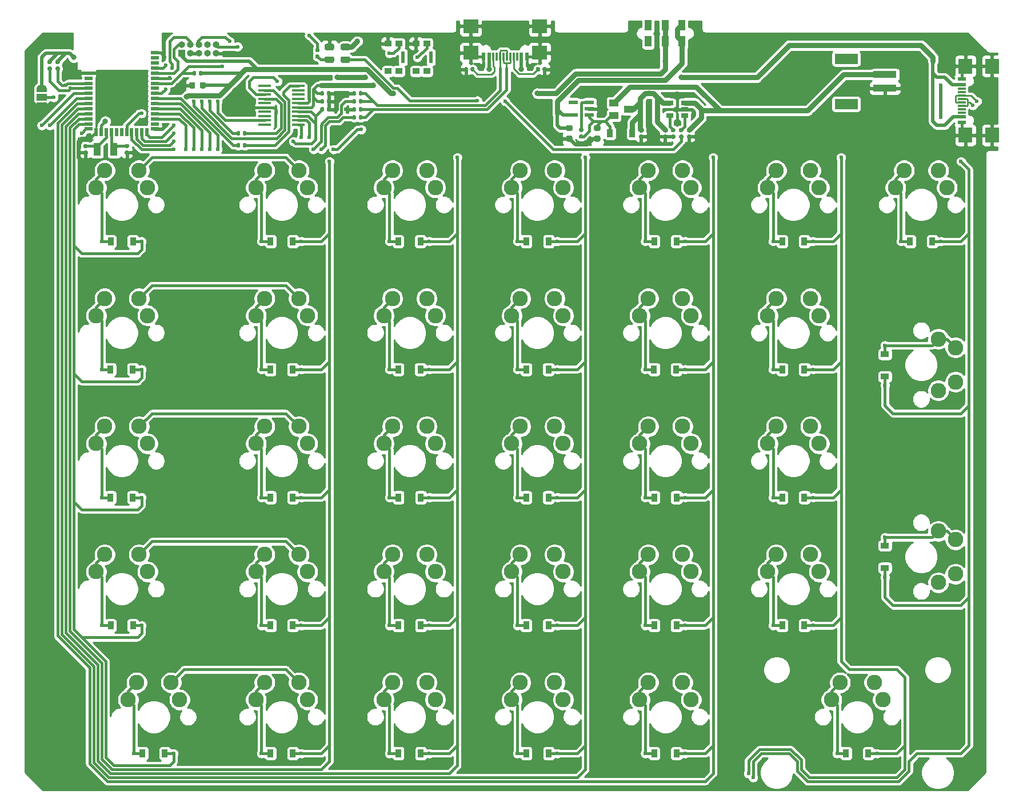
<source format=gbr>
%TF.GenerationSoftware,KiCad,Pcbnew,(5.1.6)-1*%
%TF.CreationDate,2020-06-26T14:35:25+02:00*%
%TF.ProjectId,aW_2,61575f32-2e6b-4696-9361-645f70636258,v1.0*%
%TF.SameCoordinates,Original*%
%TF.FileFunction,Copper,L1,Top*%
%TF.FilePolarity,Positive*%
%FSLAX46Y46*%
G04 Gerber Fmt 4.6, Leading zero omitted, Abs format (unit mm)*
G04 Created by KiCad (PCBNEW (5.1.6)-1) date 2020-06-26 14:35:25*
%MOMM*%
%LPD*%
G01*
G04 APERTURE LIST*
%TA.AperFunction,ComponentPad*%
%ADD10C,2.286000*%
%TD*%
%TA.AperFunction,SMDPad,CuDef*%
%ADD11R,1.000000X1.600000*%
%TD*%
%TA.AperFunction,ComponentPad*%
%ADD12O,1.000000X1.000000*%
%TD*%
%TA.AperFunction,ComponentPad*%
%ADD13R,1.000000X1.000000*%
%TD*%
%TA.AperFunction,SMDPad,CuDef*%
%ADD14R,0.550000X1.700000*%
%TD*%
%TA.AperFunction,SMDPad,CuDef*%
%ADD15R,1.000000X0.900000*%
%TD*%
%TA.AperFunction,SMDPad,CuDef*%
%ADD16R,0.900000X1.200000*%
%TD*%
%TA.AperFunction,SMDPad,CuDef*%
%ADD17R,1.200000X0.900000*%
%TD*%
%TA.AperFunction,SMDPad,CuDef*%
%ADD18R,3.400000X1.500000*%
%TD*%
%TA.AperFunction,SMDPad,CuDef*%
%ADD19R,3.500000X1.000000*%
%TD*%
%TA.AperFunction,SMDPad,CuDef*%
%ADD20R,2.000000X2.180000*%
%TD*%
%TA.AperFunction,SMDPad,CuDef*%
%ADD21R,1.150000X0.300000*%
%TD*%
%TA.AperFunction,SMDPad,CuDef*%
%ADD22R,1.150000X0.600000*%
%TD*%
%TA.AperFunction,SMDPad,CuDef*%
%ADD23R,2.180000X2.000000*%
%TD*%
%TA.AperFunction,SMDPad,CuDef*%
%ADD24R,0.300000X1.150000*%
%TD*%
%TA.AperFunction,SMDPad,CuDef*%
%ADD25R,0.600000X1.150000*%
%TD*%
%TA.AperFunction,SMDPad,CuDef*%
%ADD26R,1.500000X1.000000*%
%TD*%
%TA.AperFunction,SMDPad,CuDef*%
%ADD27C,0.100000*%
%TD*%
%TA.AperFunction,SMDPad,CuDef*%
%ADD28R,1.400000X1.000000*%
%TD*%
%TA.AperFunction,SMDPad,CuDef*%
%ADD29R,1.350000X0.600000*%
%TD*%
%TA.AperFunction,SMDPad,CuDef*%
%ADD30R,1.060000X0.650000*%
%TD*%
%TA.AperFunction,SMDPad,CuDef*%
%ADD31R,1.970000X0.410000*%
%TD*%
%TA.AperFunction,SMDPad,CuDef*%
%ADD32R,0.500000X1.200000*%
%TD*%
%TA.AperFunction,SMDPad,CuDef*%
%ADD33R,1.200000X0.500000*%
%TD*%
%TA.AperFunction,SMDPad,CuDef*%
%ADD34R,1.100000X1.900000*%
%TD*%
%TA.AperFunction,ViaPad*%
%ADD35C,0.600000*%
%TD*%
%TA.AperFunction,ViaPad*%
%ADD36C,0.800000*%
%TD*%
%TA.AperFunction,Conductor*%
%ADD37C,0.381000*%
%TD*%
%TA.AperFunction,Conductor*%
%ADD38C,0.254000*%
%TD*%
%TA.AperFunction,Conductor*%
%ADD39C,0.508000*%
%TD*%
%TA.AperFunction,Conductor*%
%ADD40C,0.762000*%
%TD*%
G04 APERTURE END LIST*
D10*
%TO.P,K33,2*%
%TO.N,/row4*%
X196792822Y-129241454D03*
X198062822Y-131781454D03*
%TO.P,K33,1*%
%TO.N,Net-(D35-Pad2)*%
X191712822Y-129241454D03*
X190442822Y-131781454D03*
%TD*%
%TO.P,K3,2*%
%TO.N,/row0*%
X130473422Y-53447854D03*
X131743422Y-55987854D03*
%TO.P,K3,1*%
%TO.N,Net-(D5-Pad2)*%
X125393422Y-53447854D03*
X124123422Y-55987854D03*
%TD*%
%TO.P,K13,2*%
%TO.N,/row1*%
X187318622Y-72396254D03*
X188588622Y-74936254D03*
%TO.P,K13,1*%
%TO.N,Net-(D15-Pad2)*%
X182238622Y-72396254D03*
X180968622Y-74936254D03*
%TD*%
%TO.P,K7,2*%
%TO.N,/row0*%
X206267022Y-53447854D03*
X207537022Y-55987854D03*
%TO.P,K7,1*%
%TO.N,Net-(D9-Pad2)*%
X201187022Y-53447854D03*
X199917022Y-55987854D03*
%TD*%
%TO.P,K12,2*%
%TO.N,/row1*%
X168370222Y-72396254D03*
X169640222Y-74936254D03*
%TO.P,K12,1*%
%TO.N,Net-(D14-Pad2)*%
X163290222Y-72396254D03*
X162020222Y-74936254D03*
%TD*%
%TO.P,K4,2*%
%TO.N,/row0*%
X149421822Y-53447854D03*
X150691822Y-55987854D03*
%TO.P,K4,1*%
%TO.N,Net-(D6-Pad2)*%
X144341822Y-53447854D03*
X143071822Y-55987854D03*
%TD*%
%TO.P,K16,2*%
%TO.N,/row2*%
X111525022Y-91344654D03*
X112795022Y-93884654D03*
%TO.P,K16,1*%
%TO.N,Net-(D18-Pad2)*%
X106445022Y-91344654D03*
X105175022Y-93884654D03*
%TD*%
%TO.P,K17,2*%
%TO.N,/row2*%
X130473422Y-91344654D03*
X131743422Y-93884654D03*
%TO.P,K17,1*%
%TO.N,Net-(D19-Pad2)*%
X125393422Y-91344654D03*
X124123422Y-93884654D03*
%TD*%
%TO.P,K20,2*%
%TO.N,/row2*%
X187318622Y-91344654D03*
X188588622Y-93884654D03*
%TO.P,K20,1*%
%TO.N,Net-(D22-Pad2)*%
X182238622Y-91344654D03*
X180968622Y-93884654D03*
%TD*%
%TO.P,K5,2*%
%TO.N,/row0*%
X168370222Y-53447854D03*
X169640222Y-55987854D03*
%TO.P,K5,1*%
%TO.N,Net-(D7-Pad2)*%
X163290222Y-53447854D03*
X162020222Y-55987854D03*
%TD*%
%TO.P,K11,2*%
%TO.N,/row1*%
X149421822Y-72396254D03*
X150691822Y-74936254D03*
%TO.P,K11,1*%
%TO.N,Net-(D13-Pad2)*%
X144341822Y-72396254D03*
X143071822Y-74936254D03*
%TD*%
%TO.P,K19,2*%
%TO.N,/row2*%
X168370222Y-91344654D03*
X169640222Y-93884654D03*
%TO.P,K19,1*%
%TO.N,Net-(D21-Pad2)*%
X163290222Y-91344654D03*
X162020222Y-93884654D03*
%TD*%
%TO.P,K18,2*%
%TO.N,/row2*%
X149421822Y-91344654D03*
X150691822Y-93884654D03*
%TO.P,K18,1*%
%TO.N,Net-(D20-Pad2)*%
X144341822Y-91344654D03*
X143071822Y-93884654D03*
%TD*%
%TO.P,K6,2*%
%TO.N,/row0*%
X187318622Y-53447854D03*
X188588622Y-55987854D03*
%TO.P,K6,1*%
%TO.N,Net-(D8-Pad2)*%
X182238622Y-53447854D03*
X180968622Y-55987854D03*
%TD*%
%TO.P,K9,2*%
%TO.N,/row1*%
X111525022Y-72396254D03*
X112795022Y-74936254D03*
%TO.P,K9,1*%
%TO.N,Net-(D11-Pad2)*%
X106445022Y-72396254D03*
X105175022Y-74936254D03*
%TD*%
%TO.P,K10,2*%
%TO.N,/row1*%
X130473422Y-72396254D03*
X131743422Y-74936254D03*
%TO.P,K10,1*%
%TO.N,Net-(D12-Pad2)*%
X125393422Y-72396254D03*
X124123422Y-74936254D03*
%TD*%
%TO.P,K2,2*%
%TO.N,/row0*%
X111525022Y-53447854D03*
X112795022Y-55987854D03*
%TO.P,K2,1*%
%TO.N,Net-(D4-Pad2)*%
X106445022Y-53447854D03*
X105175022Y-55987854D03*
%TD*%
%TO.P,K28,2*%
%TO.N,/row4*%
X92576622Y-129241454D03*
X93846622Y-131781454D03*
%TO.P,K28,1*%
%TO.N,Net-(D30-Pad2)*%
X87496622Y-129241454D03*
X86226622Y-131781454D03*
%TD*%
%TO.P,K30,2*%
%TO.N,/row4*%
X130473422Y-129241454D03*
X131743422Y-131781454D03*
%TO.P,K30,1*%
%TO.N,Net-(D32-Pad2)*%
X125393422Y-129241454D03*
X124123422Y-131781454D03*
%TD*%
%TO.P,K23,2*%
%TO.N,/row3*%
X111525022Y-110293054D03*
X112795022Y-112833054D03*
%TO.P,K23,1*%
%TO.N,Net-(D25-Pad2)*%
X106445022Y-110293054D03*
X105175022Y-112833054D03*
%TD*%
%TO.P,K32,2*%
%TO.N,/row4*%
X168370222Y-129241454D03*
X169640222Y-131781454D03*
%TO.P,K32,1*%
%TO.N,Net-(D34-Pad2)*%
X163290222Y-129241454D03*
X162020222Y-131781454D03*
%TD*%
%TO.P,K27,2*%
%TO.N,/row3*%
X187318622Y-110293054D03*
X188588622Y-112833054D03*
%TO.P,K27,1*%
%TO.N,Net-(D29-Pad2)*%
X182238622Y-110293054D03*
X180968622Y-112833054D03*
%TD*%
%TO.P,K25,2*%
%TO.N,/row3*%
X149421822Y-110293054D03*
X150691822Y-112833054D03*
%TO.P,K25,1*%
%TO.N,Net-(D27-Pad2)*%
X144341822Y-110293054D03*
X143071822Y-112833054D03*
%TD*%
%TO.P,K29,2*%
%TO.N,/row4*%
X111525022Y-129241454D03*
X112795022Y-131781454D03*
%TO.P,K29,1*%
%TO.N,Net-(D31-Pad2)*%
X106445022Y-129241454D03*
X105175022Y-131781454D03*
%TD*%
%TO.P,K26,2*%
%TO.N,/row3*%
X168370222Y-110293054D03*
X169640222Y-112833054D03*
%TO.P,K26,1*%
%TO.N,Net-(D28-Pad2)*%
X163290222Y-110293054D03*
X162020222Y-112833054D03*
%TD*%
%TO.P,K24,2*%
%TO.N,/row3*%
X130473422Y-110293054D03*
X131743422Y-112833054D03*
%TO.P,K24,1*%
%TO.N,Net-(D26-Pad2)*%
X125393422Y-110293054D03*
X124123422Y-112833054D03*
%TD*%
%TO.P,K31,2*%
%TO.N,/row4*%
X149421822Y-129241454D03*
X150691822Y-131781454D03*
%TO.P,K31,1*%
%TO.N,Net-(D33-Pad2)*%
X144341822Y-129241454D03*
X143071822Y-131781454D03*
%TD*%
%TO.P,K14,1*%
%TO.N,Net-(D16-Pad2)*%
X208807022Y-79673354D03*
X206267022Y-78403354D03*
%TO.P,K14,2*%
%TO.N,/row1*%
X208807022Y-84753354D03*
X206267022Y-86023354D03*
%TD*%
%TO.P,K8,1*%
%TO.N,Net-(D10-Pad2)*%
X82759522Y-72396254D03*
X81489522Y-74936254D03*
%TO.P,K8,2*%
%TO.N,/row1*%
X87839522Y-72396254D03*
X89109522Y-74936254D03*
%TD*%
%TO.P,K21,1*%
%TO.N,Net-(D23-Pad2)*%
X208807022Y-108095954D03*
X206267022Y-106825954D03*
%TO.P,K21,2*%
%TO.N,/row3*%
X208807022Y-113175954D03*
X206267022Y-114445954D03*
%TD*%
%TO.P,K22,1*%
%TO.N,Net-(D24-Pad2)*%
X82759522Y-110293054D03*
X81489522Y-112833054D03*
%TO.P,K22,2*%
%TO.N,/row3*%
X87839522Y-110293054D03*
X89109522Y-112833054D03*
%TD*%
%TO.P,K1,1*%
%TO.N,Net-(D3-Pad2)*%
X82759522Y-53447854D03*
X81489522Y-55987854D03*
%TO.P,K1,2*%
%TO.N,/row0*%
X87839522Y-53447854D03*
X89109522Y-55987854D03*
%TD*%
%TO.P,K15,1*%
%TO.N,Net-(D17-Pad2)*%
X82759522Y-91344654D03*
X81489522Y-93884654D03*
%TO.P,K15,2*%
%TO.N,/row2*%
X87839522Y-91344654D03*
X89109522Y-93884654D03*
%TD*%
D11*
%TO.P,S1,6*%
%TO.N,Net-(S1-Pad6)*%
X163298640Y-31959728D03*
%TO.P,S1,5*%
%TO.N,+3V3*%
X165798640Y-31959728D03*
%TO.P,S1,4*%
%TO.N,Net-(C2-Pad1)*%
X168298640Y-31959728D03*
%TO.P,S1,3*%
%TO.N,Net-(S1-Pad3)*%
X163298640Y-34359728D03*
%TO.P,S1,2*%
%TO.N,+3V3*%
X165798640Y-34359728D03*
%TO.P,S1,1*%
%TO.N,Net-(C2-Pad1)*%
X168298640Y-34359728D03*
%TD*%
D12*
%TO.P,J4,10*%
%TO.N,/reset*%
X99229942Y-34850418D03*
%TO.P,J4,9*%
%TO.N,GND*%
X99229942Y-36120418D03*
%TO.P,J4,8*%
%TO.N,Net-(J4-Pad8)*%
X97959942Y-34850418D03*
%TO.P,J4,7*%
%TO.N,Net-(J4-Pad7)*%
X97959942Y-36120418D03*
%TO.P,J4,6*%
%TO.N,/swo*%
X96689942Y-34850418D03*
%TO.P,J4,5*%
%TO.N,GND*%
X96689942Y-36120418D03*
%TO.P,J4,4*%
%TO.N,/swdclk*%
X95419942Y-34850418D03*
%TO.P,J4,3*%
%TO.N,GND*%
X95419942Y-36120418D03*
%TO.P,J4,2*%
%TO.N,/swdio*%
X94149942Y-34850418D03*
D13*
%TO.P,J4,1*%
%TO.N,+3V3*%
X94149942Y-36120418D03*
%TD*%
D14*
%TO.P,SW2,5*%
%TO.N,N/C*%
X126958256Y-36712556D03*
D15*
%TO.P,SW2,4*%
X126333256Y-38762556D03*
%TO.P,SW2,3*%
X124733256Y-38762556D03*
%TO.P,SW2,2*%
%TO.N,GND*%
X124733256Y-34662556D03*
%TO.P,SW2,1*%
%TO.N,/btn2*%
X126333256Y-34662556D03*
%TD*%
%TO.P,R10,2*%
%TO.N,/reset*%
%TA.AperFunction,SMDPad,CuDef*%
G36*
G01*
X96328494Y-38908608D02*
X96328494Y-39253608D01*
G75*
G02*
X96180994Y-39401108I-147500J0D01*
G01*
X95885994Y-39401108D01*
G75*
G02*
X95738494Y-39253608I0J147500D01*
G01*
X95738494Y-38908608D01*
G75*
G02*
X95885994Y-38761108I147500J0D01*
G01*
X96180994Y-38761108D01*
G75*
G02*
X96328494Y-38908608I0J-147500D01*
G01*
G37*
%TD.AperFunction*%
%TO.P,R10,1*%
%TO.N,+3V3*%
%TA.AperFunction,SMDPad,CuDef*%
G36*
G01*
X97298494Y-38908608D02*
X97298494Y-39253608D01*
G75*
G02*
X97150994Y-39401108I-147500J0D01*
G01*
X96855994Y-39401108D01*
G75*
G02*
X96708494Y-39253608I0J147500D01*
G01*
X96708494Y-38908608D01*
G75*
G02*
X96855994Y-38761108I147500J0D01*
G01*
X97150994Y-38761108D01*
G75*
G02*
X97298494Y-38908608I0J-147500D01*
G01*
G37*
%TD.AperFunction*%
%TD*%
%TO.P,R11,2*%
%TO.N,/uart_tx*%
%TA.AperFunction,SMDPad,CuDef*%
G36*
G01*
X103222012Y-48135678D02*
X103222012Y-47790678D01*
G75*
G02*
X103369512Y-47643178I147500J0D01*
G01*
X103664512Y-47643178D01*
G75*
G02*
X103812012Y-47790678I0J-147500D01*
G01*
X103812012Y-48135678D01*
G75*
G02*
X103664512Y-48283178I-147500J0D01*
G01*
X103369512Y-48283178D01*
G75*
G02*
X103222012Y-48135678I0J147500D01*
G01*
G37*
%TD.AperFunction*%
%TO.P,R11,1*%
%TO.N,Net-(R11-Pad1)*%
%TA.AperFunction,SMDPad,CuDef*%
G36*
G01*
X102252012Y-48135678D02*
X102252012Y-47790678D01*
G75*
G02*
X102399512Y-47643178I147500J0D01*
G01*
X102694512Y-47643178D01*
G75*
G02*
X102842012Y-47790678I0J-147500D01*
G01*
X102842012Y-48135678D01*
G75*
G02*
X102694512Y-48283178I-147500J0D01*
G01*
X102399512Y-48283178D01*
G75*
G02*
X102252012Y-48135678I0J147500D01*
G01*
G37*
%TD.AperFunction*%
%TD*%
%TO.P,R14,2*%
%TO.N,/uart_rx*%
%TA.AperFunction,SMDPad,CuDef*%
G36*
G01*
X103222012Y-49912092D02*
X103222012Y-49567092D01*
G75*
G02*
X103369512Y-49419592I147500J0D01*
G01*
X103664512Y-49419592D01*
G75*
G02*
X103812012Y-49567092I0J-147500D01*
G01*
X103812012Y-49912092D01*
G75*
G02*
X103664512Y-50059592I-147500J0D01*
G01*
X103369512Y-50059592D01*
G75*
G02*
X103222012Y-49912092I0J147500D01*
G01*
G37*
%TD.AperFunction*%
%TO.P,R14,1*%
%TO.N,Net-(R14-Pad1)*%
%TA.AperFunction,SMDPad,CuDef*%
G36*
G01*
X102252012Y-49912092D02*
X102252012Y-49567092D01*
G75*
G02*
X102399512Y-49419592I147500J0D01*
G01*
X102694512Y-49419592D01*
G75*
G02*
X102842012Y-49567092I0J-147500D01*
G01*
X102842012Y-49912092D01*
G75*
G02*
X102694512Y-50059592I-147500J0D01*
G01*
X102399512Y-50059592D01*
G75*
G02*
X102252012Y-49912092I0J147500D01*
G01*
G37*
%TD.AperFunction*%
%TD*%
D16*
%TO.P,D35,2*%
%TO.N,Net-(D35-Pad2)*%
X192602822Y-139744568D03*
%TO.P,D35,1*%
%TO.N,/col5*%
X195902822Y-139744568D03*
%TD*%
%TO.P,D34,2*%
%TO.N,Net-(D34-Pad2)*%
X164180222Y-139744568D03*
%TO.P,D34,1*%
%TO.N,/col4*%
X167480222Y-139744568D03*
%TD*%
%TO.P,D33,2*%
%TO.N,Net-(D33-Pad2)*%
X145231822Y-139744568D03*
%TO.P,D33,1*%
%TO.N,/col3*%
X148531822Y-139744568D03*
%TD*%
%TO.P,D32,2*%
%TO.N,Net-(D32-Pad2)*%
X126283422Y-139744568D03*
%TO.P,D32,1*%
%TO.N,/col2*%
X129583422Y-139744568D03*
%TD*%
%TO.P,D31,2*%
%TO.N,Net-(D31-Pad2)*%
X107335022Y-139744568D03*
%TO.P,D31,1*%
%TO.N,/col1*%
X110635022Y-139744568D03*
%TD*%
%TO.P,D30,2*%
%TO.N,Net-(D30-Pad2)*%
X88380272Y-139744568D03*
%TO.P,D30,1*%
%TO.N,/col0*%
X91680272Y-139744568D03*
%TD*%
%TO.P,D29,2*%
%TO.N,Net-(D29-Pad2)*%
X183128622Y-120796152D03*
%TO.P,D29,1*%
%TO.N,/col5*%
X186428622Y-120796152D03*
%TD*%
%TO.P,D28,2*%
%TO.N,Net-(D28-Pad2)*%
X164180222Y-120796152D03*
%TO.P,D28,1*%
%TO.N,/col4*%
X167480222Y-120796152D03*
%TD*%
%TO.P,D27,2*%
%TO.N,Net-(D27-Pad2)*%
X145200224Y-120796152D03*
%TO.P,D27,1*%
%TO.N,/col3*%
X148500224Y-120796152D03*
%TD*%
%TO.P,D26,2*%
%TO.N,Net-(D26-Pad2)*%
X126283422Y-120796152D03*
%TO.P,D26,1*%
%TO.N,/col2*%
X129583422Y-120796152D03*
%TD*%
%TO.P,D25,2*%
%TO.N,Net-(D25-Pad2)*%
X107335022Y-120796152D03*
%TO.P,D25,1*%
%TO.N,/col1*%
X110635022Y-120796152D03*
%TD*%
%TO.P,D24,2*%
%TO.N,Net-(D24-Pad2)*%
X83649522Y-120796152D03*
%TO.P,D24,1*%
%TO.N,/col0*%
X86949522Y-120796152D03*
%TD*%
D17*
%TO.P,D23,2*%
%TO.N,Net-(D23-Pad2)*%
X198366230Y-108985954D03*
%TO.P,D23,1*%
%TO.N,/col6*%
X198366230Y-112285954D03*
%TD*%
D16*
%TO.P,D22,2*%
%TO.N,Net-(D22-Pad2)*%
X183128622Y-101847736D03*
%TO.P,D22,1*%
%TO.N,/col5*%
X186428622Y-101847736D03*
%TD*%
%TO.P,D21,2*%
%TO.N,Net-(D21-Pad2)*%
X164180222Y-101847736D03*
%TO.P,D21,1*%
%TO.N,/col4*%
X167480222Y-101847736D03*
%TD*%
%TO.P,D20,2*%
%TO.N,Net-(D20-Pad2)*%
X145200224Y-101847736D03*
%TO.P,D20,1*%
%TO.N,/col3*%
X148500224Y-101847736D03*
%TD*%
%TO.P,D19,2*%
%TO.N,Net-(D19-Pad2)*%
X126283422Y-101847736D03*
%TO.P,D19,1*%
%TO.N,/col2*%
X129583422Y-101847736D03*
%TD*%
%TO.P,D18,2*%
%TO.N,Net-(D18-Pad2)*%
X107325273Y-101847736D03*
%TO.P,D18,1*%
%TO.N,/col1*%
X110625273Y-101847736D03*
%TD*%
%TO.P,D17,2*%
%TO.N,Net-(D17-Pad2)*%
X83617872Y-101847736D03*
%TO.P,D17,1*%
%TO.N,/col0*%
X86917872Y-101847736D03*
%TD*%
D17*
%TO.P,D16,2*%
%TO.N,Net-(D16-Pad2)*%
X198366230Y-80657182D03*
%TO.P,D16,1*%
%TO.N,/col6*%
X198366230Y-83957182D03*
%TD*%
D16*
%TO.P,D15,2*%
%TO.N,Net-(D15-Pad2)*%
X183128622Y-82899320D03*
%TO.P,D15,1*%
%TO.N,/col5*%
X186428622Y-82899320D03*
%TD*%
%TO.P,D14,2*%
%TO.N,Net-(D14-Pad2)*%
X164148640Y-82899320D03*
%TO.P,D14,1*%
%TO.N,/col4*%
X167448640Y-82899320D03*
%TD*%
%TO.P,D13,2*%
%TO.N,Net-(D13-Pad2)*%
X145200224Y-82899320D03*
%TO.P,D13,1*%
%TO.N,/col3*%
X148500224Y-82899320D03*
%TD*%
%TO.P,D12,2*%
%TO.N,Net-(D12-Pad2)*%
X126251808Y-82899320D03*
%TO.P,D12,1*%
%TO.N,/col2*%
X129551808Y-82899320D03*
%TD*%
%TO.P,D11,2*%
%TO.N,Net-(D11-Pad2)*%
X107303392Y-82899320D03*
%TO.P,D11,1*%
%TO.N,/col1*%
X110603392Y-82899320D03*
%TD*%
%TO.P,D10,2*%
%TO.N,Net-(D10-Pad2)*%
X83617872Y-82899320D03*
%TO.P,D10,1*%
%TO.N,/col0*%
X86917872Y-82899320D03*
%TD*%
%TO.P,D9,2*%
%TO.N,Net-(D9-Pad2)*%
X202077022Y-63950904D03*
%TO.P,D9,1*%
%TO.N,/col6*%
X205377022Y-63950904D03*
%TD*%
%TO.P,D8,2*%
%TO.N,Net-(D8-Pad2)*%
X183128622Y-63950904D03*
%TO.P,D8,1*%
%TO.N,/col5*%
X186428622Y-63950904D03*
%TD*%
%TO.P,D7,2*%
%TO.N,Net-(D7-Pad2)*%
X164180222Y-63950904D03*
%TO.P,D7,1*%
%TO.N,/col4*%
X167480222Y-63950904D03*
%TD*%
%TO.P,D6,2*%
%TO.N,Net-(D6-Pad2)*%
X145231822Y-63950904D03*
%TO.P,D6,1*%
%TO.N,/col3*%
X148531822Y-63950904D03*
%TD*%
%TO.P,D5,2*%
%TO.N,Net-(D5-Pad2)*%
X126251808Y-63950904D03*
%TO.P,D5,1*%
%TO.N,/col2*%
X129551808Y-63950904D03*
%TD*%
%TO.P,D4,2*%
%TO.N,Net-(D4-Pad2)*%
X107335022Y-63950904D03*
%TO.P,D4,1*%
%TO.N,/col1*%
X110635022Y-63950904D03*
%TD*%
%TO.P,D3,2*%
%TO.N,Net-(D3-Pad2)*%
X83649522Y-63950904D03*
%TO.P,D3,1*%
%TO.N,/col0*%
X86949522Y-63950904D03*
%TD*%
D18*
%TO.P,BT1,S1*%
%TO.N,N/C*%
X192616230Y-36915384D03*
%TO.P,BT1,S2*%
X192616230Y-43615384D03*
D19*
%TO.P,BT1,1*%
%TO.N,+BATT*%
X198366230Y-39265384D03*
%TO.P,BT1,2*%
%TO.N,GND*%
X198366230Y-41265384D03*
%TD*%
%TO.P,C2,2*%
%TO.N,GND*%
%TA.AperFunction,SMDPad,CuDef*%
G36*
G01*
X151331078Y-48313178D02*
X151843578Y-48313178D01*
G75*
G02*
X152062328Y-48531928I0J-218750D01*
G01*
X152062328Y-48969428D01*
G75*
G02*
X151843578Y-49188178I-218750J0D01*
G01*
X151331078Y-49188178D01*
G75*
G02*
X151112328Y-48969428I0J218750D01*
G01*
X151112328Y-48531928D01*
G75*
G02*
X151331078Y-48313178I218750J0D01*
G01*
G37*
%TD.AperFunction*%
%TO.P,C2,1*%
%TO.N,Net-(C2-Pad1)*%
%TA.AperFunction,SMDPad,CuDef*%
G36*
G01*
X151331078Y-46738178D02*
X151843578Y-46738178D01*
G75*
G02*
X152062328Y-46956928I0J-218750D01*
G01*
X152062328Y-47394428D01*
G75*
G02*
X151843578Y-47613178I-218750J0D01*
G01*
X151331078Y-47613178D01*
G75*
G02*
X151112328Y-47394428I0J218750D01*
G01*
X151112328Y-46956928D01*
G75*
G02*
X151331078Y-46738178I218750J0D01*
G01*
G37*
%TD.AperFunction*%
%TD*%
%TO.P,C3,2*%
%TO.N,GND*%
%TA.AperFunction,SMDPad,CuDef*%
G36*
G01*
X155476044Y-48313178D02*
X155988544Y-48313178D01*
G75*
G02*
X156207294Y-48531928I0J-218750D01*
G01*
X156207294Y-48969428D01*
G75*
G02*
X155988544Y-49188178I-218750J0D01*
G01*
X155476044Y-49188178D01*
G75*
G02*
X155257294Y-48969428I0J218750D01*
G01*
X155257294Y-48531928D01*
G75*
G02*
X155476044Y-48313178I218750J0D01*
G01*
G37*
%TD.AperFunction*%
%TO.P,C3,1*%
%TO.N,Net-(C3-Pad1)*%
%TA.AperFunction,SMDPad,CuDef*%
G36*
G01*
X155476044Y-46738178D02*
X155988544Y-46738178D01*
G75*
G02*
X156207294Y-46956928I0J-218750D01*
G01*
X156207294Y-47394428D01*
G75*
G02*
X155988544Y-47613178I-218750J0D01*
G01*
X155476044Y-47613178D01*
G75*
G02*
X155257294Y-47394428I0J218750D01*
G01*
X155257294Y-46956928D01*
G75*
G02*
X155476044Y-46738178I218750J0D01*
G01*
G37*
%TD.AperFunction*%
%TD*%
%TO.P,C4,2*%
%TO.N,GND*%
%TA.AperFunction,SMDPad,CuDef*%
G36*
G01*
X165626140Y-48153178D02*
X165971140Y-48153178D01*
G75*
G02*
X166118640Y-48300678I0J-147500D01*
G01*
X166118640Y-48595678D01*
G75*
G02*
X165971140Y-48743178I-147500J0D01*
G01*
X165626140Y-48743178D01*
G75*
G02*
X165478640Y-48595678I0J147500D01*
G01*
X165478640Y-48300678D01*
G75*
G02*
X165626140Y-48153178I147500J0D01*
G01*
G37*
%TD.AperFunction*%
%TO.P,C4,1*%
%TO.N,VBUS*%
%TA.AperFunction,SMDPad,CuDef*%
G36*
G01*
X165626140Y-47183178D02*
X165971140Y-47183178D01*
G75*
G02*
X166118640Y-47330678I0J-147500D01*
G01*
X166118640Y-47625678D01*
G75*
G02*
X165971140Y-47773178I-147500J0D01*
G01*
X165626140Y-47773178D01*
G75*
G02*
X165478640Y-47625678I0J147500D01*
G01*
X165478640Y-47330678D01*
G75*
G02*
X165626140Y-47183178I147500J0D01*
G01*
G37*
%TD.AperFunction*%
%TD*%
%TO.P,C5,2*%
%TO.N,GND*%
%TA.AperFunction,SMDPad,CuDef*%
G36*
G01*
X169178968Y-48153178D02*
X169523968Y-48153178D01*
G75*
G02*
X169671468Y-48300678I0J-147500D01*
G01*
X169671468Y-48595678D01*
G75*
G02*
X169523968Y-48743178I-147500J0D01*
G01*
X169178968Y-48743178D01*
G75*
G02*
X169031468Y-48595678I0J147500D01*
G01*
X169031468Y-48300678D01*
G75*
G02*
X169178968Y-48153178I147500J0D01*
G01*
G37*
%TD.AperFunction*%
%TO.P,C5,1*%
%TO.N,+BATT*%
%TA.AperFunction,SMDPad,CuDef*%
G36*
G01*
X169178968Y-47183178D02*
X169523968Y-47183178D01*
G75*
G02*
X169671468Y-47330678I0J-147500D01*
G01*
X169671468Y-47625678D01*
G75*
G02*
X169523968Y-47773178I-147500J0D01*
G01*
X169178968Y-47773178D01*
G75*
G02*
X169031468Y-47625678I0J147500D01*
G01*
X169031468Y-47330678D01*
G75*
G02*
X169178968Y-47183178I147500J0D01*
G01*
G37*
%TD.AperFunction*%
%TD*%
%TO.P,C6,2*%
%TO.N,GND*%
%TA.AperFunction,SMDPad,CuDef*%
G36*
G01*
X115656910Y-44582850D02*
X115656910Y-44237850D01*
G75*
G02*
X115804410Y-44090350I147500J0D01*
G01*
X116099410Y-44090350D01*
G75*
G02*
X116246910Y-44237850I0J-147500D01*
G01*
X116246910Y-44582850D01*
G75*
G02*
X116099410Y-44730350I-147500J0D01*
G01*
X115804410Y-44730350D01*
G75*
G02*
X115656910Y-44582850I0J147500D01*
G01*
G37*
%TD.AperFunction*%
%TO.P,C6,1*%
%TO.N,Net-(C6-Pad1)*%
%TA.AperFunction,SMDPad,CuDef*%
G36*
G01*
X114686910Y-44582850D02*
X114686910Y-44237850D01*
G75*
G02*
X114834410Y-44090350I147500J0D01*
G01*
X115129410Y-44090350D01*
G75*
G02*
X115276910Y-44237850I0J-147500D01*
G01*
X115276910Y-44582850D01*
G75*
G02*
X115129410Y-44730350I-147500J0D01*
G01*
X114834410Y-44730350D01*
G75*
G02*
X114686910Y-44582850I0J147500D01*
G01*
G37*
%TD.AperFunction*%
%TD*%
%TO.P,C7,2*%
%TO.N,GND*%
%TA.AperFunction,SMDPad,CuDef*%
G36*
G01*
X115656910Y-43398574D02*
X115656910Y-43053574D01*
G75*
G02*
X115804410Y-42906074I147500J0D01*
G01*
X116099410Y-42906074D01*
G75*
G02*
X116246910Y-43053574I0J-147500D01*
G01*
X116246910Y-43398574D01*
G75*
G02*
X116099410Y-43546074I-147500J0D01*
G01*
X115804410Y-43546074D01*
G75*
G02*
X115656910Y-43398574I0J147500D01*
G01*
G37*
%TD.AperFunction*%
%TO.P,C7,1*%
%TO.N,VBUS*%
%TA.AperFunction,SMDPad,CuDef*%
G36*
G01*
X114686910Y-43398574D02*
X114686910Y-43053574D01*
G75*
G02*
X114834410Y-42906074I147500J0D01*
G01*
X115129410Y-42906074D01*
G75*
G02*
X115276910Y-43053574I0J-147500D01*
G01*
X115276910Y-43398574D01*
G75*
G02*
X115129410Y-43546074I-147500J0D01*
G01*
X114834410Y-43546074D01*
G75*
G02*
X114686910Y-43398574I0J147500D01*
G01*
G37*
%TD.AperFunction*%
%TD*%
%TO.P,C8,2*%
%TO.N,GND*%
%TA.AperFunction,SMDPad,CuDef*%
G36*
G01*
X115656910Y-42214298D02*
X115656910Y-41869298D01*
G75*
G02*
X115804410Y-41721798I147500J0D01*
G01*
X116099410Y-41721798D01*
G75*
G02*
X116246910Y-41869298I0J-147500D01*
G01*
X116246910Y-42214298D01*
G75*
G02*
X116099410Y-42361798I-147500J0D01*
G01*
X115804410Y-42361798D01*
G75*
G02*
X115656910Y-42214298I0J147500D01*
G01*
G37*
%TD.AperFunction*%
%TO.P,C8,1*%
%TO.N,VBUS*%
%TA.AperFunction,SMDPad,CuDef*%
G36*
G01*
X114686910Y-42214298D02*
X114686910Y-41869298D01*
G75*
G02*
X114834410Y-41721798I147500J0D01*
G01*
X115129410Y-41721798D01*
G75*
G02*
X115276910Y-41869298I0J-147500D01*
G01*
X115276910Y-42214298D01*
G75*
G02*
X115129410Y-42361798I-147500J0D01*
G01*
X114834410Y-42361798D01*
G75*
G02*
X114686910Y-42214298I0J147500D01*
G01*
G37*
%TD.AperFunction*%
%TD*%
%TO.P,C9,2*%
%TO.N,GND*%
%TA.AperFunction,SMDPad,CuDef*%
G36*
G01*
X120013876Y-44237780D02*
X120013876Y-44582780D01*
G75*
G02*
X119866376Y-44730280I-147500J0D01*
G01*
X119571376Y-44730280D01*
G75*
G02*
X119423876Y-44582780I0J147500D01*
G01*
X119423876Y-44237780D01*
G75*
G02*
X119571376Y-44090280I147500J0D01*
G01*
X119866376Y-44090280D01*
G75*
G02*
X120013876Y-44237780I0J-147500D01*
G01*
G37*
%TD.AperFunction*%
%TO.P,C9,1*%
%TO.N,/main_usb_dn*%
%TA.AperFunction,SMDPad,CuDef*%
G36*
G01*
X120983876Y-44237780D02*
X120983876Y-44582780D01*
G75*
G02*
X120836376Y-44730280I-147500J0D01*
G01*
X120541376Y-44730280D01*
G75*
G02*
X120393876Y-44582780I0J147500D01*
G01*
X120393876Y-44237780D01*
G75*
G02*
X120541376Y-44090280I147500J0D01*
G01*
X120836376Y-44090280D01*
G75*
G02*
X120983876Y-44237780I0J-147500D01*
G01*
G37*
%TD.AperFunction*%
%TD*%
%TO.P,C10,2*%
%TO.N,GND*%
%TA.AperFunction,SMDPad,CuDef*%
G36*
G01*
X120013876Y-41869232D02*
X120013876Y-42214232D01*
G75*
G02*
X119866376Y-42361732I-147500J0D01*
G01*
X119571376Y-42361732D01*
G75*
G02*
X119423876Y-42214232I0J147500D01*
G01*
X119423876Y-41869232D01*
G75*
G02*
X119571376Y-41721732I147500J0D01*
G01*
X119866376Y-41721732D01*
G75*
G02*
X120013876Y-41869232I0J-147500D01*
G01*
G37*
%TD.AperFunction*%
%TO.P,C10,1*%
%TO.N,/main_usb_dp*%
%TA.AperFunction,SMDPad,CuDef*%
G36*
G01*
X120983876Y-41869232D02*
X120983876Y-42214232D01*
G75*
G02*
X120836376Y-42361732I-147500J0D01*
G01*
X120541376Y-42361732D01*
G75*
G02*
X120393876Y-42214232I0J147500D01*
G01*
X120393876Y-41869232D01*
G75*
G02*
X120541376Y-41721732I147500J0D01*
G01*
X120836376Y-41721732D01*
G75*
G02*
X120983876Y-41869232I0J-147500D01*
G01*
G37*
%TD.AperFunction*%
%TD*%
%TO.P,C11,2*%
%TO.N,GND*%
%TA.AperFunction,SMDPad,CuDef*%
G36*
G01*
X96168494Y-40601272D02*
X96168494Y-41113772D01*
G75*
G02*
X95949744Y-41332522I-218750J0D01*
G01*
X95512244Y-41332522D01*
G75*
G02*
X95293494Y-41113772I0J218750D01*
G01*
X95293494Y-40601272D01*
G75*
G02*
X95512244Y-40382522I218750J0D01*
G01*
X95949744Y-40382522D01*
G75*
G02*
X96168494Y-40601272I0J-218750D01*
G01*
G37*
%TD.AperFunction*%
%TO.P,C11,1*%
%TO.N,+3V3*%
%TA.AperFunction,SMDPad,CuDef*%
G36*
G01*
X97743494Y-40601272D02*
X97743494Y-41113772D01*
G75*
G02*
X97524744Y-41332522I-218750J0D01*
G01*
X97087244Y-41332522D01*
G75*
G02*
X96868494Y-41113772I0J218750D01*
G01*
X96868494Y-40601272D01*
G75*
G02*
X97087244Y-40382522I218750J0D01*
G01*
X97524744Y-40382522D01*
G75*
G02*
X97743494Y-40601272I0J-218750D01*
G01*
G37*
%TD.AperFunction*%
%TD*%
%TO.P,C12,2*%
%TO.N,GND*%
%TA.AperFunction,SMDPad,CuDef*%
G36*
G01*
X79766130Y-50521730D02*
X80111130Y-50521730D01*
G75*
G02*
X80258630Y-50669230I0J-147500D01*
G01*
X80258630Y-50964230D01*
G75*
G02*
X80111130Y-51111730I-147500J0D01*
G01*
X79766130Y-51111730D01*
G75*
G02*
X79618630Y-50964230I0J147500D01*
G01*
X79618630Y-50669230D01*
G75*
G02*
X79766130Y-50521730I147500J0D01*
G01*
G37*
%TD.AperFunction*%
%TO.P,C12,1*%
%TO.N,Net-(C12-Pad1)*%
%TA.AperFunction,SMDPad,CuDef*%
G36*
G01*
X79766130Y-49551730D02*
X80111130Y-49551730D01*
G75*
G02*
X80258630Y-49699230I0J-147500D01*
G01*
X80258630Y-49994230D01*
G75*
G02*
X80111130Y-50141730I-147500J0D01*
G01*
X79766130Y-50141730D01*
G75*
G02*
X79618630Y-49994230I0J147500D01*
G01*
X79618630Y-49699230D01*
G75*
G02*
X79766130Y-49551730I147500J0D01*
G01*
G37*
%TD.AperFunction*%
%TD*%
%TO.P,C13,2*%
%TO.N,GND*%
%TA.AperFunction,SMDPad,CuDef*%
G36*
G01*
X85887666Y-50521730D02*
X86232666Y-50521730D01*
G75*
G02*
X86380166Y-50669230I0J-147500D01*
G01*
X86380166Y-50964230D01*
G75*
G02*
X86232666Y-51111730I-147500J0D01*
G01*
X85887666Y-51111730D01*
G75*
G02*
X85740166Y-50964230I0J147500D01*
G01*
X85740166Y-50669230D01*
G75*
G02*
X85887666Y-50521730I147500J0D01*
G01*
G37*
%TD.AperFunction*%
%TO.P,C13,1*%
%TO.N,Net-(C13-Pad1)*%
%TA.AperFunction,SMDPad,CuDef*%
G36*
G01*
X85887666Y-49551730D02*
X86232666Y-49551730D01*
G75*
G02*
X86380166Y-49699230I0J-147500D01*
G01*
X86380166Y-49994230D01*
G75*
G02*
X86232666Y-50141730I-147500J0D01*
G01*
X85887666Y-50141730D01*
G75*
G02*
X85740166Y-49994230I0J147500D01*
G01*
X85740166Y-49699230D01*
G75*
G02*
X85887666Y-49551730I147500J0D01*
G01*
G37*
%TD.AperFunction*%
%TD*%
D16*
%TO.P,D1,2*%
%TO.N,VBUS*%
X160935122Y-47963178D03*
%TO.P,D1,1*%
%TO.N,Net-(C3-Pad1)*%
X157635122Y-47963178D03*
%TD*%
%TO.P,D2,2*%
%TO.N,VBUS*%
%TA.AperFunction,SMDPad,CuDef*%
G36*
G01*
X118883850Y-35670418D02*
X117971350Y-35670418D01*
G75*
G02*
X117727600Y-35426668I0J243750D01*
G01*
X117727600Y-34939168D01*
G75*
G02*
X117971350Y-34695418I243750J0D01*
G01*
X118883850Y-34695418D01*
G75*
G02*
X119127600Y-34939168I0J-243750D01*
G01*
X119127600Y-35426668D01*
G75*
G02*
X118883850Y-35670418I-243750J0D01*
G01*
G37*
%TD.AperFunction*%
%TO.P,D2,1*%
%TO.N,Net-(D2-Pad1)*%
%TA.AperFunction,SMDPad,CuDef*%
G36*
G01*
X118883850Y-37545418D02*
X117971350Y-37545418D01*
G75*
G02*
X117727600Y-37301668I0J243750D01*
G01*
X117727600Y-36814168D01*
G75*
G02*
X117971350Y-36570418I243750J0D01*
G01*
X118883850Y-36570418D01*
G75*
G02*
X119127600Y-36814168I0J-243750D01*
G01*
X119127600Y-37301668D01*
G75*
G02*
X118883850Y-37545418I-243750J0D01*
G01*
G37*
%TD.AperFunction*%
%TD*%
%TO.P,D36,2*%
%TO.N,Net-(D36-Pad2)*%
%TA.AperFunction,SMDPad,CuDef*%
G36*
G01*
X115602798Y-36570418D02*
X116515298Y-36570418D01*
G75*
G02*
X116759048Y-36814168I0J-243750D01*
G01*
X116759048Y-37301668D01*
G75*
G02*
X116515298Y-37545418I-243750J0D01*
G01*
X115602798Y-37545418D01*
G75*
G02*
X115359048Y-37301668I0J243750D01*
G01*
X115359048Y-36814168D01*
G75*
G02*
X115602798Y-36570418I243750J0D01*
G01*
G37*
%TD.AperFunction*%
%TO.P,D36,1*%
%TO.N,GND*%
%TA.AperFunction,SMDPad,CuDef*%
G36*
G01*
X115602798Y-34695418D02*
X116515298Y-34695418D01*
G75*
G02*
X116759048Y-34939168I0J-243750D01*
G01*
X116759048Y-35426668D01*
G75*
G02*
X116515298Y-35670418I-243750J0D01*
G01*
X115602798Y-35670418D01*
G75*
G02*
X115359048Y-35426668I0J243750D01*
G01*
X115359048Y-34939168D01*
G75*
G02*
X115602798Y-34695418I243750J0D01*
G01*
G37*
%TD.AperFunction*%
%TD*%
D20*
%TO.P,J2,S4*%
%TO.N,GND*%
X214231128Y-38014352D03*
%TO.P,J2,S3*%
X214231128Y-48234352D03*
%TO.P,J2,S2*%
X210301128Y-38014352D03*
%TO.P,J2,S1*%
X210301128Y-48234352D03*
D21*
%TO.P,J2,A7*%
%TO.N,/scl_right*%
X209726128Y-42874352D03*
%TO.P,J2,A6*%
%TO.N,/sda_right*%
X209726128Y-43374352D03*
%TO.P,J2,B6*%
X209726128Y-42374352D03*
%TO.P,J2,B7*%
%TO.N,/scl_right*%
X209726128Y-43874352D03*
%TO.P,J2,A8*%
%TO.N,Net-(J2-PadA8)*%
X209726128Y-41874352D03*
%TO.P,J2,A5*%
%TO.N,Net-(J2-PadA5)*%
X209726128Y-44374352D03*
%TO.P,J2,B5*%
%TO.N,Net-(J2-PadB5)*%
X209726128Y-41374352D03*
%TO.P,J2,B8*%
%TO.N,Net-(J2-PadB8)*%
X209726128Y-44874352D03*
D22*
%TO.P,J2,B1/A12*%
%TO.N,GND*%
X209726128Y-39924352D03*
%TO.P,J2,B4/A9*%
%TO.N,+3V3*%
X209726128Y-40724352D03*
%TO.P,J2,A4/B9*%
X209726128Y-45524352D03*
%TO.P,J2,A1/B12*%
%TO.N,GND*%
X209726128Y-46324352D03*
%TD*%
D23*
%TO.P,J3,S4*%
%TO.N,GND*%
X137003120Y-32098280D03*
%TO.P,J3,S3*%
X147223120Y-32098280D03*
%TO.P,J3,S2*%
X137003120Y-36028280D03*
%TO.P,J3,S1*%
X147223120Y-36028280D03*
D24*
%TO.P,J3,A7*%
%TO.N,/main_usb_dn*%
X141863120Y-36603280D03*
%TO.P,J3,A6*%
%TO.N,/main_usb_dp*%
X142363120Y-36603280D03*
%TO.P,J3,B6*%
X141363120Y-36603280D03*
%TO.P,J3,B7*%
%TO.N,/main_usb_dn*%
X142863120Y-36603280D03*
%TO.P,J3,A8*%
%TO.N,Net-(J3-PadA8)*%
X140863120Y-36603280D03*
%TO.P,J3,A5*%
%TO.N,Net-(J3-PadA5)*%
X143363120Y-36603280D03*
%TO.P,J3,B5*%
%TO.N,Net-(J3-PadB5)*%
X140363120Y-36603280D03*
%TO.P,J3,B8*%
%TO.N,Net-(J3-PadB8)*%
X143863120Y-36603280D03*
D25*
%TO.P,J3,B1/A12*%
%TO.N,GND*%
X138913120Y-36603280D03*
%TO.P,J3,B4/A9*%
%TO.N,VBUS*%
X139713120Y-36603280D03*
%TO.P,J3,A4/B9*%
X144513120Y-36603280D03*
%TO.P,J3,A1/B12*%
%TO.N,GND*%
X145313120Y-36603280D03*
%TD*%
D26*
%TO.P,JP1,2*%
%TO.N,Net-(JP1-Pad2)*%
X73425112Y-42633936D03*
%TA.AperFunction,SMDPad,CuDef*%
D27*
%TO.P,JP1,3*%
%TO.N,GND*%
G36*
X74174510Y-43933936D02*
G01*
X74174510Y-43958470D01*
X74169700Y-44007301D01*
X74160128Y-44055426D01*
X74145884Y-44102381D01*
X74127107Y-44147714D01*
X74103976Y-44190987D01*
X74076716Y-44231786D01*
X74045588Y-44269715D01*
X74010891Y-44304412D01*
X73972962Y-44335540D01*
X73932163Y-44362800D01*
X73888890Y-44385931D01*
X73843557Y-44404708D01*
X73796602Y-44418952D01*
X73748477Y-44428524D01*
X73699646Y-44433334D01*
X73675112Y-44433334D01*
X73675112Y-44433936D01*
X73175112Y-44433936D01*
X73175112Y-44433334D01*
X73150578Y-44433334D01*
X73101747Y-44428524D01*
X73053622Y-44418952D01*
X73006667Y-44404708D01*
X72961334Y-44385931D01*
X72918061Y-44362800D01*
X72877262Y-44335540D01*
X72839333Y-44304412D01*
X72804636Y-44269715D01*
X72773508Y-44231786D01*
X72746248Y-44190987D01*
X72723117Y-44147714D01*
X72704340Y-44102381D01*
X72690096Y-44055426D01*
X72680524Y-44007301D01*
X72675714Y-43958470D01*
X72675714Y-43933936D01*
X72675112Y-43933936D01*
X72675112Y-43383936D01*
X74175112Y-43383936D01*
X74175112Y-43933936D01*
X74174510Y-43933936D01*
G37*
%TD.AperFunction*%
%TA.AperFunction,SMDPad,CuDef*%
%TO.P,JP1,1*%
%TO.N,+3V3*%
G36*
X72675112Y-41883936D02*
G01*
X72675112Y-41333936D01*
X72675714Y-41333936D01*
X72675714Y-41309402D01*
X72680524Y-41260571D01*
X72690096Y-41212446D01*
X72704340Y-41165491D01*
X72723117Y-41120158D01*
X72746248Y-41076885D01*
X72773508Y-41036086D01*
X72804636Y-40998157D01*
X72839333Y-40963460D01*
X72877262Y-40932332D01*
X72918061Y-40905072D01*
X72961334Y-40881941D01*
X73006667Y-40863164D01*
X73053622Y-40848920D01*
X73101747Y-40839348D01*
X73150578Y-40834538D01*
X73175112Y-40834538D01*
X73175112Y-40833936D01*
X73675112Y-40833936D01*
X73675112Y-40834538D01*
X73699646Y-40834538D01*
X73748477Y-40839348D01*
X73796602Y-40848920D01*
X73843557Y-40863164D01*
X73888890Y-40881941D01*
X73932163Y-40905072D01*
X73972962Y-40932332D01*
X74010891Y-40963460D01*
X74045588Y-40998157D01*
X74076716Y-41036086D01*
X74103976Y-41076885D01*
X74127107Y-41120158D01*
X74145884Y-41165491D01*
X74160128Y-41212446D01*
X74169700Y-41260571D01*
X74174510Y-41309402D01*
X74174510Y-41333936D01*
X74175112Y-41333936D01*
X74175112Y-41883936D01*
X72675112Y-41883936D01*
G37*
%TD.AperFunction*%
%TD*%
D28*
%TO.P,Q1,1*%
%TO.N,+BATT*%
X158185122Y-43460350D03*
%TO.P,Q1,2*%
%TO.N,Net-(C3-Pad1)*%
X158185122Y-45360350D03*
%TO.P,Q1,3*%
%TO.N,VBUS*%
X160385122Y-44410350D03*
%TD*%
%TO.P,R2,2*%
%TO.N,GND*%
%TA.AperFunction,SMDPad,CuDef*%
G36*
G01*
X162073312Y-48153178D02*
X162418312Y-48153178D01*
G75*
G02*
X162565812Y-48300678I0J-147500D01*
G01*
X162565812Y-48595678D01*
G75*
G02*
X162418312Y-48743178I-147500J0D01*
G01*
X162073312Y-48743178D01*
G75*
G02*
X161925812Y-48595678I0J147500D01*
G01*
X161925812Y-48300678D01*
G75*
G02*
X162073312Y-48153178I147500J0D01*
G01*
G37*
%TD.AperFunction*%
%TO.P,R2,1*%
%TO.N,VBUS*%
%TA.AperFunction,SMDPad,CuDef*%
G36*
G01*
X162073312Y-47183178D02*
X162418312Y-47183178D01*
G75*
G02*
X162565812Y-47330678I0J-147500D01*
G01*
X162565812Y-47625678D01*
G75*
G02*
X162418312Y-47773178I-147500J0D01*
G01*
X162073312Y-47773178D01*
G75*
G02*
X161925812Y-47625678I0J147500D01*
G01*
X161925812Y-47330678D01*
G75*
G02*
X162073312Y-47183178I147500J0D01*
G01*
G37*
%TD.AperFunction*%
%TD*%
%TO.P,R3,2*%
%TO.N,Net-(R3-Pad2)*%
%TA.AperFunction,SMDPad,CuDef*%
G36*
G01*
X153536242Y-47773178D02*
X153191242Y-47773178D01*
G75*
G02*
X153043742Y-47625678I0J147500D01*
G01*
X153043742Y-47330678D01*
G75*
G02*
X153191242Y-47183178I147500J0D01*
G01*
X153536242Y-47183178D01*
G75*
G02*
X153683742Y-47330678I0J-147500D01*
G01*
X153683742Y-47625678D01*
G75*
G02*
X153536242Y-47773178I-147500J0D01*
G01*
G37*
%TD.AperFunction*%
%TO.P,R3,1*%
%TO.N,Net-(C3-Pad1)*%
%TA.AperFunction,SMDPad,CuDef*%
G36*
G01*
X153536242Y-48743178D02*
X153191242Y-48743178D01*
G75*
G02*
X153043742Y-48595678I0J147500D01*
G01*
X153043742Y-48300678D01*
G75*
G02*
X153191242Y-48153178I147500J0D01*
G01*
X153536242Y-48153178D01*
G75*
G02*
X153683742Y-48300678I0J-147500D01*
G01*
X153683742Y-48595678D01*
G75*
G02*
X153536242Y-48743178I-147500J0D01*
G01*
G37*
%TD.AperFunction*%
%TD*%
%TO.P,R4,2*%
%TO.N,GND*%
%TA.AperFunction,SMDPad,CuDef*%
G36*
G01*
X147632362Y-38661470D02*
X147632362Y-38316470D01*
G75*
G02*
X147779862Y-38168970I147500J0D01*
G01*
X148074862Y-38168970D01*
G75*
G02*
X148222362Y-38316470I0J-147500D01*
G01*
X148222362Y-38661470D01*
G75*
G02*
X148074862Y-38808970I-147500J0D01*
G01*
X147779862Y-38808970D01*
G75*
G02*
X147632362Y-38661470I0J147500D01*
G01*
G37*
%TD.AperFunction*%
%TO.P,R4,1*%
%TO.N,Net-(J3-PadA5)*%
%TA.AperFunction,SMDPad,CuDef*%
G36*
G01*
X146662362Y-38661470D02*
X146662362Y-38316470D01*
G75*
G02*
X146809862Y-38168970I147500J0D01*
G01*
X147104862Y-38168970D01*
G75*
G02*
X147252362Y-38316470I0J-147500D01*
G01*
X147252362Y-38661470D01*
G75*
G02*
X147104862Y-38808970I-147500J0D01*
G01*
X146809862Y-38808970D01*
G75*
G02*
X146662362Y-38661470I0J147500D01*
G01*
G37*
%TD.AperFunction*%
%TD*%
%TO.P,R5,2*%
%TO.N,Net-(J3-PadB5)*%
%TA.AperFunction,SMDPad,CuDef*%
G36*
G01*
X136973878Y-38661470D02*
X136973878Y-38316470D01*
G75*
G02*
X137121378Y-38168970I147500J0D01*
G01*
X137416378Y-38168970D01*
G75*
G02*
X137563878Y-38316470I0J-147500D01*
G01*
X137563878Y-38661470D01*
G75*
G02*
X137416378Y-38808970I-147500J0D01*
G01*
X137121378Y-38808970D01*
G75*
G02*
X136973878Y-38661470I0J147500D01*
G01*
G37*
%TD.AperFunction*%
%TO.P,R5,1*%
%TO.N,GND*%
%TA.AperFunction,SMDPad,CuDef*%
G36*
G01*
X136003878Y-38661470D02*
X136003878Y-38316470D01*
G75*
G02*
X136151378Y-38168970I147500J0D01*
G01*
X136446378Y-38168970D01*
G75*
G02*
X136593878Y-38316470I0J-147500D01*
G01*
X136593878Y-38661470D01*
G75*
G02*
X136446378Y-38808970I-147500J0D01*
G01*
X136151378Y-38808970D01*
G75*
G02*
X136003878Y-38661470I0J147500D01*
G01*
G37*
%TD.AperFunction*%
%TD*%
%TO.P,R6,2*%
%TO.N,Net-(R6-Pad2)*%
%TA.AperFunction,SMDPad,CuDef*%
G36*
G01*
X167155416Y-47773178D02*
X166810416Y-47773178D01*
G75*
G02*
X166662916Y-47625678I0J147500D01*
G01*
X166662916Y-47330678D01*
G75*
G02*
X166810416Y-47183178I147500J0D01*
G01*
X167155416Y-47183178D01*
G75*
G02*
X167302916Y-47330678I0J-147500D01*
G01*
X167302916Y-47625678D01*
G75*
G02*
X167155416Y-47773178I-147500J0D01*
G01*
G37*
%TD.AperFunction*%
%TO.P,R6,1*%
%TO.N,GND*%
%TA.AperFunction,SMDPad,CuDef*%
G36*
G01*
X167155416Y-48743178D02*
X166810416Y-48743178D01*
G75*
G02*
X166662916Y-48595678I0J147500D01*
G01*
X166662916Y-48300678D01*
G75*
G02*
X166810416Y-48153178I147500J0D01*
G01*
X167155416Y-48153178D01*
G75*
G02*
X167302916Y-48300678I0J-147500D01*
G01*
X167302916Y-48595678D01*
G75*
G02*
X167155416Y-48743178I-147500J0D01*
G01*
G37*
%TD.AperFunction*%
%TD*%
%TO.P,R7,2*%
%TO.N,Net-(D2-Pad1)*%
%TA.AperFunction,SMDPad,CuDef*%
G36*
G01*
X167994692Y-48153178D02*
X168339692Y-48153178D01*
G75*
G02*
X168487192Y-48300678I0J-147500D01*
G01*
X168487192Y-48595678D01*
G75*
G02*
X168339692Y-48743178I-147500J0D01*
G01*
X167994692Y-48743178D01*
G75*
G02*
X167847192Y-48595678I0J147500D01*
G01*
X167847192Y-48300678D01*
G75*
G02*
X167994692Y-48153178I147500J0D01*
G01*
G37*
%TD.AperFunction*%
%TO.P,R7,1*%
%TO.N,Net-(R7-Pad1)*%
%TA.AperFunction,SMDPad,CuDef*%
G36*
G01*
X167994692Y-47183178D02*
X168339692Y-47183178D01*
G75*
G02*
X168487192Y-47330678I0J-147500D01*
G01*
X168487192Y-47625678D01*
G75*
G02*
X168339692Y-47773178I-147500J0D01*
G01*
X167994692Y-47773178D01*
G75*
G02*
X167847192Y-47625678I0J147500D01*
G01*
X167847192Y-47330678D01*
G75*
G02*
X167994692Y-47183178I147500J0D01*
G01*
G37*
%TD.AperFunction*%
%TD*%
%TO.P,R8,2*%
%TO.N,/main_usb_dp*%
%TA.AperFunction,SMDPad,CuDef*%
G36*
G01*
X120394014Y-43398574D02*
X120394014Y-43053574D01*
G75*
G02*
X120541514Y-42906074I147500J0D01*
G01*
X120836514Y-42906074D01*
G75*
G02*
X120984014Y-43053574I0J-147500D01*
G01*
X120984014Y-43398574D01*
G75*
G02*
X120836514Y-43546074I-147500J0D01*
G01*
X120541514Y-43546074D01*
G75*
G02*
X120394014Y-43398574I0J147500D01*
G01*
G37*
%TD.AperFunction*%
%TO.P,R8,1*%
%TO.N,Net-(R8-Pad1)*%
%TA.AperFunction,SMDPad,CuDef*%
G36*
G01*
X119424014Y-43398574D02*
X119424014Y-43053574D01*
G75*
G02*
X119571514Y-42906074I147500J0D01*
G01*
X119866514Y-42906074D01*
G75*
G02*
X120014014Y-43053574I0J-147500D01*
G01*
X120014014Y-43398574D01*
G75*
G02*
X119866514Y-43546074I-147500J0D01*
G01*
X119571514Y-43546074D01*
G75*
G02*
X119424014Y-43398574I0J147500D01*
G01*
G37*
%TD.AperFunction*%
%TD*%
%TO.P,R9,2*%
%TO.N,/main_usb_dn*%
%TA.AperFunction,SMDPad,CuDef*%
G36*
G01*
X120394014Y-45767126D02*
X120394014Y-45422126D01*
G75*
G02*
X120541514Y-45274626I147500J0D01*
G01*
X120836514Y-45274626D01*
G75*
G02*
X120984014Y-45422126I0J-147500D01*
G01*
X120984014Y-45767126D01*
G75*
G02*
X120836514Y-45914626I-147500J0D01*
G01*
X120541514Y-45914626D01*
G75*
G02*
X120394014Y-45767126I0J147500D01*
G01*
G37*
%TD.AperFunction*%
%TO.P,R9,1*%
%TO.N,Net-(R9-Pad1)*%
%TA.AperFunction,SMDPad,CuDef*%
G36*
G01*
X119424014Y-45767126D02*
X119424014Y-45422126D01*
G75*
G02*
X119571514Y-45274626I147500J0D01*
G01*
X119866514Y-45274626D01*
G75*
G02*
X120014014Y-45422126I0J-147500D01*
G01*
X120014014Y-45767126D01*
G75*
G02*
X119866514Y-45914626I-147500J0D01*
G01*
X119571514Y-45914626D01*
G75*
G02*
X119424014Y-45767126I0J147500D01*
G01*
G37*
%TD.AperFunction*%
%TD*%
%TO.P,R12,2*%
%TO.N,+3V3*%
%TA.AperFunction,SMDPad,CuDef*%
G36*
G01*
X75966164Y-37706832D02*
X75621164Y-37706832D01*
G75*
G02*
X75473664Y-37559332I0J147500D01*
G01*
X75473664Y-37264332D01*
G75*
G02*
X75621164Y-37116832I147500J0D01*
G01*
X75966164Y-37116832D01*
G75*
G02*
X76113664Y-37264332I0J-147500D01*
G01*
X76113664Y-37559332D01*
G75*
G02*
X75966164Y-37706832I-147500J0D01*
G01*
G37*
%TD.AperFunction*%
%TO.P,R12,1*%
%TO.N,/sda_right*%
%TA.AperFunction,SMDPad,CuDef*%
G36*
G01*
X75966164Y-38676832D02*
X75621164Y-38676832D01*
G75*
G02*
X75473664Y-38529332I0J147500D01*
G01*
X75473664Y-38234332D01*
G75*
G02*
X75621164Y-38086832I147500J0D01*
G01*
X75966164Y-38086832D01*
G75*
G02*
X76113664Y-38234332I0J-147500D01*
G01*
X76113664Y-38529332D01*
G75*
G02*
X75966164Y-38676832I-147500J0D01*
G01*
G37*
%TD.AperFunction*%
%TD*%
%TO.P,R13,2*%
%TO.N,+3V3*%
%TA.AperFunction,SMDPad,CuDef*%
G36*
G01*
X74781888Y-37706832D02*
X74436888Y-37706832D01*
G75*
G02*
X74289388Y-37559332I0J147500D01*
G01*
X74289388Y-37264332D01*
G75*
G02*
X74436888Y-37116832I147500J0D01*
G01*
X74781888Y-37116832D01*
G75*
G02*
X74929388Y-37264332I0J-147500D01*
G01*
X74929388Y-37559332D01*
G75*
G02*
X74781888Y-37706832I-147500J0D01*
G01*
G37*
%TD.AperFunction*%
%TO.P,R13,1*%
%TO.N,/scl_right*%
%TA.AperFunction,SMDPad,CuDef*%
G36*
G01*
X74781888Y-38676832D02*
X74436888Y-38676832D01*
G75*
G02*
X74289388Y-38529332I0J147500D01*
G01*
X74289388Y-38234332D01*
G75*
G02*
X74436888Y-38086832I147500J0D01*
G01*
X74781888Y-38086832D01*
G75*
G02*
X74929388Y-38234332I0J-147500D01*
G01*
X74929388Y-38529332D01*
G75*
G02*
X74781888Y-38676832I-147500J0D01*
G01*
G37*
%TD.AperFunction*%
%TD*%
%TO.P,R15,2*%
%TO.N,/led1*%
%TA.AperFunction,SMDPad,CuDef*%
G36*
G01*
X114455134Y-35930418D02*
X114110134Y-35930418D01*
G75*
G02*
X113962634Y-35782918I0J147500D01*
G01*
X113962634Y-35487918D01*
G75*
G02*
X114110134Y-35340418I147500J0D01*
G01*
X114455134Y-35340418D01*
G75*
G02*
X114602634Y-35487918I0J-147500D01*
G01*
X114602634Y-35782918D01*
G75*
G02*
X114455134Y-35930418I-147500J0D01*
G01*
G37*
%TD.AperFunction*%
%TO.P,R15,1*%
%TO.N,Net-(D36-Pad2)*%
%TA.AperFunction,SMDPad,CuDef*%
G36*
G01*
X114455134Y-36900418D02*
X114110134Y-36900418D01*
G75*
G02*
X113962634Y-36752918I0J147500D01*
G01*
X113962634Y-36457918D01*
G75*
G02*
X114110134Y-36310418I147500J0D01*
G01*
X114455134Y-36310418D01*
G75*
G02*
X114602634Y-36457918I0J-147500D01*
G01*
X114602634Y-36752918D01*
G75*
G02*
X114455134Y-36900418I-147500J0D01*
G01*
G37*
%TD.AperFunction*%
%TD*%
D14*
%TO.P,SW1,5*%
%TO.N,N/C*%
X131103222Y-36712556D03*
D15*
%TO.P,SW1,4*%
X130478222Y-38762556D03*
%TO.P,SW1,3*%
X128878222Y-38762556D03*
%TO.P,SW1,2*%
%TO.N,GND*%
X128878222Y-34662556D03*
%TO.P,SW1,1*%
%TO.N,/reset*%
X130478222Y-34662556D03*
%TD*%
D29*
%TO.P,U1,5*%
%TO.N,Net-(C2-Pad1)*%
X152178742Y-45284062D03*
%TO.P,U1,4*%
%TO.N,N/C*%
X152178742Y-43384062D03*
%TO.P,U1,3*%
%TO.N,Net-(R3-Pad2)*%
X154548742Y-43384062D03*
%TO.P,U1,2*%
%TO.N,GND*%
X154548742Y-44334062D03*
%TO.P,U1,1*%
%TO.N,Net-(C3-Pad1)*%
X154548742Y-45284062D03*
%TD*%
D30*
%TO.P,U3,5*%
%TO.N,Net-(R6-Pad2)*%
X166475054Y-45360350D03*
%TO.P,U3,4*%
%TO.N,VBUS*%
X166475054Y-43460350D03*
%TO.P,U3,3*%
%TO.N,+BATT*%
X168675054Y-43460350D03*
%TO.P,U3,2*%
%TO.N,GND*%
X168675054Y-44410350D03*
%TO.P,U3,1*%
%TO.N,Net-(R7-Pad1)*%
X168675054Y-45360350D03*
%TD*%
D31*
%TO.P,U4,20*%
%TO.N,/uart_rx*%
X111423392Y-40960712D03*
%TO.P,U4,19*%
%TO.N,Net-(U4-Pad19)*%
X111423392Y-41595712D03*
%TO.P,U4,18*%
%TO.N,Net-(U4-Pad18)*%
X111423392Y-42230712D03*
%TO.P,U4,17*%
%TO.N,Net-(U4-Pad17)*%
X111423392Y-42865712D03*
%TO.P,U4,16*%
%TO.N,GND*%
X111423392Y-43500712D03*
%TO.P,U4,15*%
%TO.N,VBUS*%
X111423392Y-44135712D03*
%TO.P,U4,14*%
%TO.N,Net-(C6-Pad1)*%
X111423392Y-44770712D03*
%TO.P,U4,13*%
X111423392Y-45405712D03*
%TO.P,U4,12*%
%TO.N,Net-(R9-Pad1)*%
X111423392Y-46040712D03*
%TO.P,U4,11*%
%TO.N,Net-(R8-Pad1)*%
X111423392Y-46675712D03*
%TO.P,U4,10*%
%TO.N,Net-(U4-Pad10)*%
X106483392Y-46675712D03*
%TO.P,U4,9*%
%TO.N,/uart_rts*%
X106483392Y-46040712D03*
%TO.P,U4,8*%
%TO.N,Net-(U4-Pad8)*%
X106483392Y-45405712D03*
%TO.P,U4,7*%
%TO.N,Net-(U4-Pad7)*%
X106483392Y-44770712D03*
%TO.P,U4,6*%
%TO.N,GND*%
X106483392Y-44135712D03*
%TO.P,U4,5*%
%TO.N,Net-(U4-Pad5)*%
X106483392Y-43500712D03*
%TO.P,U4,4*%
%TO.N,/uart_tx*%
X106483392Y-42865712D03*
%TO.P,U4,3*%
%TO.N,Net-(C6-Pad1)*%
X106483392Y-42230712D03*
%TO.P,U4,2*%
%TO.N,/uart_cts*%
X106483392Y-41595712D03*
%TO.P,U4,1*%
%TO.N,Net-(U4-Pad1)*%
X106483392Y-40960712D03*
%TD*%
D32*
%TO.P,U5,27*%
%TO.N,GND*%
X81517872Y-47757522D03*
%TO.P,U5,22*%
%TO.N,Net-(U5-Pad22)*%
X85267872Y-47757522D03*
%TO.P,U5,21*%
%TO.N,/btn2*%
X86017872Y-47757522D03*
%TO.P,U5,23*%
%TO.N,Net-(U5-Pad23)*%
X84517872Y-47757522D03*
%TO.P,U5,24*%
%TO.N,Net-(C13-Pad1)*%
X83767872Y-47757522D03*
%TO.P,U5,19*%
%TO.N,Net-(R11-Pad1)*%
X87517872Y-47757522D03*
%TO.P,U5,20*%
%TO.N,/uart_rts*%
X86767872Y-47757522D03*
%TO.P,U5,18*%
%TO.N,/uart_cts*%
X88267872Y-47757522D03*
%TO.P,U5,17*%
%TO.N,Net-(R14-Pad1)*%
X89017872Y-47757522D03*
%TO.P,U5,26*%
%TO.N,+3V3*%
X82267872Y-47757522D03*
%TO.P,U5,25*%
%TO.N,Net-(C12-Pad1)*%
X83017872Y-47757522D03*
D33*
%TO.P,U5,39*%
%TO.N,GND*%
X80367872Y-39057522D03*
%TO.P,U5,38*%
%TO.N,Net-(U5-Pad38)*%
X80367872Y-39807522D03*
%TO.P,U5,33*%
%TO.N,/col4*%
X80367872Y-43557522D03*
%TO.P,U5,32*%
%TO.N,/col3*%
X80367872Y-44307522D03*
%TO.P,U5,34*%
%TO.N,/col5*%
X80367872Y-42807522D03*
%TO.P,U5,35*%
%TO.N,/col6*%
X80367872Y-42057522D03*
%TO.P,U5,30*%
%TO.N,/col1*%
X80367872Y-45807522D03*
%TO.P,U5,31*%
%TO.N,/col2*%
X80367872Y-45057522D03*
%TO.P,U5,29*%
%TO.N,/col0*%
X80367872Y-46557522D03*
%TO.P,U5,28*%
%TO.N,Net-(JP1-Pad2)*%
X80367872Y-47307522D03*
%TO.P,U5,37*%
%TO.N,/sda_right*%
X80367872Y-40557522D03*
%TO.P,U5,36*%
%TO.N,/scl_right*%
X80367872Y-41307522D03*
%TO.P,U5,11*%
%TO.N,/row1*%
X90167872Y-43557522D03*
%TO.P,U5,12*%
%TO.N,/row2*%
X90167872Y-44307522D03*
%TO.P,U5,10*%
%TO.N,/row0*%
X90167872Y-42807522D03*
%TO.P,U5,9*%
%TO.N,/swo*%
X90167872Y-42057522D03*
%TO.P,U5,14*%
%TO.N,/row4*%
X90167872Y-45807522D03*
%TO.P,U5,13*%
%TO.N,/row3*%
X90167872Y-45057522D03*
%TO.P,U5,15*%
%TO.N,Net-(U5-Pad15)*%
X90167872Y-46557522D03*
%TO.P,U5,16*%
%TO.N,GND*%
X90167872Y-47307522D03*
%TO.P,U5,6*%
%TO.N,/swdclk*%
X90167872Y-39807522D03*
%TO.P,U5,5*%
%TO.N,/swdio*%
X90167872Y-39057522D03*
%TO.P,U5,7*%
%TO.N,/reset*%
X90167872Y-40557522D03*
%TO.P,U5,8*%
%TO.N,Net-(U5-Pad8)*%
X90167872Y-41307522D03*
%TO.P,U5,3*%
%TO.N,Net-(U5-Pad3)*%
X90167872Y-37557522D03*
%TO.P,U5,4*%
%TO.N,/led1*%
X90167872Y-38307522D03*
%TO.P,U5,2*%
%TO.N,Net-(U5-Pad2)*%
X90167872Y-36807522D03*
%TO.P,U5,1*%
%TO.N,GND*%
X90167872Y-36057522D03*
%TD*%
D34*
%TO.P,Y1,2*%
%TO.N,Net-(C13-Pad1)*%
X84149320Y-50331730D03*
%TO.P,Y1,1*%
%TO.N,Net-(C12-Pad1)*%
X81649320Y-50331730D03*
%TD*%
D35*
%TO.N,GND*%
X167575054Y-42041798D03*
D36*
X156324432Y-68095870D03*
X156324432Y-87044286D03*
X156324432Y-105992702D03*
X156324432Y-124941118D03*
X73425112Y-68095870D03*
X79938630Y-52700282D03*
X81122906Y-68095870D03*
D35*
X91812214Y-46809726D03*
X118525962Y-44410350D03*
X122572566Y-46778902D03*
X117243324Y-43226074D03*
X110137668Y-39673246D03*
X114282634Y-53292420D03*
X111321944Y-50331730D03*
X91683028Y-36712556D03*
X76977940Y-39081108D03*
X156324432Y-44410350D03*
X82307182Y-39673246D03*
X93557804Y-40857522D03*
X111914082Y-34344004D03*
X101255598Y-43226074D03*
X108195371Y-45002488D03*
D36*
X151587328Y-35528280D03*
D35*
X163430088Y-44410350D03*
X207248300Y-48555316D03*
X207248300Y-37304694D03*
D36*
%TO.N,+3V3*%
X82857630Y-46186764D03*
X82857630Y-46186764D03*
X125533256Y-42041798D03*
X78162216Y-36712556D03*
X94902353Y-42534551D03*
X146850224Y-42041798D03*
X168167192Y-39673246D03*
X165798640Y-37304694D03*
%TO.N,VBUS*%
X144513120Y-38457522D03*
X139744568Y-38488970D03*
X163430088Y-42041798D03*
X122572566Y-40857522D03*
X120204014Y-34344004D03*
D35*
%TO.N,Net-(C6-Pad1)*%
X108361254Y-40265384D03*
X110729806Y-49147454D03*
%TO.N,Net-(D2-Pad1)*%
X137968154Y-43127712D03*
X142113120Y-43226074D03*
%TO.N,Net-(D3-Pad2)*%
X82307182Y-63950904D03*
%TO.N,/col0*%
X88228562Y-63950904D03*
X88228562Y-82899320D03*
X88228562Y-101847736D03*
X88228562Y-120796152D03*
X92965666Y-139744568D03*
X116643703Y-50331730D03*
X120796152Y-47393296D03*
%TO.N,/col1*%
X111914082Y-63950904D03*
X111914082Y-82899320D03*
X111914082Y-101847736D03*
X111914082Y-120796152D03*
X111914082Y-139744568D03*
X116059048Y-52108144D03*
%TO.N,Net-(D4-Pad2)*%
X105992702Y-63950904D03*
%TO.N,Net-(D5-Pad2)*%
X124941118Y-63950904D03*
X124941118Y-63950904D03*
%TO.N,/col2*%
X130862498Y-63950904D03*
X130862498Y-82899320D03*
X130862498Y-101847736D03*
X130862498Y-120796152D03*
X130862498Y-139744568D03*
X135007464Y-51516006D03*
%TO.N,/col3*%
X149810914Y-63950904D03*
X149810914Y-82899320D03*
X149810914Y-101847736D03*
X149810914Y-120796152D03*
X149810914Y-139744568D03*
X153955880Y-51516006D03*
%TO.N,Net-(D6-Pad2)*%
X143889534Y-63950904D03*
%TO.N,/col4*%
X168759330Y-63950904D03*
X168759330Y-82899320D03*
X168759330Y-101847736D03*
X168759330Y-120796152D03*
X168759330Y-139744568D03*
X172904296Y-51516006D03*
%TO.N,Net-(D7-Pad2)*%
X162837950Y-63950904D03*
%TO.N,Net-(D8-Pad2)*%
X181786366Y-63950904D03*
%TO.N,/col5*%
X187707746Y-63950904D03*
X187707746Y-82899320D03*
X187707746Y-101847736D03*
X187707746Y-120796152D03*
X197181954Y-139744568D03*
X191852712Y-51516006D03*
X74609388Y-46778902D03*
X178135176Y-142705258D03*
%TO.N,/col6*%
X206656162Y-63950904D03*
X198366230Y-85267872D03*
X198366230Y-113690496D03*
X209616852Y-52108144D03*
X73425112Y-46778902D03*
X178825676Y-143297396D03*
%TO.N,Net-(D9-Pad2)*%
X200734782Y-63950904D03*
%TO.N,Net-(D10-Pad2)*%
X82307182Y-82899320D03*
%TO.N,Net-(D11-Pad2)*%
X105992702Y-82899320D03*
%TO.N,Net-(D12-Pad2)*%
X124941118Y-82899320D03*
%TO.N,Net-(D13-Pad2)*%
X143889534Y-82899320D03*
%TO.N,Net-(D14-Pad2)*%
X162837950Y-82899320D03*
%TO.N,Net-(D15-Pad2)*%
X181786366Y-82899320D03*
%TO.N,Net-(D16-Pad2)*%
X198366230Y-79346492D03*
%TO.N,Net-(D17-Pad2)*%
X82307182Y-101847736D03*
%TO.N,Net-(D18-Pad2)*%
X105992702Y-101847736D03*
%TO.N,Net-(D19-Pad2)*%
X124941118Y-101847736D03*
%TO.N,Net-(D20-Pad2)*%
X143889534Y-101847736D03*
%TO.N,Net-(D21-Pad2)*%
X162837950Y-101847736D03*
%TO.N,Net-(D22-Pad2)*%
X181786366Y-101847736D03*
%TO.N,Net-(D23-Pad2)*%
X198366230Y-107769116D03*
%TO.N,Net-(D24-Pad2)*%
X82307182Y-120796152D03*
%TO.N,Net-(D25-Pad2)*%
X105992702Y-120796152D03*
%TO.N,Net-(D26-Pad2)*%
X124941118Y-120796152D03*
%TO.N,Net-(D27-Pad2)*%
X143889534Y-120796152D03*
%TO.N,Net-(D28-Pad2)*%
X162837950Y-120796152D03*
%TO.N,Net-(D29-Pad2)*%
X181786366Y-120796152D03*
%TO.N,Net-(D30-Pad2)*%
X87044286Y-139744568D03*
%TO.N,Net-(D31-Pad2)*%
X105992702Y-139744568D03*
%TO.N,Net-(D32-Pad2)*%
X124941118Y-139744568D03*
%TO.N,Net-(D33-Pad2)*%
X143889534Y-139744568D03*
%TO.N,Net-(D34-Pad2)*%
X162837950Y-139744568D03*
%TO.N,Net-(D35-Pad2)*%
X191260574Y-139744568D03*
%TO.N,/scl_right*%
X77712216Y-41307522D03*
X211393266Y-43818212D03*
%TO.N,/sda_right*%
X76977940Y-40857522D03*
X211985404Y-43226074D03*
%TO.N,/swdclk*%
X92373528Y-39748022D03*
X92773477Y-38296781D03*
%TO.N,/swo*%
X91781390Y-41449660D03*
X101255598Y-34344004D03*
%TO.N,/reset*%
X129086084Y-36712556D03*
X102480106Y-35134863D03*
X100217482Y-38058694D03*
%TO.N,Net-(JP1-Pad2)*%
X79346492Y-47963178D03*
X75201526Y-42633936D03*
%TO.N,/row0*%
X99479184Y-50331730D03*
%TO.N,/row1*%
X98294908Y-50331730D03*
%TO.N,/row2*%
X97110632Y-50331730D03*
%TO.N,/row3*%
X95926356Y-50331730D03*
%TO.N,/row4*%
X94742080Y-50331730D03*
%TO.N,Net-(R8-Pad1)*%
X111914082Y-48555316D03*
X113690496Y-50331730D03*
%TO.N,Net-(R9-Pad1)*%
X113098358Y-48555316D03*
X114874772Y-50331730D03*
%TO.N,Net-(R11-Pad1)*%
X92965666Y-49147454D03*
X98294908Y-43226074D03*
%TO.N,Net-(R14-Pad1)*%
X92965666Y-46778902D03*
X95926356Y-43226074D03*
%TO.N,/led1*%
X91781390Y-37896832D03*
X113061720Y-33465986D03*
%TO.N,/btn2*%
X88228562Y-45002488D03*
X124941118Y-36120418D03*
%TO.N,/uart_cts*%
X92965666Y-47963178D03*
X97110632Y-43226074D03*
%TO.N,/uart_rts*%
X92965666Y-50331730D03*
X99479184Y-43226074D03*
D36*
%TO.N,VDC*%
X117243324Y-39673246D03*
X121388290Y-39673246D03*
D35*
X206656162Y-40857522D03*
X206656162Y-45594626D03*
%TD*%
D37*
%TO.N,GND*%
X166982916Y-48448178D02*
X165798640Y-48448178D01*
X209726128Y-38589352D02*
X210301128Y-38014352D01*
X209726128Y-39924352D02*
X209726128Y-38589352D01*
X209726128Y-47659352D02*
X210301128Y-48234352D01*
X209726128Y-46324352D02*
X209726128Y-47659352D01*
X167575054Y-44221350D02*
X167575054Y-42041798D01*
X168675054Y-44410350D02*
X167764054Y-44410350D01*
X167764054Y-44410350D02*
X167575054Y-44221350D01*
X155732294Y-48750678D02*
X154846432Y-48750678D01*
X154846432Y-48750678D02*
X154548018Y-49049092D01*
X102165236Y-44135712D02*
X106483392Y-44135712D01*
X101847736Y-43818212D02*
X102165236Y-44135712D01*
X81517872Y-47757522D02*
X80621715Y-48653679D01*
X80621715Y-48653679D02*
X79248129Y-48653679D01*
X79248129Y-48653679D02*
X79228120Y-48673688D01*
X79228120Y-48673688D02*
X78754354Y-49147454D01*
X78754354Y-49147454D02*
X78754354Y-51516006D01*
X78754354Y-51516006D02*
X79346492Y-52108144D01*
X90167872Y-47307522D02*
X91314418Y-47307522D01*
X91314418Y-47307522D02*
X91812214Y-46809726D01*
D38*
X119718876Y-44410280D02*
X118526032Y-44410280D01*
X118526032Y-44410280D02*
X118525962Y-44410350D01*
D37*
X111423392Y-43500712D02*
X112823720Y-43500712D01*
X112823720Y-43500712D02*
X113098358Y-43226074D01*
X112028828Y-39673246D02*
X110137668Y-39673246D01*
X113098358Y-43226074D02*
X113098358Y-40742776D01*
X113098358Y-40742776D02*
X112028828Y-39673246D01*
X115951910Y-42041798D02*
X115951910Y-43226074D01*
X115951910Y-43226074D02*
X115951910Y-44410350D01*
X115951976Y-42041732D02*
X115951910Y-42041798D01*
X119718876Y-42041732D02*
X118427666Y-42041732D01*
X118427666Y-42041732D02*
X117243324Y-43226074D01*
X118427666Y-42041732D02*
X115951976Y-42041732D01*
X111914082Y-50331730D02*
X114282634Y-52700282D01*
X114282634Y-52700282D02*
X114282634Y-53292420D01*
X111914082Y-50331730D02*
X111321944Y-50331730D01*
X80367872Y-39057522D02*
X78777940Y-39057522D01*
X91027994Y-36057522D02*
X91683028Y-36712556D01*
X90167872Y-36057522D02*
X91027994Y-36057522D01*
X156248144Y-44334062D02*
X156324432Y-44410350D01*
X154548742Y-44334062D02*
X156248144Y-44334062D01*
X94742080Y-40857522D02*
X94149942Y-40265384D01*
X95730994Y-40857522D02*
X94742080Y-40857522D01*
X81691458Y-39057522D02*
X82307182Y-39673246D01*
X80367872Y-39057522D02*
X81691458Y-39057522D01*
X107849392Y-44135712D02*
X108195371Y-44481691D01*
X108195371Y-44481691D02*
X108195371Y-45002488D01*
X106483392Y-44135712D02*
X107849392Y-44135712D01*
X117243324Y-43226074D02*
X117243324Y-44410350D01*
X137578120Y-36603280D02*
X137003120Y-36028280D01*
X138913120Y-36603280D02*
X137578120Y-36603280D01*
X146648120Y-36603280D02*
X147223120Y-36028280D01*
X145313120Y-36603280D02*
X146648120Y-36603280D01*
D39*
X155257294Y-48750678D02*
X154320752Y-49687220D01*
X155732294Y-48750678D02*
X155257294Y-48750678D01*
X152523870Y-49687220D02*
X151587328Y-48750678D01*
X154320752Y-49687220D02*
X152523870Y-49687220D01*
D40*
%TO.N,+BATT*%
X170177882Y-43460350D02*
X171127882Y-44410350D01*
X168675054Y-43460350D02*
X170177882Y-43460350D01*
X170642882Y-46186764D02*
X169351468Y-47478178D01*
X171127882Y-45594626D02*
X171127882Y-45701764D01*
X171127882Y-45701764D02*
X170642882Y-46186764D01*
X171127882Y-44410350D02*
X171127882Y-45594626D01*
X160584675Y-41060797D02*
X158185122Y-43460350D01*
X169554743Y-41060797D02*
X160584675Y-41060797D01*
X171312158Y-44594626D02*
X170177882Y-43460350D01*
X170370467Y-41060797D02*
X173904296Y-44594626D01*
X169554743Y-41060797D02*
X170370467Y-41060797D01*
X173904296Y-44594626D02*
X171312158Y-44594626D01*
X194813402Y-39265384D02*
X198366230Y-39265384D01*
X198366230Y-39265384D02*
X192260574Y-39265384D01*
X186931332Y-44594626D02*
X173904296Y-44594626D01*
X192260574Y-39265384D02*
X186931332Y-44594626D01*
D37*
%TO.N,+3V3*%
X82267872Y-46776522D02*
X82857630Y-46186764D01*
X82267872Y-47757522D02*
X82267872Y-46776522D01*
D39*
X75793664Y-37304694D02*
X76977940Y-36120418D01*
X75793664Y-37411832D02*
X75793664Y-37304694D01*
X74609388Y-37411832D02*
X74609388Y-37304694D01*
X74609388Y-37304694D02*
X75793664Y-36120418D01*
X73425112Y-36712556D02*
X73425112Y-41333936D01*
X75793664Y-36120418D02*
X74017250Y-36120418D01*
X74017250Y-36120418D02*
X73425112Y-36712556D01*
D40*
X105400564Y-38488970D02*
X103624150Y-38488970D01*
D39*
X97003494Y-39081108D02*
X102439874Y-39081108D01*
X102439874Y-39081108D02*
X102735943Y-39377177D01*
X102439874Y-39081108D02*
X103032012Y-39081108D01*
D40*
X103624150Y-38488970D02*
X103032012Y-39081108D01*
X103032012Y-39081108D02*
X102735943Y-39377177D01*
D39*
X101847736Y-40265384D02*
X102143805Y-39969315D01*
D40*
X102735943Y-39377177D02*
X102143805Y-39969315D01*
X102143805Y-39969315D02*
X101551667Y-40561453D01*
X125208724Y-42041798D02*
X125533256Y-42041798D01*
X116059048Y-38488970D02*
X105400564Y-38488970D01*
X121655896Y-38488970D02*
X125208724Y-42041798D01*
X116059048Y-38488970D02*
X121655896Y-38488970D01*
D39*
X75793664Y-36120418D02*
X77570078Y-36120418D01*
X77570078Y-36120418D02*
X78162216Y-36712556D01*
X209726128Y-40724352D02*
X208299406Y-40724352D01*
X208299406Y-40724352D02*
X207248300Y-39673246D01*
X207248300Y-39673246D02*
X206064024Y-39673246D01*
X209726128Y-45524352D02*
X208502850Y-45524352D01*
X208502850Y-45524352D02*
X207248300Y-46778902D01*
X207248300Y-46778902D02*
X206064024Y-46778902D01*
X206064024Y-46778902D02*
X205471886Y-46186764D01*
X205471886Y-46186764D02*
X205471886Y-40265384D01*
X206064024Y-39673246D02*
X205471886Y-39081108D01*
X205471886Y-40265384D02*
X205471886Y-39081108D01*
X205471886Y-39081108D02*
X205471886Y-38488970D01*
X205471886Y-38488970D02*
X205471886Y-37304694D01*
D40*
X205471886Y-36712556D02*
X205471886Y-37304694D01*
X204121013Y-35361683D02*
X205471886Y-36712556D01*
D39*
X97305994Y-40857522D02*
X101255598Y-40857522D01*
D40*
X101551667Y-40561453D02*
X101255598Y-40857522D01*
X99768047Y-42345073D02*
X95091831Y-42345073D01*
X95091831Y-42345073D02*
X94902353Y-42534551D01*
X101255598Y-40857522D02*
X99768047Y-42345073D01*
D39*
X94149942Y-36536280D02*
X94918356Y-37304694D01*
X94918356Y-37304694D02*
X104216288Y-37304694D01*
X104216288Y-37304694D02*
X104512357Y-37600763D01*
X104512357Y-37600763D02*
X105400564Y-38488970D01*
D40*
X165798640Y-31959728D02*
X165798640Y-34359728D01*
X149634704Y-42041798D02*
X146850224Y-42041798D01*
X165798640Y-38488970D02*
X165150833Y-39136777D01*
X152539724Y-39136777D02*
X149634704Y-42041798D01*
X165150833Y-39136777D02*
X152539724Y-39136777D01*
X204121013Y-35361683D02*
X203695472Y-34936142D01*
X165798640Y-34359728D02*
X165798640Y-36712556D01*
X187707746Y-34936142D02*
X184154918Y-34936142D01*
X187707746Y-34936142D02*
X187115608Y-34936142D01*
X203695472Y-34936142D02*
X187707746Y-34936142D01*
X184154918Y-34936142D02*
X179417814Y-39673246D01*
X179417814Y-39673246D02*
X168759330Y-39673246D01*
X168759330Y-39673246D02*
X168167192Y-39673246D01*
X165798640Y-36712556D02*
X165798640Y-37304694D01*
X165798640Y-37304694D02*
X165798640Y-38488970D01*
D37*
%TO.N,Net-(C3-Pad1)*%
X153683742Y-48448178D02*
X153363742Y-48448178D01*
X154548018Y-47583902D02*
X153683742Y-48448178D01*
X155140156Y-46186764D02*
X154548018Y-46778902D01*
X154548018Y-46778902D02*
X154548018Y-47583902D01*
X157635122Y-46905316D02*
X157635122Y-47963178D01*
X156916570Y-46186764D02*
X157635122Y-46905316D01*
X156324432Y-46186764D02*
X156916570Y-46186764D01*
X155140156Y-46186764D02*
X156324432Y-46186764D01*
X155732294Y-46778902D02*
X156324432Y-46186764D01*
X155732294Y-47175678D02*
X155732294Y-46778902D01*
X153683742Y-48448178D02*
X153955880Y-48176040D01*
X158185122Y-45360350D02*
X157742984Y-45360350D01*
X154548742Y-45284062D02*
X154858582Y-45284062D01*
X156324432Y-46186764D02*
X155732294Y-46186764D01*
X155732294Y-46186764D02*
X155451444Y-46186764D01*
X157742984Y-45360350D02*
X156916570Y-46186764D01*
X154548742Y-45595350D02*
X155140156Y-46186764D01*
X154548742Y-45284062D02*
X154548742Y-45595350D01*
D40*
%TO.N,VBUS*%
X163430088Y-42041798D02*
X162837950Y-42041798D01*
X162837950Y-42041798D02*
X162119398Y-42760350D01*
X163430088Y-42041798D02*
X164022226Y-42041798D01*
X164022226Y-42041798D02*
X164614364Y-42633936D01*
X164614364Y-46293902D02*
X165798640Y-47478178D01*
X164614364Y-42633936D02*
X164614364Y-46293902D01*
X165440778Y-43460350D02*
X164614364Y-42633936D01*
X166475054Y-43460350D02*
X165440778Y-43460350D01*
X161061536Y-44410350D02*
X162119398Y-43352488D01*
X160385122Y-44410350D02*
X161061536Y-44410350D01*
X162119398Y-42760350D02*
X162119398Y-43352488D01*
X162119398Y-47351764D02*
X162245812Y-47478178D01*
X160935122Y-46313178D02*
X162119398Y-45128902D01*
X162119398Y-43352488D02*
X162119398Y-45128902D01*
X160935122Y-47963178D02*
X160935122Y-46313178D01*
X162119398Y-45128902D02*
X162119398Y-47351764D01*
D37*
X114981910Y-42041798D02*
X114282634Y-42041798D01*
X114282634Y-42041798D02*
X113690496Y-41449660D01*
X113690496Y-42633936D02*
X114282634Y-43226074D01*
X114282634Y-43226074D02*
X114981910Y-43226074D01*
X111423392Y-44135712D02*
X113372996Y-44135712D01*
X113690496Y-43818212D02*
X113690496Y-42633936D01*
X113372996Y-44135712D02*
X113690496Y-43818212D01*
D40*
X122572566Y-40857522D02*
X114874772Y-40857522D01*
D37*
X113690496Y-41449660D02*
X113690496Y-42633936D01*
X113690496Y-41449660D02*
X114282634Y-40857522D01*
X114282634Y-40857522D02*
X114874772Y-40857522D01*
D40*
X118427600Y-35182918D02*
X119365100Y-35182918D01*
X119365100Y-35182918D02*
X120204014Y-34344004D01*
D39*
X144513120Y-36603280D02*
X144513120Y-38457522D01*
X139713120Y-38457522D02*
X139744568Y-38488970D01*
X139713120Y-36603280D02*
X139713120Y-38457522D01*
D37*
%TO.N,Net-(C6-Pad1)*%
X105225490Y-42230712D02*
X104216288Y-41221510D01*
X106483392Y-42230712D02*
X105225490Y-42230712D01*
X104216288Y-41221510D02*
X104216288Y-40265384D01*
X104216288Y-40265384D02*
X104808426Y-39673246D01*
X104808426Y-39673246D02*
X107769116Y-39673246D01*
X107769116Y-39673246D02*
X108361254Y-40265384D01*
X111029805Y-49447453D02*
X110729806Y-49147454D01*
X113390497Y-49447453D02*
X111029805Y-49447453D01*
X112867966Y-45405712D02*
X113986565Y-46524311D01*
X113986565Y-46524311D02*
X113986565Y-48851385D01*
X111423392Y-45405712D02*
X112867966Y-45405712D01*
X113986565Y-48851385D02*
X113390497Y-49447453D01*
X113986565Y-45405695D02*
X114981910Y-44410350D01*
X113986565Y-46524311D02*
X113986565Y-45405695D01*
X113351582Y-44770712D02*
X113986565Y-45405695D01*
X111423392Y-44770712D02*
X113351582Y-44770712D01*
%TO.N,/main_usb_dn*%
X120688876Y-44410280D02*
X122572496Y-44410280D01*
X121388290Y-45594486D02*
X121388290Y-45594626D01*
X122572496Y-44410280D02*
X121388290Y-45594486D01*
X120689014Y-45594626D02*
X121388290Y-45594626D01*
D38*
X142863120Y-37416882D02*
X142863120Y-36603280D01*
X141863120Y-37432280D02*
X141936121Y-37505281D01*
X142774721Y-37505281D02*
X142863120Y-37416882D01*
X141863120Y-36603280D02*
X141863120Y-37432280D01*
X142313707Y-37505281D02*
X142774721Y-37505281D01*
X141936121Y-37505281D02*
X142313707Y-37505281D01*
D37*
X142313707Y-41478607D02*
X142313707Y-38288383D01*
X139382034Y-44410280D02*
X142313707Y-41478607D01*
X122572496Y-44410280D02*
X139382034Y-44410280D01*
D38*
X142313707Y-37505281D02*
X142313707Y-38288383D01*
D37*
%TO.N,/main_usb_dp*%
X121388290Y-43226074D02*
X120689014Y-43226074D01*
X122572566Y-43226074D02*
X121388290Y-43226074D01*
X120688876Y-42041732D02*
X121388224Y-42041732D01*
X121388224Y-42041732D02*
X122572566Y-43226074D01*
D38*
X142274721Y-35701279D02*
X142363120Y-35789678D01*
X142363120Y-35789678D02*
X142363120Y-36603280D01*
X141451519Y-35701279D02*
X142274721Y-35701279D01*
X141363120Y-35789678D02*
X141451519Y-35701279D01*
X141363120Y-36603280D02*
X141363120Y-35789678D01*
X141363120Y-36603280D02*
X141363120Y-37146832D01*
X141363120Y-37146832D02*
X141363120Y-38331108D01*
X141363120Y-38331108D02*
X141363120Y-38158230D01*
D37*
X141363120Y-38923246D02*
X141363120Y-38331108D01*
X122572566Y-43226074D02*
X123164704Y-43818212D01*
X141363120Y-41607522D02*
X141363120Y-38923246D01*
X139152430Y-43818212D02*
X141363120Y-41607522D01*
X123164704Y-43818212D02*
X139152430Y-43818212D01*
%TO.N,Net-(C12-Pad1)*%
X81164320Y-49846730D02*
X79938630Y-49846730D01*
X81649320Y-50331730D02*
X81164320Y-49846730D01*
X81649320Y-49928976D02*
X81649320Y-50331730D01*
X83017872Y-48560424D02*
X81649320Y-49928976D01*
X83017872Y-47757522D02*
X83017872Y-48560424D01*
%TO.N,Net-(C13-Pad1)*%
X84634320Y-49846730D02*
X86060166Y-49846730D01*
X84149320Y-50331730D02*
X84634320Y-49846730D01*
X83767872Y-49950282D02*
X84149320Y-50331730D01*
X83767872Y-47757522D02*
X83767872Y-49950282D01*
%TO.N,Net-(D2-Pad1)*%
X125509301Y-41251297D02*
X126123755Y-41251297D01*
X121315922Y-37057918D02*
X125509301Y-41251297D01*
X118427600Y-37057918D02*
X121315922Y-37057918D01*
X126123755Y-41251297D02*
X128000170Y-43127712D01*
X137968154Y-43127712D02*
X128000170Y-43127712D01*
X166982916Y-50331730D02*
X168167192Y-49147454D01*
X168167192Y-49147454D02*
X168167192Y-48448178D01*
X142113120Y-43226074D02*
X149218776Y-50331730D01*
X149218776Y-50331730D02*
X166982916Y-50331730D01*
%TO.N,Net-(D3-Pad2)*%
X83649522Y-63950904D02*
X82307182Y-63950904D01*
X81489522Y-54717854D02*
X82759522Y-53447854D01*
X81489522Y-55987854D02*
X81489522Y-54717854D01*
X82307182Y-56805514D02*
X81489522Y-55987854D01*
X82307182Y-63950904D02*
X82307182Y-56805514D01*
%TO.N,/col0*%
X88228562Y-63950904D02*
X86949522Y-63950904D01*
X88228562Y-82899320D02*
X86917872Y-82899320D01*
X88228562Y-101847736D02*
X86917872Y-101847736D01*
X88228562Y-120796152D02*
X86949522Y-120796152D01*
X92965666Y-139744568D02*
X91680272Y-139744568D01*
X78975734Y-46557522D02*
X78162216Y-47371040D01*
X88228562Y-63950904D02*
X88228562Y-65135180D01*
X88228562Y-65135180D02*
X87636424Y-65727318D01*
X79346492Y-65727318D02*
X78162216Y-64543042D01*
X87636424Y-65727318D02*
X79346492Y-65727318D01*
X78162216Y-47371040D02*
X78162216Y-64543042D01*
X88228562Y-84083596D02*
X88228562Y-82899320D01*
X79346492Y-84675734D02*
X87636424Y-84675734D01*
X78162216Y-64543042D02*
X78162216Y-83491458D01*
X87636424Y-84675734D02*
X88228562Y-84083596D01*
X78162216Y-83491458D02*
X79346492Y-84675734D01*
X78162216Y-83491458D02*
X78162216Y-102439874D01*
X78162216Y-102439874D02*
X79346492Y-103624150D01*
X79346492Y-103624150D02*
X87636424Y-103624150D01*
X87636424Y-103624150D02*
X88228562Y-103032012D01*
X88228562Y-103032012D02*
X88228562Y-101847736D01*
X78162216Y-102439874D02*
X78162216Y-121388290D01*
X78162216Y-121388290D02*
X79346492Y-122572566D01*
X79346492Y-122572566D02*
X87636424Y-122572566D01*
X88228562Y-121980428D02*
X88228562Y-120796152D01*
X87636424Y-122572566D02*
X88228562Y-121980428D01*
X82899320Y-126125394D02*
X82899320Y-140336706D01*
X92373528Y-141520982D02*
X92965666Y-140928844D01*
X78162216Y-121388290D02*
X82899320Y-126125394D01*
X92965666Y-140928844D02*
X92965666Y-139744568D01*
X84083596Y-141520982D02*
X92373528Y-141520982D01*
X82899320Y-140336706D02*
X84083596Y-141520982D01*
X79717250Y-46557522D02*
X80367872Y-46557522D01*
X78975734Y-46557522D02*
X79717250Y-46557522D01*
X116643703Y-50331730D02*
X117243324Y-50331730D01*
X117243324Y-50331730D02*
X120204014Y-47371040D01*
X120204014Y-47371040D02*
X120773896Y-47371040D01*
X120773896Y-47371040D02*
X120796152Y-47393296D01*
%TO.N,/col1*%
X111914082Y-63950904D02*
X110635022Y-63950904D01*
X111914082Y-82899320D02*
X110603392Y-82899320D01*
X111914082Y-101847736D02*
X110625273Y-101847736D01*
X111914082Y-120796152D02*
X110635022Y-120796152D01*
X111914082Y-139744568D02*
X110635022Y-139744568D01*
X111914082Y-82899320D02*
X114874772Y-82899320D01*
X114874772Y-82899320D02*
X116059048Y-81715044D01*
X114874772Y-63950904D02*
X116059048Y-62766628D01*
X111914082Y-63950904D02*
X114874772Y-63950904D01*
X116059048Y-81715044D02*
X116059048Y-81122906D01*
X116059048Y-81122906D02*
X116059048Y-62766628D01*
X114874772Y-101847736D02*
X116059048Y-100663460D01*
X116059048Y-100663460D02*
X116059048Y-81122906D01*
X111914082Y-101847736D02*
X114874772Y-101847736D01*
X111914082Y-120796152D02*
X114874772Y-120796152D01*
X116059048Y-119611876D02*
X116059048Y-100663460D01*
X114874772Y-120796152D02*
X116059048Y-119611876D01*
X111914082Y-139744568D02*
X114874772Y-139744568D01*
X114874772Y-139744568D02*
X116059048Y-138560292D01*
X77581206Y-47130378D02*
X77581207Y-121628953D01*
X78904062Y-45807522D02*
X77581206Y-47130378D01*
X77581207Y-121628953D02*
X82318310Y-126366056D01*
X82318311Y-140577369D02*
X83854062Y-142113120D01*
X82318310Y-126366056D02*
X82318311Y-140577369D01*
X83854062Y-142113120D02*
X114874772Y-142113120D01*
X116059048Y-140928844D02*
X116059048Y-137968154D01*
X114874772Y-142113120D02*
X116059048Y-140928844D01*
X116059048Y-138560292D02*
X116059048Y-137968154D01*
X116059048Y-137968154D02*
X116059048Y-119611876D01*
X79559388Y-45807522D02*
X80367872Y-45807522D01*
X78904062Y-45807522D02*
X79559388Y-45807522D01*
X116059048Y-62766628D02*
X116059048Y-52108144D01*
%TO.N,Net-(D4-Pad2)*%
X107335022Y-63950904D02*
X105992702Y-63950904D01*
X105992702Y-56805534D02*
X105175022Y-55987854D01*
X105992702Y-63950904D02*
X105992702Y-56805534D01*
X105175022Y-54717854D02*
X106445022Y-53447854D01*
X105175022Y-55987854D02*
X105175022Y-54717854D01*
%TO.N,Net-(D5-Pad2)*%
X126251808Y-63950904D02*
X124941118Y-63950904D01*
X124941118Y-56805550D02*
X124123422Y-55987854D01*
X124941118Y-63950904D02*
X124941118Y-56805550D01*
X124123422Y-54717854D02*
X125393422Y-53447854D01*
X124123422Y-55987854D02*
X124123422Y-54717854D01*
%TO.N,/col2*%
X130862498Y-63950904D02*
X129551808Y-63950904D01*
X130862498Y-82899320D02*
X129551808Y-82899320D01*
X130862498Y-101847736D02*
X129583422Y-101847736D01*
X130862498Y-120796152D02*
X129583422Y-120796152D01*
X130862498Y-139744568D02*
X129583422Y-139744568D01*
X130862498Y-139744568D02*
X133823188Y-139744568D01*
X133823188Y-139744568D02*
X135007464Y-138560292D01*
X133823188Y-63950904D02*
X135007464Y-62766628D01*
X130862498Y-63950904D02*
X133823188Y-63950904D01*
X135007464Y-62766628D02*
X135007464Y-51516006D01*
X130862498Y-82899320D02*
X133823188Y-82899320D01*
X133823188Y-82899320D02*
X135007464Y-81715044D01*
X135007464Y-81715044D02*
X135007464Y-62766628D01*
X130862498Y-101847736D02*
X133823188Y-101847736D01*
X133823188Y-101847736D02*
X135007464Y-100663460D01*
X130862498Y-120796152D02*
X133823188Y-120796152D01*
X133823188Y-120796152D02*
X135007464Y-119611876D01*
X135007464Y-138560292D02*
X135007464Y-119611876D01*
X135007464Y-119611876D02*
X135007464Y-100663460D01*
X135007464Y-141520982D02*
X135007464Y-138560292D01*
X133823188Y-142705258D02*
X135007464Y-141520982D01*
X81737302Y-140818032D02*
X83624528Y-142705258D01*
X81737302Y-126739790D02*
X81737302Y-140818032D01*
X83624528Y-142705258D02*
X133823188Y-142705258D01*
X81737302Y-126606718D02*
X81737301Y-128471688D01*
X76977940Y-121847356D02*
X81737302Y-126606718D01*
X76977940Y-46911974D02*
X76977940Y-121847356D01*
X80367872Y-45057522D02*
X78832392Y-45057522D01*
X78832392Y-45057522D02*
X76977940Y-46911974D01*
X135007464Y-100663460D02*
X135007464Y-81715044D01*
%TO.N,/col3*%
X149810914Y-63950904D02*
X148531822Y-63950904D01*
X149810914Y-82899320D02*
X148500224Y-82899320D01*
X149810914Y-101847736D02*
X148500224Y-101847736D01*
X149810914Y-120796152D02*
X148500224Y-120796152D01*
X149810914Y-139744568D02*
X148531822Y-139744568D01*
X149810914Y-139744568D02*
X152771604Y-139744568D01*
X152771604Y-139744568D02*
X153955880Y-138560292D01*
X152771604Y-63950904D02*
X153955880Y-62766628D01*
X149810914Y-63950904D02*
X152771604Y-63950904D01*
X152771604Y-82899320D02*
X153955880Y-81715044D01*
X149810914Y-82899320D02*
X152771604Y-82899320D01*
X153955880Y-81715044D02*
X153955880Y-62766628D01*
X152771604Y-101847736D02*
X153955880Y-100663460D01*
X149810914Y-101847736D02*
X152771604Y-101847736D01*
X153955880Y-100663460D02*
X153955880Y-81715044D01*
X152771604Y-120796152D02*
X153955880Y-119611876D01*
X149810914Y-120796152D02*
X152771604Y-120796152D01*
X153955880Y-138560292D02*
X153955880Y-119611876D01*
X153955880Y-119611876D02*
X153955880Y-100663460D01*
X80367872Y-44307522D02*
X78760720Y-44307522D01*
X78760720Y-44307522D02*
X76396930Y-46671312D01*
X76396930Y-46671312D02*
X76396930Y-121991556D01*
X153955880Y-142113120D02*
X153955880Y-138560292D01*
X152782732Y-143286268D02*
X153955880Y-142113120D01*
X76396930Y-121991556D02*
X76396931Y-122088019D01*
X83383866Y-143286268D02*
X152782732Y-143286268D01*
X81156292Y-126847380D02*
X81156293Y-141058695D01*
X76396931Y-122088019D02*
X81156292Y-126847380D01*
X81156293Y-141058695D02*
X83383866Y-143286268D01*
X153955880Y-52108144D02*
X153955880Y-51516006D01*
X153955880Y-62766628D02*
X153955880Y-52108144D01*
%TO.N,Net-(D6-Pad2)*%
X145231822Y-63950904D02*
X143889534Y-63950904D01*
X143889534Y-56805566D02*
X143071822Y-55987854D01*
X143889534Y-63950904D02*
X143889534Y-56805566D01*
X143071822Y-54717854D02*
X144341822Y-53447854D01*
X143071822Y-55987854D02*
X143071822Y-54717854D01*
%TO.N,/col4*%
X168759330Y-63950904D02*
X167480222Y-63950904D01*
X168759330Y-82899320D02*
X167448640Y-82899320D01*
X168759330Y-101847736D02*
X167480222Y-101847736D01*
X168759330Y-120796152D02*
X167480222Y-120796152D01*
X168759330Y-139744568D02*
X167480222Y-139744568D01*
X168759330Y-139744568D02*
X171720020Y-139744568D01*
X171720020Y-139744568D02*
X172904296Y-138560292D01*
X171720020Y-63950904D02*
X172904296Y-62766628D01*
X168759330Y-63950904D02*
X171720020Y-63950904D01*
X172904296Y-62766628D02*
X172904296Y-51516006D01*
X168759330Y-82899320D02*
X171720020Y-82899320D01*
X171720020Y-82899320D02*
X172904296Y-81715044D01*
X172904296Y-81715044D02*
X172904296Y-62766628D01*
X168759330Y-101847736D02*
X171720020Y-101847736D01*
X171720020Y-101847736D02*
X172904296Y-100663460D01*
X172904296Y-100663460D02*
X172904296Y-81715044D01*
X168759330Y-120796152D02*
X171720020Y-120796152D01*
X171720020Y-120796152D02*
X172904296Y-119611876D01*
X172904296Y-138560292D02*
X172904296Y-119611876D01*
X172904296Y-119611876D02*
X172904296Y-100663460D01*
X172904296Y-142705258D02*
X172904296Y-138560292D01*
X83143204Y-143867278D02*
X171742276Y-143867278D01*
X171742276Y-143867278D02*
X172904296Y-142705258D01*
X80530768Y-127043528D02*
X80530768Y-141254842D01*
X75815922Y-122328682D02*
X80530768Y-127043528D01*
X80530768Y-141254842D02*
X83143204Y-143867278D01*
X78689048Y-43557522D02*
X75815528Y-46431043D01*
X80367872Y-43557522D02*
X78689048Y-43557522D01*
X75815922Y-122328288D02*
X75815922Y-122328682D01*
X75815528Y-46431043D02*
X75815528Y-122328288D01*
X75815528Y-122328288D02*
X75815922Y-122328288D01*
%TO.N,Net-(D7-Pad2)*%
X164180222Y-63950904D02*
X162837950Y-63950904D01*
X162837950Y-56805582D02*
X162020222Y-55987854D01*
X162837950Y-63950904D02*
X162837950Y-56805582D01*
X162020222Y-54717854D02*
X163290222Y-53447854D01*
X162020222Y-55987854D02*
X162020222Y-54717854D01*
%TO.N,Net-(D8-Pad2)*%
X183128622Y-63950904D02*
X181786366Y-63950904D01*
X181786366Y-56805598D02*
X180968622Y-55987854D01*
X181786366Y-63950904D02*
X181786366Y-56805598D01*
X180968622Y-54717854D02*
X182238622Y-53447854D01*
X180968622Y-55987854D02*
X180968622Y-54717854D01*
%TO.N,/col5*%
X187707746Y-63950904D02*
X186428622Y-63950904D01*
X187707746Y-82899320D02*
X186428622Y-82899320D01*
X187707746Y-101847736D02*
X186428622Y-101847736D01*
X187707746Y-120796152D02*
X186428622Y-120796152D01*
X197181954Y-139744568D02*
X195902822Y-139744568D01*
X187707746Y-120796152D02*
X190668436Y-120796152D01*
X190668436Y-120796152D02*
X191852712Y-119611876D01*
X190668436Y-63950904D02*
X191852712Y-62766628D01*
X187707746Y-63950904D02*
X190668436Y-63950904D01*
X191852712Y-62766628D02*
X191852712Y-51516006D01*
X187707746Y-82899320D02*
X190668436Y-82899320D01*
X190668436Y-82899320D02*
X191852712Y-81715044D01*
X191852712Y-81715044D02*
X191852712Y-62766628D01*
X187707746Y-101847736D02*
X190668436Y-101847736D01*
X191852712Y-119611876D02*
X191852712Y-100663460D01*
X190668436Y-101847736D02*
X191852712Y-100663460D01*
X191852712Y-100663460D02*
X191852712Y-81715044D01*
X191852712Y-126125394D02*
X191852712Y-119611876D01*
X193036988Y-127309670D02*
X191852712Y-126125394D01*
X197181954Y-139744568D02*
X200142644Y-139744568D01*
X201326920Y-138560292D02*
X201326920Y-128493946D01*
X200142644Y-139744568D02*
X201326920Y-138560292D01*
X200142644Y-127309670D02*
X193036988Y-127309670D01*
X201326920Y-128493946D02*
X200142644Y-127309670D01*
X184395581Y-139163559D02*
X185931332Y-140699310D01*
X80367872Y-42807522D02*
X78617377Y-42807522D01*
X179769290Y-139163558D02*
X184395581Y-139163559D01*
X78617377Y-42807522D02*
X78580768Y-42807522D01*
X78580768Y-42807522D02*
X74609388Y-46778902D01*
X185931332Y-140699310D02*
X185931332Y-141520982D01*
X200142644Y-143297396D02*
X201326920Y-142113120D01*
X187115608Y-143297396D02*
X200142644Y-143297396D01*
X185931332Y-142113120D02*
X187115608Y-143297396D01*
X185931332Y-141520982D02*
X185931332Y-142113120D01*
X201326920Y-142113120D02*
X201326920Y-138560292D01*
X178135176Y-140797672D02*
X178414840Y-140518008D01*
X178244667Y-140688181D02*
X178414840Y-140518008D01*
X178135176Y-142705258D02*
X178135176Y-140797672D01*
X178414840Y-140518008D02*
X179769290Y-139163558D01*
%TO.N,/col6*%
X206656162Y-63950904D02*
X205377022Y-63950904D01*
X198366230Y-85267872D02*
X198366230Y-83957182D01*
X198366230Y-113690496D02*
X198366230Y-112285954D01*
X206656162Y-63950904D02*
X209616852Y-63950904D01*
X209616852Y-63950904D02*
X210801128Y-62766628D01*
X198366230Y-85267872D02*
X198366230Y-88228562D01*
X198366230Y-88228562D02*
X199550506Y-89412838D01*
X199550506Y-89412838D02*
X209616852Y-89412838D01*
X209616852Y-89412838D02*
X210801128Y-88228562D01*
X198366230Y-113690496D02*
X198366230Y-116651186D01*
X198366230Y-116651186D02*
X199550506Y-117835462D01*
X199550506Y-117835462D02*
X209616852Y-117835462D01*
X209616852Y-117835462D02*
X210801128Y-116651186D01*
X210801128Y-116651186D02*
X210801128Y-87636424D01*
X210801128Y-88228562D02*
X210801128Y-87636424D01*
X210801128Y-87636424D02*
X210801128Y-62766628D01*
X210801128Y-53292420D02*
X209616852Y-52108144D01*
X210801128Y-62766628D02*
X210801128Y-53292420D01*
X78146492Y-42057522D02*
X73425112Y-46778902D01*
X78770078Y-42057522D02*
X78146492Y-42057522D01*
X78770078Y-42057522D02*
X78545705Y-42057522D01*
X80367872Y-42057522D02*
X78770078Y-42057522D01*
X209616852Y-139744568D02*
X210801128Y-138560292D01*
X203103334Y-139744568D02*
X209616852Y-139744568D01*
X201919058Y-142342654D02*
X201919058Y-140928844D01*
X180009952Y-139744568D02*
X184154918Y-139744568D01*
X178825676Y-140928844D02*
X180009952Y-139744568D01*
X184154918Y-139744568D02*
X185339194Y-140928844D01*
X201919058Y-140928844D02*
X203103334Y-139744568D01*
X185339194Y-140928844D02*
X185339194Y-142113120D01*
X185350322Y-142124248D02*
X185350323Y-142353783D01*
X185350323Y-142353783D02*
X186874946Y-143878406D01*
X210801128Y-138560292D02*
X210801128Y-116651186D01*
X185339194Y-142113120D02*
X185350322Y-142124248D01*
X200383307Y-143878405D02*
X201919058Y-142342654D01*
X186874946Y-143878406D02*
X200383307Y-143878405D01*
X178825676Y-140928844D02*
X178825676Y-143297396D01*
%TO.N,Net-(D9-Pad2)*%
X202077022Y-63950904D02*
X200734782Y-63950904D01*
X200734782Y-56805614D02*
X199917022Y-55987854D01*
X200734782Y-63950904D02*
X200734782Y-56805614D01*
X199917022Y-54717854D02*
X201187022Y-53447854D01*
X199917022Y-55987854D02*
X199917022Y-54717854D01*
%TO.N,Net-(D10-Pad2)*%
X83617872Y-82899320D02*
X82307182Y-82899320D01*
X82307182Y-75753914D02*
X81489522Y-74936254D01*
X82307182Y-82899320D02*
X82307182Y-75753914D01*
X81489522Y-73666254D02*
X82759522Y-72396254D01*
X81489522Y-74936254D02*
X81489522Y-73666254D01*
%TO.N,Net-(D11-Pad2)*%
X107303392Y-82899320D02*
X105992702Y-82899320D01*
X105992702Y-75753934D02*
X105175022Y-74936254D01*
X105992702Y-82899320D02*
X105992702Y-75753934D01*
X105175022Y-73666254D02*
X106445022Y-72396254D01*
X105175022Y-74936254D02*
X105175022Y-73666254D01*
%TO.N,Net-(D12-Pad2)*%
X126251808Y-82899320D02*
X124941118Y-82899320D01*
X124941118Y-75753950D02*
X124123422Y-74936254D01*
X124941118Y-82899320D02*
X124941118Y-75753950D01*
X124123422Y-73666254D02*
X125393422Y-72396254D01*
X124123422Y-74936254D02*
X124123422Y-73666254D01*
%TO.N,Net-(D13-Pad2)*%
X145200224Y-82899320D02*
X143889534Y-82899320D01*
X143889534Y-75753966D02*
X143071822Y-74936254D01*
X143889534Y-82899320D02*
X143889534Y-75753966D01*
X143071822Y-73666254D02*
X144341822Y-72396254D01*
X143071822Y-74936254D02*
X143071822Y-73666254D01*
%TO.N,Net-(D14-Pad2)*%
X164148640Y-82899320D02*
X162837950Y-82899320D01*
X162837950Y-75753982D02*
X162020222Y-74936254D01*
X162837950Y-82899320D02*
X162837950Y-75753982D01*
X162020222Y-73666254D02*
X163290222Y-72396254D01*
X162020222Y-74936254D02*
X162020222Y-73666254D01*
%TO.N,Net-(D15-Pad2)*%
X183128622Y-82899320D02*
X181786366Y-82899320D01*
X181786366Y-75753998D02*
X180968622Y-74936254D01*
X181786366Y-82899320D02*
X181786366Y-75753998D01*
X180968622Y-73666254D02*
X182238622Y-72396254D01*
X180968622Y-74936254D02*
X180968622Y-73666254D01*
%TO.N,Net-(D16-Pad2)*%
X198366230Y-80657182D02*
X198366230Y-79346492D01*
X205323884Y-79346492D02*
X206267022Y-78403354D01*
X198366230Y-79346492D02*
X205323884Y-79346492D01*
X207537022Y-78403354D02*
X208807022Y-79673354D01*
X206267022Y-78403354D02*
X207537022Y-78403354D01*
%TO.N,Net-(D17-Pad2)*%
X83617872Y-101847736D02*
X82307182Y-101847736D01*
X82307182Y-94702314D02*
X81489522Y-93884654D01*
X82307182Y-101847736D02*
X82307182Y-94702314D01*
X81489522Y-92614654D02*
X82759522Y-91344654D01*
X81489522Y-93884654D02*
X81489522Y-92614654D01*
%TO.N,Net-(D18-Pad2)*%
X107325273Y-101847736D02*
X105992702Y-101847736D01*
X105992702Y-94702334D02*
X105175022Y-93884654D01*
X105992702Y-101847736D02*
X105992702Y-94702334D01*
X105175022Y-92614654D02*
X106445022Y-91344654D01*
X105175022Y-93884654D02*
X105175022Y-92614654D01*
%TO.N,Net-(D19-Pad2)*%
X126283422Y-101847736D02*
X124941118Y-101847736D01*
X124941118Y-94702350D02*
X124123422Y-93884654D01*
X124941118Y-101847736D02*
X124941118Y-94702350D01*
X124123422Y-92614654D02*
X125393422Y-91344654D01*
X124123422Y-93884654D02*
X124123422Y-92614654D01*
%TO.N,Net-(D20-Pad2)*%
X145200224Y-101847736D02*
X143889534Y-101847736D01*
X143889534Y-94702366D02*
X143071822Y-93884654D01*
X143889534Y-101847736D02*
X143889534Y-94702366D01*
X143071822Y-92614654D02*
X144341822Y-91344654D01*
X143071822Y-93884654D02*
X143071822Y-92614654D01*
%TO.N,Net-(D21-Pad2)*%
X164180222Y-101847736D02*
X162837950Y-101847736D01*
X162837950Y-94702382D02*
X162020222Y-93884654D01*
X162837950Y-101847736D02*
X162837950Y-94702382D01*
X162020222Y-92614654D02*
X163290222Y-91344654D01*
X162020222Y-93884654D02*
X162020222Y-92614654D01*
%TO.N,Net-(D22-Pad2)*%
X183128622Y-101847736D02*
X181786366Y-101847736D01*
X181786366Y-94702398D02*
X180968622Y-93884654D01*
X181786366Y-101847736D02*
X181786366Y-94702398D01*
X180968622Y-92614654D02*
X182238622Y-91344654D01*
X180968622Y-93884654D02*
X180968622Y-92614654D01*
%TO.N,Net-(D23-Pad2)*%
X198366230Y-108985954D02*
X198366230Y-107769116D01*
X205323860Y-107769116D02*
X206267022Y-106825954D01*
X198366230Y-107769116D02*
X205323860Y-107769116D01*
X207537022Y-106825954D02*
X208807022Y-108095954D01*
X206267022Y-106825954D02*
X207537022Y-106825954D01*
%TO.N,Net-(D24-Pad2)*%
X83649522Y-120796152D02*
X82307182Y-120796152D01*
X82307182Y-113650714D02*
X81489522Y-112833054D01*
X82307182Y-120796152D02*
X82307182Y-113650714D01*
X81489522Y-111563054D02*
X82759522Y-110293054D01*
X81489522Y-112833054D02*
X81489522Y-111563054D01*
%TO.N,Net-(D25-Pad2)*%
X107335022Y-120796152D02*
X105992702Y-120796152D01*
X105992702Y-113650734D02*
X105175022Y-112833054D01*
X105992702Y-120796152D02*
X105992702Y-113650734D01*
X105175022Y-111563054D02*
X106445022Y-110293054D01*
X105175022Y-112833054D02*
X105175022Y-111563054D01*
%TO.N,Net-(D26-Pad2)*%
X126283422Y-120796152D02*
X124941118Y-120796152D01*
X124941118Y-113650750D02*
X124123422Y-112833054D01*
X124941118Y-120796152D02*
X124941118Y-113650750D01*
X124123422Y-111563054D02*
X125393422Y-110293054D01*
X124123422Y-112833054D02*
X124123422Y-111563054D01*
%TO.N,Net-(D27-Pad2)*%
X145200224Y-120796152D02*
X143889534Y-120796152D01*
X143889534Y-113650766D02*
X143071822Y-112833054D01*
X143889534Y-120796152D02*
X143889534Y-113650766D01*
X143071822Y-111563054D02*
X144341822Y-110293054D01*
X143071822Y-112833054D02*
X143071822Y-111563054D01*
%TO.N,Net-(D28-Pad2)*%
X164180222Y-120796152D02*
X162837950Y-120796152D01*
X162837950Y-113650782D02*
X162020222Y-112833054D01*
X162837950Y-120796152D02*
X162837950Y-113650782D01*
X162020222Y-111563054D02*
X163290222Y-110293054D01*
X162020222Y-112833054D02*
X162020222Y-111563054D01*
%TO.N,Net-(D29-Pad2)*%
X181786366Y-120796152D02*
X183128622Y-120796152D01*
X181786366Y-113650798D02*
X180968622Y-112833054D01*
X181786366Y-120796152D02*
X181786366Y-113650798D01*
X180968622Y-111563054D02*
X182238622Y-110293054D01*
X180968622Y-112833054D02*
X180968622Y-111563054D01*
%TO.N,Net-(D30-Pad2)*%
X88380272Y-139744568D02*
X87044286Y-139744568D01*
X87044286Y-132599118D02*
X86226622Y-131781454D01*
X87044286Y-139744568D02*
X87044286Y-132599118D01*
X86226622Y-130511454D02*
X87496622Y-129241454D01*
X86226622Y-131781454D02*
X86226622Y-130511454D01*
%TO.N,Net-(D31-Pad2)*%
X107335022Y-139744568D02*
X105992702Y-139744568D01*
X105992702Y-132599134D02*
X105175022Y-131781454D01*
X105992702Y-139744568D02*
X105992702Y-132599134D01*
X105175022Y-130511454D02*
X106445022Y-129241454D01*
X105175022Y-131781454D02*
X105175022Y-130511454D01*
%TO.N,Net-(D32-Pad2)*%
X126283422Y-139744568D02*
X124941118Y-139744568D01*
X124941118Y-132599150D02*
X124123422Y-131781454D01*
X124941118Y-139744568D02*
X124941118Y-132599150D01*
X124123422Y-130511454D02*
X125393422Y-129241454D01*
X124123422Y-131781454D02*
X124123422Y-130511454D01*
%TO.N,Net-(D33-Pad2)*%
X143889534Y-139744568D02*
X145231822Y-139744568D01*
X143889534Y-132599166D02*
X143071822Y-131781454D01*
X143889534Y-139744568D02*
X143889534Y-132599166D01*
X143071822Y-130511454D02*
X144341822Y-129241454D01*
X143071822Y-131781454D02*
X143071822Y-130511454D01*
%TO.N,Net-(D34-Pad2)*%
X164180222Y-139744568D02*
X162837950Y-139744568D01*
X162837950Y-132599182D02*
X162020222Y-131781454D01*
X162837950Y-139744568D02*
X162837950Y-132599182D01*
X162020222Y-130511454D02*
X163290222Y-129241454D01*
X162020222Y-131781454D02*
X162020222Y-130511454D01*
%TO.N,Net-(D35-Pad2)*%
X192602822Y-139744568D02*
X191260574Y-139744568D01*
X191260574Y-132599206D02*
X190442822Y-131781454D01*
X191260574Y-139744568D02*
X191260574Y-132599206D01*
X190442822Y-130511454D02*
X191712822Y-129241454D01*
X190442822Y-131781454D02*
X190442822Y-130511454D01*
%TO.N,Net-(D36-Pad2)*%
X114735134Y-37057918D02*
X114282634Y-36605418D01*
X116059048Y-37057918D02*
X114735134Y-37057918D01*
%TO.N,/scl_right*%
X80367872Y-41307522D02*
X78020078Y-41307522D01*
X78020078Y-41307522D02*
X77712216Y-41307522D01*
X74609388Y-40265384D02*
X74609388Y-38381832D01*
X75951525Y-41607521D02*
X74609388Y-40265384D01*
X77412217Y-41607521D02*
X75951525Y-41607521D01*
X77712216Y-41307522D02*
X77412217Y-41607521D01*
D38*
X210539730Y-43874352D02*
X209726128Y-43874352D01*
X210628129Y-43785953D02*
X210539730Y-43874352D01*
X210539730Y-42874352D02*
X210628129Y-42962751D01*
X209726128Y-42874352D02*
X210539730Y-42874352D01*
X210974127Y-43399073D02*
X211393266Y-43818212D01*
X210628129Y-43399073D02*
X210974127Y-43399073D01*
X210628129Y-43399073D02*
X210628129Y-43785953D01*
X210628129Y-42962751D02*
X210628129Y-43399073D01*
D37*
%TO.N,/sda_right*%
X77277940Y-40557522D02*
X76977940Y-40857522D01*
X80367872Y-40557522D02*
X77277940Y-40557522D01*
X75793664Y-38381832D02*
X75793664Y-39673246D01*
X76977940Y-40857522D02*
X76385802Y-40857522D01*
X76385802Y-40857522D02*
X75793664Y-40265384D01*
X75793664Y-40265384D02*
X75793664Y-39673246D01*
D38*
X209726128Y-42374352D02*
X211133682Y-42374352D01*
X211133682Y-42374352D02*
X211985404Y-43226074D01*
X208912526Y-43374352D02*
X209726128Y-43374352D01*
X208824127Y-42447353D02*
X208824127Y-43285953D01*
X208897128Y-42374352D02*
X208824127Y-42447353D01*
X208824127Y-43285953D02*
X208912526Y-43374352D01*
X209726128Y-42374352D02*
X208897128Y-42374352D01*
%TO.N,Net-(J3-PadB5)*%
X137995879Y-39215971D02*
X137268878Y-38488970D01*
X140093529Y-39215971D02*
X137995879Y-39215971D01*
X140471569Y-38837931D02*
X140093529Y-39215971D01*
X140471569Y-38140009D02*
X140471569Y-38837931D01*
X140363120Y-38031560D02*
X140471569Y-38140009D01*
X140363120Y-36603280D02*
X140363120Y-36686142D01*
X140363120Y-38031560D02*
X140363120Y-36603280D01*
%TO.N,Net-(J3-PadA5)*%
X146261809Y-39184523D02*
X146957362Y-38488970D01*
X144164159Y-39184523D02*
X146261809Y-39184523D01*
X143363120Y-38383484D02*
X144164159Y-39184523D01*
X143363120Y-37370418D02*
X143363120Y-36603280D01*
X143363120Y-38383484D02*
X143363120Y-37370418D01*
D37*
%TO.N,/swdio*%
X92989252Y-39057522D02*
X93557804Y-38488970D01*
X93557804Y-37304694D02*
X92965666Y-36712556D01*
X93557804Y-38488970D02*
X93557804Y-37304694D01*
X90167872Y-39057522D02*
X92989252Y-39057522D01*
X92965666Y-35528280D02*
X93643528Y-34850418D01*
X92965666Y-36712556D02*
X92965666Y-35528280D01*
X93643528Y-34850418D02*
X94149942Y-34850418D01*
%TO.N,/swdclk*%
X92314028Y-39807522D02*
X92373528Y-39748022D01*
X92239252Y-39807522D02*
X92314028Y-39807522D01*
X90167872Y-39807522D02*
X92239252Y-39807522D01*
X92239252Y-39807522D02*
X92468786Y-39807522D01*
X92384657Y-37315823D02*
X92384657Y-34748977D01*
X92773477Y-37704643D02*
X92384657Y-37315823D01*
X92773477Y-38296781D02*
X92773477Y-37704643D01*
X92965666Y-33751866D02*
X92384657Y-34332875D01*
X94742080Y-33751866D02*
X92965666Y-33751866D01*
X92384657Y-34332875D02*
X92384657Y-34748977D01*
X95419942Y-34429728D02*
X94742080Y-33751866D01*
X95419942Y-34850418D02*
X95419942Y-34429728D01*
%TO.N,/swo*%
X90167872Y-42057522D02*
X91173528Y-42057522D01*
X91173528Y-42057522D02*
X91781390Y-41449660D01*
X100652366Y-33740772D02*
X97121726Y-33740772D01*
X101255598Y-34344004D02*
X100652366Y-33740772D01*
X97121726Y-33740772D02*
X96518494Y-34344004D01*
X96689942Y-34515452D02*
X96689942Y-34850418D01*
X96518494Y-34344004D02*
X96689942Y-34515452D01*
%TO.N,/reset*%
X90167872Y-40557522D02*
X92673528Y-40557522D01*
X94149942Y-39081108D02*
X93557804Y-39673246D01*
X92673528Y-40557522D02*
X93557804Y-39673246D01*
X96033494Y-39081108D02*
X94149942Y-39081108D01*
X130478222Y-35320418D02*
X129086084Y-36712556D01*
X130478222Y-34662556D02*
X130478222Y-35320418D01*
X102184224Y-35191792D02*
X102103386Y-35191792D01*
X99283949Y-34850418D02*
X99229942Y-34850418D01*
X99514387Y-35134863D02*
X99229942Y-34850418D01*
X102480106Y-35134863D02*
X99514387Y-35134863D01*
X100217482Y-38058694D02*
X95172356Y-38058694D01*
X95172356Y-38058694D02*
X95038149Y-38192901D01*
X94149942Y-39081108D02*
X95038149Y-38192901D01*
%TO.N,Net-(JP1-Pad2)*%
X80367872Y-47307522D02*
X80002148Y-47307522D01*
X80002148Y-47307522D02*
X79346492Y-47963178D01*
X75201526Y-42633936D02*
X73425112Y-42633936D01*
%TO.N,/row0*%
X87839522Y-53447854D02*
X89771370Y-51516006D01*
X109593174Y-51516006D02*
X111525022Y-53447854D01*
X89771370Y-51516006D02*
X109593174Y-51516006D01*
X90167872Y-42807522D02*
X94057388Y-42807522D01*
X94057388Y-42807522D02*
X99479184Y-48229318D01*
X99479184Y-48229318D02*
X99479184Y-50331730D01*
%TO.N,/row1*%
X87839522Y-72396254D02*
X89771354Y-70464422D01*
X109593190Y-70464422D02*
X111525022Y-72396254D01*
X89771354Y-70464422D02*
X109593190Y-70464422D01*
X90167872Y-43557522D02*
X93985716Y-43557522D01*
X93985716Y-43557522D02*
X98294908Y-47866714D01*
X98294908Y-47866714D02*
X98294908Y-50331730D01*
%TO.N,/row2*%
X87839522Y-91344654D02*
X89771338Y-89412838D01*
X109593206Y-89412838D02*
X111525022Y-91344654D01*
X89771338Y-89412838D02*
X109593206Y-89412838D01*
X90167872Y-44307522D02*
X93914044Y-44307522D01*
X93914044Y-44307522D02*
X97110632Y-47504110D01*
X97110632Y-47504110D02*
X97110632Y-50331730D01*
%TO.N,/row3*%
X87839522Y-110293054D02*
X89771322Y-108361254D01*
X109593222Y-108361254D02*
X111525022Y-110293054D01*
X89771322Y-108361254D02*
X109593222Y-108361254D01*
X90167872Y-45057522D02*
X93842372Y-45057522D01*
X93842372Y-45057522D02*
X95926356Y-47141506D01*
X95926356Y-47141506D02*
X95926356Y-50331730D01*
%TO.N,/row4*%
X92576622Y-129241454D02*
X94508406Y-127309670D01*
X109593238Y-127309670D02*
X111525022Y-129241454D01*
X94508406Y-127309670D02*
X109593238Y-127309670D01*
X90167872Y-45807522D02*
X93770700Y-45807522D01*
X93770700Y-45807522D02*
X94742080Y-46778902D01*
X94742080Y-46778902D02*
X94742080Y-50331730D01*
%TO.N,Net-(R3-Pad2)*%
X153492742Y-43384062D02*
X154548742Y-43384062D01*
X153363742Y-43513062D02*
X153492742Y-43384062D01*
X153363742Y-47478178D02*
X153363742Y-43513062D01*
%TO.N,Net-(R6-Pad2)*%
X166475054Y-46970316D02*
X166982916Y-47478178D01*
X166475054Y-45360350D02*
X166475054Y-46970316D01*
%TO.N,Net-(R7-Pad1)*%
X168675054Y-46970316D02*
X168167192Y-47478178D01*
X168675054Y-45360350D02*
X168675054Y-46970316D01*
%TO.N,Net-(R8-Pad1)*%
X111423392Y-46675712D02*
X111810892Y-46675712D01*
X111810892Y-46675712D02*
X111914082Y-46778902D01*
X111914082Y-46778902D02*
X111914082Y-47963178D01*
X111914082Y-47963178D02*
X111914082Y-48555316D01*
X113690496Y-50331730D02*
X114874772Y-49147454D01*
X115829514Y-45594626D02*
X117243324Y-45594626D01*
X117835462Y-43818212D02*
X118427600Y-43226074D01*
X114874772Y-49147454D02*
X114874772Y-46778902D01*
X114874772Y-46778902D02*
X114885900Y-46767774D01*
X117835462Y-45002488D02*
X117835462Y-43818212D01*
X114885900Y-46767774D02*
X114885901Y-46538239D01*
X114885901Y-46538239D02*
X115829514Y-45594626D01*
X118427600Y-43226074D02*
X119719014Y-43226074D01*
X117243324Y-45594626D02*
X117835462Y-45002488D01*
%TO.N,Net-(R9-Pad1)*%
X112681294Y-46040712D02*
X113098358Y-46457776D01*
X111423392Y-46040712D02*
X112681294Y-46040712D01*
X113098358Y-46457776D02*
X113098358Y-47963178D01*
X113098358Y-47963178D02*
X113098358Y-48555316D01*
X117483987Y-46175635D02*
X118064996Y-45594626D01*
X116059048Y-46186764D02*
X117243324Y-46186764D01*
X118064996Y-45594626D02*
X119719014Y-45594626D01*
X117243324Y-46186764D02*
X117254452Y-46175636D01*
X117254452Y-46175636D02*
X117483987Y-46175635D01*
X115466910Y-49739592D02*
X115466910Y-46778902D01*
X115466910Y-46778902D02*
X116059048Y-46186764D01*
X114874772Y-50331730D02*
X115466910Y-49739592D01*
%TO.N,Net-(R11-Pad1)*%
X87517872Y-48810194D02*
X88447270Y-49739592D01*
X87517872Y-47757522D02*
X87517872Y-48810194D01*
X88447270Y-49739592D02*
X91189252Y-49739592D01*
X91189252Y-49739592D02*
X92373528Y-49739592D01*
X92373528Y-49739592D02*
X92965666Y-49147454D01*
X98294908Y-43226074D02*
X98294908Y-44580026D01*
X101678060Y-47963178D02*
X102547012Y-47963178D01*
X98294908Y-44580026D02*
X101678060Y-47963178D01*
%TO.N,/uart_tx*%
X107769116Y-47963178D02*
X103517012Y-47963178D01*
X108885871Y-47209027D02*
X108131720Y-47963178D01*
X108885871Y-43625986D02*
X108885871Y-47209027D01*
X108131720Y-47963178D02*
X107769116Y-47963178D01*
X108125597Y-42865712D02*
X108885871Y-43625986D01*
X106483392Y-42865712D02*
X108125597Y-42865712D01*
%TO.N,Net-(R14-Pad1)*%
X89412838Y-48555316D02*
X91189252Y-48555316D01*
X89017872Y-48160350D02*
X89412838Y-48555316D01*
X89017872Y-47757522D02*
X89017872Y-48160350D01*
X91189252Y-48555316D02*
X92373528Y-47371040D01*
X92373528Y-47371040D02*
X92965666Y-46778902D01*
X95926356Y-43854818D02*
X95926356Y-43226074D01*
X101811130Y-49739592D02*
X102547012Y-49739592D01*
X95926356Y-43854818D02*
X101811130Y-49739592D01*
%TO.N,/uart_rx*%
X103517012Y-49739592D02*
X107998650Y-49739592D01*
X107998650Y-49739592D02*
X109545530Y-48192712D01*
X110047891Y-47690351D02*
X110047891Y-46962157D01*
X110047891Y-46962157D02*
X110047891Y-47193113D01*
X107998650Y-49739592D02*
X110047891Y-47690351D01*
X110047891Y-43080637D02*
X110047891Y-43152157D01*
X109251720Y-42284466D02*
X110047891Y-43080637D01*
X109251720Y-41874482D02*
X109251720Y-42284466D01*
X110047891Y-43152157D02*
X110047891Y-46962157D01*
X110165490Y-40960712D02*
X109251720Y-41874482D01*
X111423392Y-40960712D02*
X110165490Y-40960712D01*
%TO.N,/led1*%
X90167872Y-38307522D02*
X91370700Y-38307522D01*
X91370700Y-38307522D02*
X91781390Y-37896832D01*
X114282634Y-34936142D02*
X114282634Y-35635418D01*
X114282634Y-34936142D02*
X114282634Y-34686900D01*
X114282634Y-34686900D02*
X113061720Y-33465986D01*
%TO.N,/btn2*%
X86017872Y-46788914D02*
X86017872Y-47757522D01*
X87804298Y-45002488D02*
X86017872Y-46788914D01*
X88228562Y-45002488D02*
X87804298Y-45002488D01*
X126333256Y-35320418D02*
X126333256Y-34662556D01*
X124941118Y-36120418D02*
X125533256Y-36120418D01*
X125533256Y-36120418D02*
X126333256Y-35320418D01*
%TO.N,/uart_cts*%
X88665675Y-49136325D02*
X91792519Y-49136325D01*
X88267872Y-47757522D02*
X88267872Y-48738522D01*
X88267872Y-48738522D02*
X88665675Y-49136325D01*
X91792519Y-49136325D02*
X92373528Y-48555316D01*
X92373528Y-48555316D02*
X92965666Y-47963178D01*
X107741294Y-41595712D02*
X106483392Y-41595712D01*
X101566898Y-48673688D02*
X108242882Y-48673688D01*
X97110632Y-44217422D02*
X101566898Y-48673688D01*
X97110632Y-43226074D02*
X97110632Y-44217422D01*
X108242882Y-48673688D02*
X109466881Y-47449689D01*
X109466881Y-43321299D02*
X107741294Y-41595712D01*
X109466881Y-47449689D02*
X109466881Y-43321299D01*
%TO.N,/uart_rts*%
X86767872Y-48881866D02*
X88217736Y-50331730D01*
X86767872Y-47757522D02*
X86767872Y-48881866D01*
X88217736Y-50331730D02*
X92965666Y-50331730D01*
X99479184Y-44942630D02*
X99479184Y-43226074D01*
X100577266Y-46040712D02*
X99479184Y-44942630D01*
X106483392Y-46040712D02*
X100577266Y-46040712D01*
D40*
%TO.N,VDC*%
X121388290Y-39673246D02*
X117243324Y-39673246D01*
D39*
X206656162Y-40857522D02*
X206656162Y-45594626D01*
%TO.N,Net-(C2-Pad1)*%
X152178742Y-45284062D02*
X150684626Y-45284062D01*
X151587328Y-47175678D02*
X150207690Y-47175678D01*
X150207690Y-47175678D02*
X149810914Y-46778902D01*
D40*
X168298640Y-31959728D02*
X168182916Y-31959728D01*
X168182916Y-31959728D02*
X167575054Y-32567590D01*
X167575054Y-33636142D02*
X168298640Y-34359728D01*
X167575054Y-32567590D02*
X167575054Y-33636142D01*
X168298640Y-34359728D02*
X168298640Y-37598787D01*
X165798640Y-40098787D02*
X152938201Y-40098787D01*
X168298640Y-37598787D02*
X165798640Y-40098787D01*
X152938201Y-40098787D02*
X149810914Y-43226074D01*
X149810914Y-43226074D02*
X149810914Y-44410350D01*
D39*
X149810914Y-44410350D02*
X150684626Y-45284062D01*
X149810914Y-44410350D02*
X149810914Y-46778902D01*
D40*
X149810914Y-44410350D02*
X149810914Y-45002488D01*
%TD*%
D38*
%TO.N,GND*%
G36*
X171187021Y-32541405D02*
G01*
X171184442Y-32567590D01*
X171194733Y-32672076D01*
X171225210Y-32772547D01*
X171274703Y-32865141D01*
X171341309Y-32946301D01*
X171422469Y-33012907D01*
X171515063Y-33062400D01*
X171615534Y-33092877D01*
X171693845Y-33100590D01*
X171720020Y-33103168D01*
X171746195Y-33100590D01*
X210580353Y-33100590D01*
X213366421Y-35886659D01*
X213383107Y-35906991D01*
X213464267Y-35973597D01*
X213530147Y-36008811D01*
X213556861Y-36023090D01*
X213657331Y-36053567D01*
X213761818Y-36063858D01*
X213787993Y-36061280D01*
X215005232Y-36061280D01*
X215005232Y-36287252D01*
X214516878Y-36289352D01*
X214358128Y-36448102D01*
X214358128Y-37887352D01*
X214378128Y-37887352D01*
X214378128Y-38141352D01*
X214358128Y-38141352D01*
X214358128Y-39580602D01*
X214516878Y-39739352D01*
X215005232Y-39741452D01*
X215005233Y-46507252D01*
X214516878Y-46509352D01*
X214358128Y-46668102D01*
X214358128Y-48107352D01*
X214378128Y-48107352D01*
X214378128Y-48361352D01*
X214358128Y-48361352D01*
X214358128Y-49800602D01*
X214516878Y-49959352D01*
X215005233Y-49961452D01*
X215005233Y-50390868D01*
X213787993Y-50390868D01*
X213761818Y-50388290D01*
X213735643Y-50390868D01*
X213657332Y-50398581D01*
X213556861Y-50429058D01*
X213464267Y-50478551D01*
X213383107Y-50545157D01*
X213316501Y-50626317D01*
X213267008Y-50718911D01*
X213236531Y-50819382D01*
X213226240Y-50923868D01*
X213228818Y-50950043D01*
X213228819Y-142484481D01*
X210580353Y-145132948D01*
X73645888Y-145132948D01*
X70997422Y-142484483D01*
X70997422Y-35749055D01*
X73645888Y-33100590D01*
X78035216Y-33100590D01*
X78035216Y-35516392D01*
X77995470Y-35483773D01*
X77863093Y-35413016D01*
X77719456Y-35369444D01*
X77607504Y-35358418D01*
X77607501Y-35358418D01*
X77570078Y-35354732D01*
X77532655Y-35358418D01*
X77015362Y-35358418D01*
X76977939Y-35354732D01*
X76940516Y-35358418D01*
X75831086Y-35358418D01*
X75793663Y-35354732D01*
X75756240Y-35358418D01*
X74054673Y-35358418D01*
X74017250Y-35354732D01*
X73979827Y-35358418D01*
X73979824Y-35358418D01*
X73867872Y-35369444D01*
X73724235Y-35413016D01*
X73687888Y-35432444D01*
X73591857Y-35483773D01*
X73569520Y-35502105D01*
X73475828Y-35578996D01*
X73451966Y-35608072D01*
X72912766Y-36147272D01*
X72883690Y-36171134D01*
X72843836Y-36219697D01*
X72788467Y-36287164D01*
X72768879Y-36323811D01*
X72717710Y-36419542D01*
X72674138Y-36563179D01*
X72663112Y-36675130D01*
X72659426Y-36712556D01*
X72663112Y-36749979D01*
X72663113Y-40464646D01*
X72655818Y-40468545D01*
X72574319Y-40523001D01*
X72496967Y-40586483D01*
X72427659Y-40655791D01*
X72364177Y-40733143D01*
X72309721Y-40814642D01*
X72262548Y-40902897D01*
X72225039Y-40993453D01*
X72195992Y-41089209D01*
X72176870Y-41185342D01*
X72167062Y-41284927D01*
X72167062Y-41309487D01*
X72164654Y-41333936D01*
X72164654Y-41883936D01*
X72174462Y-41983521D01*
X72182172Y-42008938D01*
X72174463Y-42034351D01*
X72164655Y-42133936D01*
X72164655Y-43133936D01*
X72174463Y-43233521D01*
X72203511Y-43329279D01*
X72250683Y-43417531D01*
X72314164Y-43494884D01*
X72391517Y-43558365D01*
X72479769Y-43605537D01*
X72575527Y-43634585D01*
X72675112Y-43644393D01*
X74175112Y-43644393D01*
X74274697Y-43634585D01*
X74370455Y-43605537D01*
X74458707Y-43558365D01*
X74536060Y-43494884D01*
X74599541Y-43417531D01*
X74645026Y-43332436D01*
X74792542Y-43332436D01*
X74818794Y-43349977D01*
X74965841Y-43410885D01*
X75121945Y-43441936D01*
X75281107Y-43441936D01*
X75437211Y-43410885D01*
X75584258Y-43349977D01*
X75716596Y-43261551D01*
X75829141Y-43149006D01*
X75917567Y-43016668D01*
X75978475Y-42869621D01*
X76009526Y-42713517D01*
X76009526Y-42554355D01*
X75978475Y-42398251D01*
X75941253Y-42308387D01*
X75951524Y-42309399D01*
X75985822Y-42306021D01*
X76910165Y-42306021D01*
X73220394Y-45995793D01*
X73189427Y-46001953D01*
X73042380Y-46062861D01*
X72910042Y-46151287D01*
X72797497Y-46263832D01*
X72709071Y-46396170D01*
X72648163Y-46543217D01*
X72617112Y-46699321D01*
X72617112Y-46858483D01*
X72648163Y-47014587D01*
X72709071Y-47161634D01*
X72797497Y-47293972D01*
X72910042Y-47406517D01*
X73042380Y-47494943D01*
X73189427Y-47555851D01*
X73345531Y-47586902D01*
X73504693Y-47586902D01*
X73660797Y-47555851D01*
X73807844Y-47494943D01*
X73940182Y-47406517D01*
X74017250Y-47329449D01*
X74094318Y-47406517D01*
X74226656Y-47494943D01*
X74373703Y-47555851D01*
X74529807Y-47586902D01*
X74688969Y-47586902D01*
X74845073Y-47555851D01*
X74992120Y-47494943D01*
X75117028Y-47411482D01*
X75117029Y-122293969D01*
X75113649Y-122328288D01*
X75127135Y-122465218D01*
X75167076Y-122596885D01*
X75231937Y-122718231D01*
X75319225Y-122824591D01*
X75319444Y-122824771D01*
X75319620Y-122824985D01*
X75346266Y-122846853D01*
X79832268Y-127332857D01*
X79832269Y-141220534D01*
X79828890Y-141254842D01*
X79832269Y-141289150D01*
X79832269Y-141289151D01*
X79842376Y-141391772D01*
X79848282Y-141411242D01*
X79882317Y-141523440D01*
X79947177Y-141644785D01*
X80012594Y-141724495D01*
X80012598Y-141724499D01*
X80034466Y-141751145D01*
X80061112Y-141773013D01*
X82625033Y-144336935D01*
X82646901Y-144363581D01*
X82673547Y-144385449D01*
X82673549Y-144385451D01*
X82753260Y-144450869D01*
X82874605Y-144515729D01*
X82874607Y-144515730D01*
X83006274Y-144555671D01*
X83108895Y-144565778D01*
X83108905Y-144565778D01*
X83143203Y-144569156D01*
X83177501Y-144565778D01*
X171707978Y-144565778D01*
X171742276Y-144569156D01*
X171776574Y-144565778D01*
X171776585Y-144565778D01*
X171879206Y-144555671D01*
X172010873Y-144515730D01*
X172132219Y-144450869D01*
X172238579Y-144363581D01*
X172260451Y-144336930D01*
X173373958Y-143223424D01*
X173400598Y-143201561D01*
X173422463Y-143174919D01*
X173422469Y-143174913D01*
X173487887Y-143095202D01*
X173552747Y-142973857D01*
X173552748Y-142973854D01*
X173592689Y-142842188D01*
X173602796Y-142739567D01*
X173602796Y-142739557D01*
X173606174Y-142705259D01*
X173602796Y-142670961D01*
X173602796Y-142625677D01*
X177327176Y-142625677D01*
X177327176Y-142784839D01*
X177358227Y-142940943D01*
X177419135Y-143087990D01*
X177507561Y-143220328D01*
X177620106Y-143332873D01*
X177752444Y-143421299D01*
X177899491Y-143482207D01*
X178044339Y-143511019D01*
X178048727Y-143533081D01*
X178109635Y-143680128D01*
X178198061Y-143812466D01*
X178310606Y-143925011D01*
X178442944Y-144013437D01*
X178589991Y-144074345D01*
X178746095Y-144105396D01*
X178905257Y-144105396D01*
X179061361Y-144074345D01*
X179208408Y-144013437D01*
X179340746Y-143925011D01*
X179453291Y-143812466D01*
X179541717Y-143680128D01*
X179602625Y-143533081D01*
X179633676Y-143376977D01*
X179633676Y-143217815D01*
X179602625Y-143061711D01*
X179541717Y-142914664D01*
X179524176Y-142888412D01*
X179524176Y-141218171D01*
X180299281Y-140443068D01*
X181004358Y-140443068D01*
X180719953Y-140633101D01*
X180371469Y-140981585D01*
X180097667Y-141391360D01*
X179909068Y-141846677D01*
X179812922Y-142330038D01*
X179812922Y-142822870D01*
X179909068Y-143306231D01*
X180097667Y-143761548D01*
X180371469Y-144171323D01*
X180719953Y-144519807D01*
X181129728Y-144793609D01*
X181585045Y-144982208D01*
X182068406Y-145078354D01*
X182561238Y-145078354D01*
X183044599Y-144982208D01*
X183499916Y-144793609D01*
X183909691Y-144519807D01*
X184258175Y-144171323D01*
X184531977Y-143761548D01*
X184720576Y-143306231D01*
X184816722Y-142822870D01*
X184816722Y-142804638D01*
X184832149Y-142823436D01*
X184832154Y-142823441D01*
X184854023Y-142850088D01*
X184880667Y-142871954D01*
X186356781Y-144348069D01*
X186378644Y-144374709D01*
X186405284Y-144396572D01*
X186405292Y-144396580D01*
X186485003Y-144461997D01*
X186606346Y-144526856D01*
X186606350Y-144526858D01*
X186738017Y-144566799D01*
X186840638Y-144576906D01*
X186840648Y-144576906D01*
X186874946Y-144580284D01*
X186909245Y-144576906D01*
X200348999Y-144576904D01*
X200383307Y-144580283D01*
X200417615Y-144576904D01*
X200417616Y-144576904D01*
X200520237Y-144566797D01*
X200586071Y-144546826D01*
X200651905Y-144526856D01*
X200773250Y-144461996D01*
X200852960Y-144396579D01*
X200852964Y-144396575D01*
X200879610Y-144374707D01*
X200901478Y-144348061D01*
X202388720Y-142860820D01*
X202415360Y-142838957D01*
X202437225Y-142812315D01*
X202437232Y-142812308D01*
X202502649Y-142732598D01*
X202537318Y-142667737D01*
X202567510Y-142611251D01*
X202607451Y-142479584D01*
X202617558Y-142376963D01*
X202617558Y-142376952D01*
X202620936Y-142342654D01*
X202617558Y-142308356D01*
X202617558Y-141218171D01*
X203392663Y-140443068D01*
X204880358Y-140443068D01*
X204595953Y-140633101D01*
X204247469Y-140981585D01*
X203973667Y-141391360D01*
X203785068Y-141846677D01*
X203688922Y-142330038D01*
X203688922Y-142822870D01*
X203785068Y-143306231D01*
X203973667Y-143761548D01*
X204247469Y-144171323D01*
X204595953Y-144519807D01*
X205005728Y-144793609D01*
X205461045Y-144982208D01*
X205944406Y-145078354D01*
X206437238Y-145078354D01*
X206920599Y-144982208D01*
X207375916Y-144793609D01*
X207785691Y-144519807D01*
X208134175Y-144171323D01*
X208407977Y-143761548D01*
X208596576Y-143306231D01*
X208692722Y-142822870D01*
X208692722Y-142330038D01*
X208596576Y-141846677D01*
X208407977Y-141391360D01*
X208134175Y-140981585D01*
X207785691Y-140633101D01*
X207501286Y-140443068D01*
X209582554Y-140443068D01*
X209616852Y-140446446D01*
X209651150Y-140443068D01*
X209651161Y-140443068D01*
X209753782Y-140432961D01*
X209885449Y-140393020D01*
X210006795Y-140328159D01*
X210113155Y-140240871D01*
X210135027Y-140214220D01*
X211270795Y-139078454D01*
X211297430Y-139056595D01*
X211319290Y-139029959D01*
X211319302Y-139029947D01*
X211384719Y-138950236D01*
X211449579Y-138828891D01*
X211463312Y-138783620D01*
X211489521Y-138697222D01*
X211499628Y-138594601D01*
X211499628Y-138594591D01*
X211503006Y-138560293D01*
X211499628Y-138525995D01*
X211499628Y-116685485D01*
X211503006Y-116651187D01*
X211499628Y-116616889D01*
X211499628Y-88262861D01*
X211503006Y-88228563D01*
X211499628Y-88194265D01*
X211499628Y-62800927D01*
X211503006Y-62766629D01*
X211499628Y-62732331D01*
X211499628Y-53326717D01*
X211503006Y-53292419D01*
X211499628Y-53258121D01*
X211499628Y-53258111D01*
X211489521Y-53155490D01*
X211449580Y-53023823D01*
X211449579Y-53023821D01*
X211384719Y-52902476D01*
X211319302Y-52822765D01*
X211319294Y-52822757D01*
X211297431Y-52796117D01*
X211270790Y-52774253D01*
X210399961Y-51903425D01*
X210393801Y-51872459D01*
X210332893Y-51725412D01*
X210244467Y-51593074D01*
X210131922Y-51480529D01*
X209999584Y-51392103D01*
X209852537Y-51331195D01*
X209696433Y-51300144D01*
X209537271Y-51300144D01*
X209381167Y-51331195D01*
X209234120Y-51392103D01*
X209101782Y-51480529D01*
X208989237Y-51593074D01*
X208900811Y-51725412D01*
X208839903Y-51872459D01*
X208808852Y-52028563D01*
X208808852Y-52187725D01*
X208839903Y-52343829D01*
X208900811Y-52490876D01*
X208989237Y-52623214D01*
X209101782Y-52735759D01*
X209234120Y-52824185D01*
X209381167Y-52885093D01*
X209412133Y-52891253D01*
X210102629Y-53581750D01*
X210102628Y-58104749D01*
X210011263Y-57884174D01*
X209862548Y-57661606D01*
X209673270Y-57472328D01*
X209450702Y-57323613D01*
X209203398Y-57221176D01*
X208940862Y-57168954D01*
X208690788Y-57168954D01*
X208819437Y-57040305D01*
X209000119Y-56769896D01*
X209124575Y-56469433D01*
X209188022Y-56150463D01*
X209188022Y-55825245D01*
X209124575Y-55506275D01*
X209000119Y-55205812D01*
X208819437Y-54935403D01*
X208589473Y-54705439D01*
X208319064Y-54524757D01*
X208018601Y-54400301D01*
X207699631Y-54336854D01*
X207658652Y-54336854D01*
X207730119Y-54229896D01*
X207854575Y-53929433D01*
X207918022Y-53610463D01*
X207918022Y-53285245D01*
X207854575Y-52966275D01*
X207730119Y-52665812D01*
X207549437Y-52395403D01*
X207319473Y-52165439D01*
X207049064Y-51984757D01*
X206748601Y-51860301D01*
X206429631Y-51796854D01*
X206104413Y-51796854D01*
X205785443Y-51860301D01*
X205484980Y-51984757D01*
X205214571Y-52165439D01*
X204984607Y-52395403D01*
X204803925Y-52665812D01*
X204679469Y-52966275D01*
X204616022Y-53285245D01*
X204616022Y-53610463D01*
X204679469Y-53929433D01*
X204803925Y-54229896D01*
X204984607Y-54500305D01*
X205214571Y-54730269D01*
X205484980Y-54910951D01*
X205785443Y-55035407D01*
X206104413Y-55098854D01*
X206145392Y-55098854D01*
X206073925Y-55205812D01*
X205949469Y-55506275D01*
X205886022Y-55825245D01*
X205886022Y-56150463D01*
X205949469Y-56469433D01*
X206073925Y-56769896D01*
X206254607Y-57040305D01*
X206484571Y-57270269D01*
X206754980Y-57450951D01*
X207055443Y-57575407D01*
X207374413Y-57638854D01*
X207699631Y-57638854D01*
X207792776Y-57620326D01*
X207751496Y-57661606D01*
X207602781Y-57884174D01*
X207500344Y-58131478D01*
X207448122Y-58394014D01*
X207448122Y-58661694D01*
X207500344Y-58924230D01*
X207602781Y-59171534D01*
X207751496Y-59394102D01*
X207940774Y-59583380D01*
X208163342Y-59732095D01*
X208410646Y-59834532D01*
X208673182Y-59886754D01*
X208940862Y-59886754D01*
X209203398Y-59834532D01*
X209450702Y-59732095D01*
X209673270Y-59583380D01*
X209862548Y-59394102D01*
X210011263Y-59171534D01*
X210102628Y-58950959D01*
X210102628Y-62477299D01*
X209327525Y-63252404D01*
X207065146Y-63252404D01*
X207038894Y-63234863D01*
X206891847Y-63173955D01*
X206735743Y-63142904D01*
X206576581Y-63142904D01*
X206420477Y-63173955D01*
X206317182Y-63216741D01*
X206298623Y-63155561D01*
X206251451Y-63067309D01*
X206187970Y-62989956D01*
X206110617Y-62926475D01*
X206022365Y-62879303D01*
X205926607Y-62850255D01*
X205827022Y-62840447D01*
X204927022Y-62840447D01*
X204827437Y-62850255D01*
X204731679Y-62879303D01*
X204643427Y-62926475D01*
X204566074Y-62989956D01*
X204502593Y-63067309D01*
X204455421Y-63155561D01*
X204426373Y-63251319D01*
X204416565Y-63350904D01*
X204416565Y-64550904D01*
X204426373Y-64650489D01*
X204455421Y-64746247D01*
X204502593Y-64834499D01*
X204566074Y-64911852D01*
X204643427Y-64975333D01*
X204731679Y-65022505D01*
X204827437Y-65051553D01*
X204927022Y-65061361D01*
X205827022Y-65061361D01*
X205926607Y-65051553D01*
X206022365Y-65022505D01*
X206110617Y-64975333D01*
X206187970Y-64911852D01*
X206251451Y-64834499D01*
X206298623Y-64746247D01*
X206317182Y-64685067D01*
X206420477Y-64727853D01*
X206576581Y-64758904D01*
X206735743Y-64758904D01*
X206891847Y-64727853D01*
X207038894Y-64666945D01*
X207065146Y-64649404D01*
X209582554Y-64649404D01*
X209616852Y-64652782D01*
X209651150Y-64649404D01*
X209651161Y-64649404D01*
X209753782Y-64639297D01*
X209885449Y-64599356D01*
X210006795Y-64534495D01*
X210102629Y-64455846D01*
X210102628Y-78640645D01*
X210089437Y-78620903D01*
X209859473Y-78390939D01*
X209589064Y-78210257D01*
X209288601Y-78085801D01*
X208969631Y-78022354D01*
X208644413Y-78022354D01*
X208325443Y-78085801D01*
X208241901Y-78120405D01*
X208055197Y-77933702D01*
X208033325Y-77907051D01*
X207926965Y-77819763D01*
X207805619Y-77754902D01*
X207782556Y-77747906D01*
X207730119Y-77621312D01*
X207549437Y-77350903D01*
X207319473Y-77120939D01*
X207049064Y-76940257D01*
X206748601Y-76815801D01*
X206429631Y-76752354D01*
X206104413Y-76752354D01*
X205785443Y-76815801D01*
X205484980Y-76940257D01*
X205214571Y-77120939D01*
X205085922Y-77249588D01*
X205085922Y-76999514D01*
X205033700Y-76736978D01*
X204931263Y-76489674D01*
X204782548Y-76267106D01*
X204593270Y-76077828D01*
X204370702Y-75929113D01*
X204123398Y-75826676D01*
X203860862Y-75774454D01*
X203593182Y-75774454D01*
X203330646Y-75826676D01*
X203083342Y-75929113D01*
X202860774Y-76077828D01*
X202671496Y-76267106D01*
X202522781Y-76489674D01*
X202420344Y-76736978D01*
X202368122Y-76999514D01*
X202368122Y-77267194D01*
X202420344Y-77529730D01*
X202522781Y-77777034D01*
X202671496Y-77999602D01*
X202860774Y-78188880D01*
X203083342Y-78337595D01*
X203330646Y-78440032D01*
X203593182Y-78492254D01*
X203860862Y-78492254D01*
X204123398Y-78440032D01*
X204370702Y-78337595D01*
X204593270Y-78188880D01*
X204634550Y-78147600D01*
X204616022Y-78240745D01*
X204616022Y-78565963D01*
X204632339Y-78647992D01*
X198775214Y-78647992D01*
X198748962Y-78630451D01*
X198601915Y-78569543D01*
X198445811Y-78538492D01*
X198286649Y-78538492D01*
X198130545Y-78569543D01*
X197983498Y-78630451D01*
X197851160Y-78718877D01*
X197738615Y-78831422D01*
X197650189Y-78963760D01*
X197589281Y-79110807D01*
X197558230Y-79266911D01*
X197558230Y-79426073D01*
X197589281Y-79582177D01*
X197643676Y-79713501D01*
X197570887Y-79735581D01*
X197482635Y-79782753D01*
X197405282Y-79846234D01*
X197341801Y-79923587D01*
X197294629Y-80011839D01*
X197265581Y-80107597D01*
X197255773Y-80207182D01*
X197255773Y-81107182D01*
X197265581Y-81206767D01*
X197294629Y-81302525D01*
X197341801Y-81390777D01*
X197405282Y-81468130D01*
X197482635Y-81531611D01*
X197570887Y-81578783D01*
X197666645Y-81607831D01*
X197766230Y-81617639D01*
X198966230Y-81617639D01*
X199065815Y-81607831D01*
X199161573Y-81578783D01*
X199249825Y-81531611D01*
X199327178Y-81468130D01*
X199390659Y-81390777D01*
X199437831Y-81302525D01*
X199466879Y-81206767D01*
X199476687Y-81107182D01*
X199476687Y-80207182D01*
X199466879Y-80107597D01*
X199447888Y-80044992D01*
X202468904Y-80044992D01*
X202132153Y-80270001D01*
X201783669Y-80618485D01*
X201509867Y-81028260D01*
X201321268Y-81483577D01*
X201225122Y-81966938D01*
X201225122Y-82459770D01*
X201321268Y-82943131D01*
X201509867Y-83398448D01*
X201783669Y-83808223D01*
X202132153Y-84156707D01*
X202541928Y-84430509D01*
X202997245Y-84619108D01*
X203480606Y-84715254D01*
X203973438Y-84715254D01*
X204456799Y-84619108D01*
X204912116Y-84430509D01*
X205321891Y-84156707D01*
X205670375Y-83808223D01*
X205944177Y-83398448D01*
X206132776Y-82943131D01*
X206228922Y-82459770D01*
X206228922Y-81966938D01*
X206132776Y-81483577D01*
X205944177Y-81028260D01*
X205670375Y-80618485D01*
X205321891Y-80270001D01*
X204985140Y-80044992D01*
X205289586Y-80044992D01*
X205323884Y-80048370D01*
X205358182Y-80044992D01*
X205358193Y-80044992D01*
X205460814Y-80034885D01*
X205592481Y-79994944D01*
X205680983Y-79947638D01*
X205785443Y-79990907D01*
X206104413Y-80054354D01*
X206429631Y-80054354D01*
X206748601Y-79990907D01*
X207049064Y-79866451D01*
X207156022Y-79794984D01*
X207156022Y-79835963D01*
X207219469Y-80154933D01*
X207343925Y-80455396D01*
X207524607Y-80725805D01*
X207754571Y-80955769D01*
X208024980Y-81136451D01*
X208325443Y-81260907D01*
X208644413Y-81324354D01*
X208969631Y-81324354D01*
X209288601Y-81260907D01*
X209589064Y-81136451D01*
X209859473Y-80955769D01*
X210089437Y-80725805D01*
X210102628Y-80706063D01*
X210102628Y-83720645D01*
X210089437Y-83700903D01*
X209859473Y-83470939D01*
X209589064Y-83290257D01*
X209288601Y-83165801D01*
X208969631Y-83102354D01*
X208644413Y-83102354D01*
X208325443Y-83165801D01*
X208024980Y-83290257D01*
X207754571Y-83470939D01*
X207524607Y-83700903D01*
X207343925Y-83971312D01*
X207219469Y-84271775D01*
X207156022Y-84590745D01*
X207156022Y-84631724D01*
X207049064Y-84560257D01*
X206748601Y-84435801D01*
X206429631Y-84372354D01*
X206104413Y-84372354D01*
X205785443Y-84435801D01*
X205484980Y-84560257D01*
X205214571Y-84740939D01*
X204984607Y-84970903D01*
X204803925Y-85241312D01*
X204679469Y-85541775D01*
X204616022Y-85860745D01*
X204616022Y-86185963D01*
X204634550Y-86279108D01*
X204593270Y-86237828D01*
X204370702Y-86089113D01*
X204123398Y-85986676D01*
X203860862Y-85934454D01*
X203593182Y-85934454D01*
X203330646Y-85986676D01*
X203083342Y-86089113D01*
X202860774Y-86237828D01*
X202671496Y-86427106D01*
X202522781Y-86649674D01*
X202420344Y-86896978D01*
X202368122Y-87159514D01*
X202368122Y-87427194D01*
X202420344Y-87689730D01*
X202522781Y-87937034D01*
X202671496Y-88159602D01*
X202860774Y-88348880D01*
X203083342Y-88497595D01*
X203330646Y-88600032D01*
X203593182Y-88652254D01*
X203860862Y-88652254D01*
X204123398Y-88600032D01*
X204370702Y-88497595D01*
X204593270Y-88348880D01*
X204782548Y-88159602D01*
X204931263Y-87937034D01*
X205033700Y-87689730D01*
X205085922Y-87427194D01*
X205085922Y-87177120D01*
X205214571Y-87305769D01*
X205484980Y-87486451D01*
X205785443Y-87610907D01*
X206104413Y-87674354D01*
X206429631Y-87674354D01*
X206748601Y-87610907D01*
X207049064Y-87486451D01*
X207319473Y-87305769D01*
X207549437Y-87075805D01*
X207730119Y-86805396D01*
X207854575Y-86504933D01*
X207918022Y-86185963D01*
X207918022Y-86144984D01*
X208024980Y-86216451D01*
X208325443Y-86340907D01*
X208644413Y-86404354D01*
X208969631Y-86404354D01*
X209288601Y-86340907D01*
X209589064Y-86216451D01*
X209859473Y-86035769D01*
X210089437Y-85805805D01*
X210102628Y-85786063D01*
X210102628Y-87939233D01*
X209327525Y-88714338D01*
X199839835Y-88714338D01*
X199064730Y-87939235D01*
X199064730Y-85676856D01*
X199082271Y-85650604D01*
X199143179Y-85503557D01*
X199174230Y-85347453D01*
X199174230Y-85188291D01*
X199143179Y-85032187D01*
X199088784Y-84900863D01*
X199161573Y-84878783D01*
X199249825Y-84831611D01*
X199327178Y-84768130D01*
X199390659Y-84690777D01*
X199437831Y-84602525D01*
X199466879Y-84506767D01*
X199476687Y-84407182D01*
X199476687Y-83507182D01*
X199466879Y-83407597D01*
X199437831Y-83311839D01*
X199390659Y-83223587D01*
X199327178Y-83146234D01*
X199249825Y-83082753D01*
X199161573Y-83035581D01*
X199065815Y-83006533D01*
X198966230Y-82996725D01*
X197766230Y-82996725D01*
X197666645Y-83006533D01*
X197570887Y-83035581D01*
X197482635Y-83082753D01*
X197405282Y-83146234D01*
X197341801Y-83223587D01*
X197294629Y-83311839D01*
X197265581Y-83407597D01*
X197255773Y-83507182D01*
X197255773Y-84407182D01*
X197265581Y-84506767D01*
X197294629Y-84602525D01*
X197341801Y-84690777D01*
X197405282Y-84768130D01*
X197482635Y-84831611D01*
X197570887Y-84878783D01*
X197643676Y-84900863D01*
X197589281Y-85032187D01*
X197558230Y-85188291D01*
X197558230Y-85347453D01*
X197589281Y-85503557D01*
X197650189Y-85650604D01*
X197667730Y-85676856D01*
X197667731Y-88194254D01*
X197664352Y-88228562D01*
X197677838Y-88365491D01*
X197717779Y-88497160D01*
X197782639Y-88618505D01*
X197848056Y-88698215D01*
X197848058Y-88698217D01*
X197869928Y-88724865D01*
X197896573Y-88746732D01*
X199032339Y-89882500D01*
X199054203Y-89909141D01*
X199080843Y-89931004D01*
X199080851Y-89931012D01*
X199160562Y-89996429D01*
X199281907Y-90061289D01*
X199281909Y-90061290D01*
X199413576Y-90101231D01*
X199516197Y-90111338D01*
X199516207Y-90111338D01*
X199550505Y-90114716D01*
X199584803Y-90111338D01*
X209582554Y-90111338D01*
X209616852Y-90114716D01*
X209651150Y-90111338D01*
X209651161Y-90111338D01*
X209753782Y-90101231D01*
X209885449Y-90061290D01*
X210006795Y-89996429D01*
X210102629Y-89917780D01*
X210102628Y-107063245D01*
X210089437Y-107043503D01*
X209859473Y-106813539D01*
X209589064Y-106632857D01*
X209288601Y-106508401D01*
X208969631Y-106444954D01*
X208644413Y-106444954D01*
X208325443Y-106508401D01*
X208241901Y-106543005D01*
X208055197Y-106356302D01*
X208033325Y-106329651D01*
X207926965Y-106242363D01*
X207805619Y-106177502D01*
X207782556Y-106170506D01*
X207730119Y-106043912D01*
X207549437Y-105773503D01*
X207319473Y-105543539D01*
X207049064Y-105362857D01*
X206748601Y-105238401D01*
X206429631Y-105174954D01*
X206104413Y-105174954D01*
X205785443Y-105238401D01*
X205484980Y-105362857D01*
X205214571Y-105543539D01*
X205085922Y-105672188D01*
X205085922Y-105422114D01*
X205033700Y-105159578D01*
X204931263Y-104912274D01*
X204782548Y-104689706D01*
X204593270Y-104500428D01*
X204370702Y-104351713D01*
X204123398Y-104249276D01*
X203860862Y-104197054D01*
X203593182Y-104197054D01*
X203330646Y-104249276D01*
X203083342Y-104351713D01*
X202860774Y-104500428D01*
X202671496Y-104689706D01*
X202522781Y-104912274D01*
X202420344Y-105159578D01*
X202368122Y-105422114D01*
X202368122Y-105689794D01*
X202420344Y-105952330D01*
X202522781Y-106199634D01*
X202671496Y-106422202D01*
X202860774Y-106611480D01*
X203083342Y-106760195D01*
X203330646Y-106862632D01*
X203593182Y-106914854D01*
X203860862Y-106914854D01*
X204123398Y-106862632D01*
X204370702Y-106760195D01*
X204593270Y-106611480D01*
X204634550Y-106570200D01*
X204616022Y-106663345D01*
X204616022Y-106988563D01*
X204632343Y-107070616D01*
X198775214Y-107070616D01*
X198748962Y-107053075D01*
X198601915Y-106992167D01*
X198445811Y-106961116D01*
X198286649Y-106961116D01*
X198130545Y-106992167D01*
X197983498Y-107053075D01*
X197851160Y-107141501D01*
X197738615Y-107254046D01*
X197650189Y-107386384D01*
X197589281Y-107533431D01*
X197558230Y-107689535D01*
X197558230Y-107848697D01*
X197589281Y-108004801D01*
X197609141Y-108052749D01*
X197570887Y-108064353D01*
X197482635Y-108111525D01*
X197405282Y-108175006D01*
X197341801Y-108252359D01*
X197294629Y-108340611D01*
X197265581Y-108436369D01*
X197255773Y-108535954D01*
X197255773Y-109435954D01*
X197265581Y-109535539D01*
X197294629Y-109631297D01*
X197341801Y-109719549D01*
X197405282Y-109796902D01*
X197482635Y-109860383D01*
X197570887Y-109907555D01*
X197666645Y-109936603D01*
X197766230Y-109946411D01*
X198966230Y-109946411D01*
X199065815Y-109936603D01*
X199161573Y-109907555D01*
X199249825Y-109860383D01*
X199327178Y-109796902D01*
X199390659Y-109719549D01*
X199437831Y-109631297D01*
X199466879Y-109535539D01*
X199476687Y-109435954D01*
X199476687Y-108535954D01*
X199469956Y-108467616D01*
X202468868Y-108467616D01*
X202132153Y-108692601D01*
X201783669Y-109041085D01*
X201509867Y-109450860D01*
X201321268Y-109906177D01*
X201225122Y-110389538D01*
X201225122Y-110882370D01*
X201321268Y-111365731D01*
X201509867Y-111821048D01*
X201783669Y-112230823D01*
X202132153Y-112579307D01*
X202541928Y-112853109D01*
X202997245Y-113041708D01*
X203480606Y-113137854D01*
X203973438Y-113137854D01*
X204456799Y-113041708D01*
X204912116Y-112853109D01*
X205321891Y-112579307D01*
X205670375Y-112230823D01*
X205944177Y-111821048D01*
X206132776Y-111365731D01*
X206228922Y-110882370D01*
X206228922Y-110389538D01*
X206132776Y-109906177D01*
X205944177Y-109450860D01*
X205670375Y-109041085D01*
X205321891Y-108692601D01*
X204985176Y-108467616D01*
X205289562Y-108467616D01*
X205323860Y-108470994D01*
X205358158Y-108467616D01*
X205358169Y-108467616D01*
X205460790Y-108457509D01*
X205592457Y-108417568D01*
X205680995Y-108370243D01*
X205785443Y-108413507D01*
X206104413Y-108476954D01*
X206429631Y-108476954D01*
X206748601Y-108413507D01*
X207049064Y-108289051D01*
X207156022Y-108217584D01*
X207156022Y-108258563D01*
X207219469Y-108577533D01*
X207343925Y-108877996D01*
X207524607Y-109148405D01*
X207754571Y-109378369D01*
X208024980Y-109559051D01*
X208325443Y-109683507D01*
X208644413Y-109746954D01*
X208969631Y-109746954D01*
X209288601Y-109683507D01*
X209589064Y-109559051D01*
X209859473Y-109378369D01*
X210089437Y-109148405D01*
X210102628Y-109128663D01*
X210102628Y-112143245D01*
X210089437Y-112123503D01*
X209859473Y-111893539D01*
X209589064Y-111712857D01*
X209288601Y-111588401D01*
X208969631Y-111524954D01*
X208644413Y-111524954D01*
X208325443Y-111588401D01*
X208024980Y-111712857D01*
X207754571Y-111893539D01*
X207524607Y-112123503D01*
X207343925Y-112393912D01*
X207219469Y-112694375D01*
X207156022Y-113013345D01*
X207156022Y-113054324D01*
X207049064Y-112982857D01*
X206748601Y-112858401D01*
X206429631Y-112794954D01*
X206104413Y-112794954D01*
X205785443Y-112858401D01*
X205484980Y-112982857D01*
X205214571Y-113163539D01*
X204984607Y-113393503D01*
X204803925Y-113663912D01*
X204679469Y-113964375D01*
X204616022Y-114283345D01*
X204616022Y-114608563D01*
X204634550Y-114701708D01*
X204593270Y-114660428D01*
X204370702Y-114511713D01*
X204123398Y-114409276D01*
X203860862Y-114357054D01*
X203593182Y-114357054D01*
X203330646Y-114409276D01*
X203083342Y-114511713D01*
X202860774Y-114660428D01*
X202671496Y-114849706D01*
X202522781Y-115072274D01*
X202420344Y-115319578D01*
X202368122Y-115582114D01*
X202368122Y-115849794D01*
X202420344Y-116112330D01*
X202522781Y-116359634D01*
X202671496Y-116582202D01*
X202860774Y-116771480D01*
X203083342Y-116920195D01*
X203330646Y-117022632D01*
X203593182Y-117074854D01*
X203860862Y-117074854D01*
X204123398Y-117022632D01*
X204370702Y-116920195D01*
X204593270Y-116771480D01*
X204782548Y-116582202D01*
X204931263Y-116359634D01*
X205033700Y-116112330D01*
X205085922Y-115849794D01*
X205085922Y-115599720D01*
X205214571Y-115728369D01*
X205484980Y-115909051D01*
X205785443Y-116033507D01*
X206104413Y-116096954D01*
X206429631Y-116096954D01*
X206748601Y-116033507D01*
X207049064Y-115909051D01*
X207319473Y-115728369D01*
X207549437Y-115498405D01*
X207730119Y-115227996D01*
X207854575Y-114927533D01*
X207918022Y-114608563D01*
X207918022Y-114567584D01*
X208024980Y-114639051D01*
X208325443Y-114763507D01*
X208644413Y-114826954D01*
X208969631Y-114826954D01*
X209288601Y-114763507D01*
X209589064Y-114639051D01*
X209859473Y-114458369D01*
X210089437Y-114228405D01*
X210102628Y-114208663D01*
X210102628Y-116361857D01*
X209327525Y-117136962D01*
X199839835Y-117136962D01*
X199064730Y-116361859D01*
X199064730Y-114099480D01*
X199082271Y-114073228D01*
X199143179Y-113926181D01*
X199174230Y-113770077D01*
X199174230Y-113610915D01*
X199143179Y-113454811D01*
X199082271Y-113307764D01*
X199064730Y-113281512D01*
X199064730Y-113236710D01*
X199065815Y-113236603D01*
X199161573Y-113207555D01*
X199249825Y-113160383D01*
X199327178Y-113096902D01*
X199390659Y-113019549D01*
X199437831Y-112931297D01*
X199466879Y-112835539D01*
X199476687Y-112735954D01*
X199476687Y-111835954D01*
X199466879Y-111736369D01*
X199437831Y-111640611D01*
X199390659Y-111552359D01*
X199327178Y-111475006D01*
X199249825Y-111411525D01*
X199161573Y-111364353D01*
X199065815Y-111335305D01*
X198966230Y-111325497D01*
X197766230Y-111325497D01*
X197666645Y-111335305D01*
X197570887Y-111364353D01*
X197482635Y-111411525D01*
X197405282Y-111475006D01*
X197341801Y-111552359D01*
X197294629Y-111640611D01*
X197265581Y-111736369D01*
X197255773Y-111835954D01*
X197255773Y-112735954D01*
X197265581Y-112835539D01*
X197294629Y-112931297D01*
X197341801Y-113019549D01*
X197405282Y-113096902D01*
X197482635Y-113160383D01*
X197570887Y-113207555D01*
X197666645Y-113236603D01*
X197667730Y-113236710D01*
X197667730Y-113281512D01*
X197650189Y-113307764D01*
X197589281Y-113454811D01*
X197558230Y-113610915D01*
X197558230Y-113770077D01*
X197589281Y-113926181D01*
X197650189Y-114073228D01*
X197667730Y-114099480D01*
X197667731Y-116616877D01*
X197664352Y-116651186D01*
X197677838Y-116788115D01*
X197717779Y-116919784D01*
X197782639Y-117041129D01*
X197848056Y-117120839D01*
X197848058Y-117120841D01*
X197869928Y-117147489D01*
X197896573Y-117169356D01*
X199032339Y-118305124D01*
X199054203Y-118331765D01*
X199080843Y-118353628D01*
X199080851Y-118353636D01*
X199160562Y-118419053D01*
X199281907Y-118483913D01*
X199281909Y-118483914D01*
X199413576Y-118523855D01*
X199516197Y-118533962D01*
X199516207Y-118533962D01*
X199550505Y-118537340D01*
X199584803Y-118533962D01*
X209582554Y-118533962D01*
X209616852Y-118537340D01*
X209651150Y-118533962D01*
X209651161Y-118533962D01*
X209753782Y-118523855D01*
X209885449Y-118483914D01*
X210006795Y-118419053D01*
X210102629Y-118340404D01*
X210102628Y-138270963D01*
X209327525Y-139046068D01*
X203137631Y-139046068D01*
X203103333Y-139042690D01*
X203069035Y-139046068D01*
X203069025Y-139046068D01*
X202966404Y-139056175D01*
X202834737Y-139096116D01*
X202834735Y-139096117D01*
X202713390Y-139160977D01*
X202633679Y-139226394D01*
X202633671Y-139226402D01*
X202607031Y-139248265D01*
X202585167Y-139274906D01*
X202025420Y-139834654D01*
X202025420Y-138594591D01*
X202028798Y-138560293D01*
X202025420Y-138525995D01*
X202025420Y-128528243D01*
X202028798Y-128493945D01*
X202025420Y-128459647D01*
X202025420Y-128459637D01*
X202015313Y-128357016D01*
X201975372Y-128225349D01*
X201955945Y-128189003D01*
X201910511Y-128104002D01*
X201845094Y-128024291D01*
X201845086Y-128024283D01*
X201823223Y-127997643D01*
X201796582Y-127975779D01*
X200957121Y-127136319D01*
X204158822Y-127136319D01*
X204158822Y-127536589D01*
X204236911Y-127929167D01*
X204390087Y-128298967D01*
X204612465Y-128631779D01*
X204895497Y-128914811D01*
X205228309Y-129137189D01*
X205598109Y-129290365D01*
X205990687Y-129368454D01*
X206390957Y-129368454D01*
X206783535Y-129290365D01*
X207153335Y-129137189D01*
X207486147Y-128914811D01*
X207769179Y-128631779D01*
X207991557Y-128298967D01*
X208144733Y-127929167D01*
X208222822Y-127536589D01*
X208222822Y-127136319D01*
X208144733Y-126743741D01*
X207991557Y-126373941D01*
X207769179Y-126041129D01*
X207486147Y-125758097D01*
X207153335Y-125535719D01*
X206783535Y-125382543D01*
X206390957Y-125304454D01*
X205990687Y-125304454D01*
X205598109Y-125382543D01*
X205228309Y-125535719D01*
X204895497Y-125758097D01*
X204612465Y-126041129D01*
X204390087Y-126373941D01*
X204236911Y-126743741D01*
X204158822Y-127136319D01*
X200957121Y-127136319D01*
X200660819Y-126840018D01*
X200638947Y-126813367D01*
X200532587Y-126726079D01*
X200411241Y-126661218D01*
X200279574Y-126621277D01*
X200176953Y-126611170D01*
X200176942Y-126611170D01*
X200142644Y-126607792D01*
X200108346Y-126611170D01*
X193326317Y-126611170D01*
X192551212Y-125836067D01*
X192551212Y-119646175D01*
X192554590Y-119611877D01*
X192551212Y-119577579D01*
X192551212Y-100697759D01*
X192554590Y-100663461D01*
X192551212Y-100629163D01*
X192551212Y-81749343D01*
X192554590Y-81715045D01*
X192551212Y-81680747D01*
X192551212Y-62800927D01*
X192554590Y-62766629D01*
X192551212Y-62732331D01*
X192551212Y-58394014D01*
X197288122Y-58394014D01*
X197288122Y-58661694D01*
X197340344Y-58924230D01*
X197442781Y-59171534D01*
X197591496Y-59394102D01*
X197780774Y-59583380D01*
X198003342Y-59732095D01*
X198250646Y-59834532D01*
X198513182Y-59886754D01*
X198780862Y-59886754D01*
X199043398Y-59834532D01*
X199290702Y-59732095D01*
X199513270Y-59583380D01*
X199702548Y-59394102D01*
X199851263Y-59171534D01*
X199953700Y-58924230D01*
X200005922Y-58661694D01*
X200005922Y-58394014D01*
X199953700Y-58131478D01*
X199851263Y-57884174D01*
X199702548Y-57661606D01*
X199661268Y-57620326D01*
X199754413Y-57638854D01*
X200036283Y-57638854D01*
X200036282Y-63541920D01*
X200018741Y-63568172D01*
X199957833Y-63715219D01*
X199926782Y-63871323D01*
X199926782Y-64030485D01*
X199957833Y-64186589D01*
X200018741Y-64333636D01*
X200107167Y-64465974D01*
X200219712Y-64578519D01*
X200352050Y-64666945D01*
X200499097Y-64727853D01*
X200655201Y-64758904D01*
X200814363Y-64758904D01*
X200970467Y-64727853D01*
X201117514Y-64666945D01*
X201129031Y-64659250D01*
X201155421Y-64746247D01*
X201202593Y-64834499D01*
X201266074Y-64911852D01*
X201343427Y-64975333D01*
X201431679Y-65022505D01*
X201527437Y-65051553D01*
X201627022Y-65061361D01*
X202527022Y-65061361D01*
X202626607Y-65051553D01*
X202722365Y-65022505D01*
X202810617Y-64975333D01*
X202887970Y-64911852D01*
X202951451Y-64834499D01*
X202998623Y-64746247D01*
X203027671Y-64650489D01*
X203037479Y-64550904D01*
X203037479Y-63350904D01*
X203027671Y-63251319D01*
X202998623Y-63155561D01*
X202951451Y-63067309D01*
X202887970Y-62989956D01*
X202810617Y-62926475D01*
X202722365Y-62879303D01*
X202626607Y-62850255D01*
X202527022Y-62840447D01*
X201627022Y-62840447D01*
X201527437Y-62850255D01*
X201433282Y-62878817D01*
X201433282Y-59528056D01*
X201509867Y-59712948D01*
X201783669Y-60122723D01*
X202132153Y-60471207D01*
X202541928Y-60745009D01*
X202997245Y-60933608D01*
X203480606Y-61029754D01*
X203973438Y-61029754D01*
X204456799Y-60933608D01*
X204912116Y-60745009D01*
X205321891Y-60471207D01*
X205670375Y-60122723D01*
X205944177Y-59712948D01*
X206132776Y-59257631D01*
X206228922Y-58774270D01*
X206228922Y-58281438D01*
X206132776Y-57798077D01*
X205944177Y-57342760D01*
X205670375Y-56932985D01*
X205321891Y-56584501D01*
X204912116Y-56310699D01*
X204456799Y-56122100D01*
X203973438Y-56025954D01*
X203480606Y-56025954D01*
X202997245Y-56122100D01*
X202541928Y-56310699D01*
X202132153Y-56584501D01*
X201783669Y-56932985D01*
X201509867Y-57342760D01*
X201433282Y-57527652D01*
X201433282Y-56839911D01*
X201436660Y-56805613D01*
X201433282Y-56771315D01*
X201433282Y-56771305D01*
X201423175Y-56668684D01*
X201422696Y-56667106D01*
X201504575Y-56469433D01*
X201568022Y-56150463D01*
X201568022Y-55825245D01*
X201504575Y-55506275D01*
X201380119Y-55205812D01*
X201308652Y-55098854D01*
X201349631Y-55098854D01*
X201668601Y-55035407D01*
X201969064Y-54910951D01*
X202239473Y-54730269D01*
X202469437Y-54500305D01*
X202650119Y-54229896D01*
X202774575Y-53929433D01*
X202838022Y-53610463D01*
X202838022Y-53285245D01*
X202774575Y-52966275D01*
X202650119Y-52665812D01*
X202469437Y-52395403D01*
X202239473Y-52165439D01*
X201969064Y-51984757D01*
X201668601Y-51860301D01*
X201349631Y-51796854D01*
X201024413Y-51796854D01*
X200705443Y-51860301D01*
X200404980Y-51984757D01*
X200134571Y-52165439D01*
X199904607Y-52395403D01*
X199723925Y-52665812D01*
X199599469Y-52966275D01*
X199536022Y-53285245D01*
X199536022Y-53610463D01*
X199599469Y-53929433D01*
X199634073Y-54012975D01*
X199447365Y-54199684D01*
X199420720Y-54221551D01*
X199398852Y-54248197D01*
X199398848Y-54248201D01*
X199333431Y-54327911D01*
X199268571Y-54449256D01*
X199261575Y-54472320D01*
X199134980Y-54524757D01*
X198864571Y-54705439D01*
X198634607Y-54935403D01*
X198453925Y-55205812D01*
X198329469Y-55506275D01*
X198266022Y-55825245D01*
X198266022Y-56150463D01*
X198329469Y-56469433D01*
X198453925Y-56769896D01*
X198634607Y-57040305D01*
X198763256Y-57168954D01*
X198513182Y-57168954D01*
X198250646Y-57221176D01*
X198003342Y-57323613D01*
X197780774Y-57472328D01*
X197591496Y-57661606D01*
X197442781Y-57884174D01*
X197340344Y-58131478D01*
X197288122Y-58394014D01*
X192551212Y-58394014D01*
X192551212Y-51924990D01*
X192568753Y-51898738D01*
X192629661Y-51751691D01*
X192660712Y-51595587D01*
X192660712Y-51436425D01*
X192629661Y-51280321D01*
X192568753Y-51133274D01*
X192480327Y-51000936D01*
X192367782Y-50888391D01*
X192235444Y-50799965D01*
X192088397Y-50739057D01*
X191932293Y-50708006D01*
X191773131Y-50708006D01*
X191617027Y-50739057D01*
X191469980Y-50799965D01*
X191337642Y-50888391D01*
X191225097Y-51000936D01*
X191136671Y-51133274D01*
X191075763Y-51280321D01*
X191044712Y-51436425D01*
X191044712Y-51595587D01*
X191075763Y-51751691D01*
X191136671Y-51898738D01*
X191154213Y-51924991D01*
X191154212Y-58104710D01*
X191062863Y-57884174D01*
X190914148Y-57661606D01*
X190724870Y-57472328D01*
X190502302Y-57323613D01*
X190254998Y-57221176D01*
X189992462Y-57168954D01*
X189742388Y-57168954D01*
X189871037Y-57040305D01*
X190051719Y-56769896D01*
X190176175Y-56469433D01*
X190239622Y-56150463D01*
X190239622Y-55825245D01*
X190176175Y-55506275D01*
X190051719Y-55205812D01*
X189871037Y-54935403D01*
X189641073Y-54705439D01*
X189370664Y-54524757D01*
X189070201Y-54400301D01*
X188751231Y-54336854D01*
X188710252Y-54336854D01*
X188781719Y-54229896D01*
X188906175Y-53929433D01*
X188969622Y-53610463D01*
X188969622Y-53285245D01*
X188906175Y-52966275D01*
X188781719Y-52665812D01*
X188601037Y-52395403D01*
X188371073Y-52165439D01*
X188100664Y-51984757D01*
X187800201Y-51860301D01*
X187481231Y-51796854D01*
X187156013Y-51796854D01*
X186837043Y-51860301D01*
X186536580Y-51984757D01*
X186266171Y-52165439D01*
X186036207Y-52395403D01*
X185855525Y-52665812D01*
X185731069Y-52966275D01*
X185667622Y-53285245D01*
X185667622Y-53610463D01*
X185731069Y-53929433D01*
X185855525Y-54229896D01*
X186036207Y-54500305D01*
X186266171Y-54730269D01*
X186536580Y-54910951D01*
X186837043Y-55035407D01*
X187156013Y-55098854D01*
X187196992Y-55098854D01*
X187125525Y-55205812D01*
X187001069Y-55506275D01*
X186937622Y-55825245D01*
X186937622Y-56150463D01*
X187001069Y-56469433D01*
X187125525Y-56769896D01*
X187306207Y-57040305D01*
X187536171Y-57270269D01*
X187806580Y-57450951D01*
X188107043Y-57575407D01*
X188426013Y-57638854D01*
X188751231Y-57638854D01*
X188844376Y-57620326D01*
X188803096Y-57661606D01*
X188654381Y-57884174D01*
X188551944Y-58131478D01*
X188499722Y-58394014D01*
X188499722Y-58661694D01*
X188551944Y-58924230D01*
X188654381Y-59171534D01*
X188803096Y-59394102D01*
X188992374Y-59583380D01*
X189214942Y-59732095D01*
X189462246Y-59834532D01*
X189724782Y-59886754D01*
X189992462Y-59886754D01*
X190254998Y-59834532D01*
X190502302Y-59732095D01*
X190724870Y-59583380D01*
X190914148Y-59394102D01*
X191062863Y-59171534D01*
X191154212Y-58950998D01*
X191154212Y-62477299D01*
X190379109Y-63252404D01*
X188116730Y-63252404D01*
X188090478Y-63234863D01*
X187943431Y-63173955D01*
X187787327Y-63142904D01*
X187628165Y-63142904D01*
X187472061Y-63173955D01*
X187368780Y-63216735D01*
X187350223Y-63155561D01*
X187303051Y-63067309D01*
X187239570Y-62989956D01*
X187162217Y-62926475D01*
X187073965Y-62879303D01*
X186978207Y-62850255D01*
X186878622Y-62840447D01*
X185978622Y-62840447D01*
X185879037Y-62850255D01*
X185783279Y-62879303D01*
X185695027Y-62926475D01*
X185617674Y-62989956D01*
X185554193Y-63067309D01*
X185507021Y-63155561D01*
X185477973Y-63251319D01*
X185468165Y-63350904D01*
X185468165Y-64550904D01*
X185477973Y-64650489D01*
X185507021Y-64746247D01*
X185554193Y-64834499D01*
X185617674Y-64911852D01*
X185695027Y-64975333D01*
X185783279Y-65022505D01*
X185879037Y-65051553D01*
X185978622Y-65061361D01*
X186878622Y-65061361D01*
X186978207Y-65051553D01*
X187073965Y-65022505D01*
X187162217Y-64975333D01*
X187239570Y-64911852D01*
X187303051Y-64834499D01*
X187350223Y-64746247D01*
X187368780Y-64685073D01*
X187472061Y-64727853D01*
X187628165Y-64758904D01*
X187787327Y-64758904D01*
X187943431Y-64727853D01*
X188090478Y-64666945D01*
X188116730Y-64649404D01*
X190634138Y-64649404D01*
X190668436Y-64652782D01*
X190702734Y-64649404D01*
X190702745Y-64649404D01*
X190805366Y-64639297D01*
X190937033Y-64599356D01*
X191058379Y-64534495D01*
X191154213Y-64455846D01*
X191154212Y-77053110D01*
X191062863Y-76832574D01*
X190914148Y-76610006D01*
X190724870Y-76420728D01*
X190502302Y-76272013D01*
X190254998Y-76169576D01*
X189992462Y-76117354D01*
X189742388Y-76117354D01*
X189871037Y-75988705D01*
X190051719Y-75718296D01*
X190176175Y-75417833D01*
X190239622Y-75098863D01*
X190239622Y-74773645D01*
X190176175Y-74454675D01*
X190051719Y-74154212D01*
X189871037Y-73883803D01*
X189641073Y-73653839D01*
X189370664Y-73473157D01*
X189070201Y-73348701D01*
X188751231Y-73285254D01*
X188710252Y-73285254D01*
X188781719Y-73178296D01*
X188906175Y-72877833D01*
X188969622Y-72558863D01*
X188969622Y-72233645D01*
X188906175Y-71914675D01*
X188781719Y-71614212D01*
X188601037Y-71343803D01*
X188371073Y-71113839D01*
X188100664Y-70933157D01*
X187800201Y-70808701D01*
X187481231Y-70745254D01*
X187156013Y-70745254D01*
X186837043Y-70808701D01*
X186536580Y-70933157D01*
X186266171Y-71113839D01*
X186036207Y-71343803D01*
X185855525Y-71614212D01*
X185731069Y-71914675D01*
X185667622Y-72233645D01*
X185667622Y-72558863D01*
X185731069Y-72877833D01*
X185855525Y-73178296D01*
X186036207Y-73448705D01*
X186266171Y-73678669D01*
X186536580Y-73859351D01*
X186837043Y-73983807D01*
X187156013Y-74047254D01*
X187196992Y-74047254D01*
X187125525Y-74154212D01*
X187001069Y-74454675D01*
X186937622Y-74773645D01*
X186937622Y-75098863D01*
X187001069Y-75417833D01*
X187125525Y-75718296D01*
X187306207Y-75988705D01*
X187536171Y-76218669D01*
X187806580Y-76399351D01*
X188107043Y-76523807D01*
X188426013Y-76587254D01*
X188751231Y-76587254D01*
X188844376Y-76568726D01*
X188803096Y-76610006D01*
X188654381Y-76832574D01*
X188551944Y-77079878D01*
X188499722Y-77342414D01*
X188499722Y-77610094D01*
X188551944Y-77872630D01*
X188654381Y-78119934D01*
X188803096Y-78342502D01*
X188992374Y-78531780D01*
X189214942Y-78680495D01*
X189462246Y-78782932D01*
X189724782Y-78835154D01*
X189992462Y-78835154D01*
X190254998Y-78782932D01*
X190502302Y-78680495D01*
X190724870Y-78531780D01*
X190914148Y-78342502D01*
X191062863Y-78119934D01*
X191154212Y-77899398D01*
X191154212Y-81425715D01*
X190379109Y-82200820D01*
X188116730Y-82200820D01*
X188090478Y-82183279D01*
X187943431Y-82122371D01*
X187787327Y-82091320D01*
X187628165Y-82091320D01*
X187472061Y-82122371D01*
X187368780Y-82165151D01*
X187350223Y-82103977D01*
X187303051Y-82015725D01*
X187239570Y-81938372D01*
X187162217Y-81874891D01*
X187073965Y-81827719D01*
X186978207Y-81798671D01*
X186878622Y-81788863D01*
X185978622Y-81788863D01*
X185879037Y-81798671D01*
X185783279Y-81827719D01*
X185695027Y-81874891D01*
X185617674Y-81938372D01*
X185554193Y-82015725D01*
X185507021Y-82103977D01*
X185477973Y-82199735D01*
X185468165Y-82299320D01*
X185468165Y-83499320D01*
X185477973Y-83598905D01*
X185507021Y-83694663D01*
X185554193Y-83782915D01*
X185617674Y-83860268D01*
X185695027Y-83923749D01*
X185783279Y-83970921D01*
X185879037Y-83999969D01*
X185978622Y-84009777D01*
X186878622Y-84009777D01*
X186978207Y-83999969D01*
X187073965Y-83970921D01*
X187162217Y-83923749D01*
X187239570Y-83860268D01*
X187303051Y-83782915D01*
X187350223Y-83694663D01*
X187368780Y-83633489D01*
X187472061Y-83676269D01*
X187628165Y-83707320D01*
X187787327Y-83707320D01*
X187943431Y-83676269D01*
X188090478Y-83615361D01*
X188116730Y-83597820D01*
X190634138Y-83597820D01*
X190668436Y-83601198D01*
X190702734Y-83597820D01*
X190702745Y-83597820D01*
X190805366Y-83587713D01*
X190937033Y-83547772D01*
X191058379Y-83482911D01*
X191154213Y-83404262D01*
X191154212Y-96001510D01*
X191062863Y-95780974D01*
X190914148Y-95558406D01*
X190724870Y-95369128D01*
X190502302Y-95220413D01*
X190254998Y-95117976D01*
X189992462Y-95065754D01*
X189742388Y-95065754D01*
X189871037Y-94937105D01*
X190051719Y-94666696D01*
X190176175Y-94366233D01*
X190239622Y-94047263D01*
X190239622Y-93722045D01*
X190176175Y-93403075D01*
X190051719Y-93102612D01*
X189871037Y-92832203D01*
X189641073Y-92602239D01*
X189370664Y-92421557D01*
X189070201Y-92297101D01*
X188751231Y-92233654D01*
X188710252Y-92233654D01*
X188781719Y-92126696D01*
X188906175Y-91826233D01*
X188969622Y-91507263D01*
X188969622Y-91182045D01*
X188906175Y-90863075D01*
X188781719Y-90562612D01*
X188601037Y-90292203D01*
X188371073Y-90062239D01*
X188100664Y-89881557D01*
X187800201Y-89757101D01*
X187481231Y-89693654D01*
X187156013Y-89693654D01*
X186837043Y-89757101D01*
X186536580Y-89881557D01*
X186266171Y-90062239D01*
X186036207Y-90292203D01*
X185855525Y-90562612D01*
X185731069Y-90863075D01*
X185667622Y-91182045D01*
X185667622Y-91507263D01*
X185731069Y-91826233D01*
X185855525Y-92126696D01*
X186036207Y-92397105D01*
X186266171Y-92627069D01*
X186536580Y-92807751D01*
X186837043Y-92932207D01*
X187156013Y-92995654D01*
X187196992Y-92995654D01*
X187125525Y-93102612D01*
X187001069Y-93403075D01*
X186937622Y-93722045D01*
X186937622Y-94047263D01*
X187001069Y-94366233D01*
X187125525Y-94666696D01*
X187306207Y-94937105D01*
X187536171Y-95167069D01*
X187806580Y-95347751D01*
X188107043Y-95472207D01*
X188426013Y-95535654D01*
X188751231Y-95535654D01*
X188844376Y-95517126D01*
X188803096Y-95558406D01*
X188654381Y-95780974D01*
X188551944Y-96028278D01*
X188499722Y-96290814D01*
X188499722Y-96558494D01*
X188551944Y-96821030D01*
X188654381Y-97068334D01*
X188803096Y-97290902D01*
X188992374Y-97480180D01*
X189214942Y-97628895D01*
X189462246Y-97731332D01*
X189724782Y-97783554D01*
X189992462Y-97783554D01*
X190254998Y-97731332D01*
X190502302Y-97628895D01*
X190724870Y-97480180D01*
X190914148Y-97290902D01*
X191062863Y-97068334D01*
X191154212Y-96847798D01*
X191154212Y-100374131D01*
X190379109Y-101149236D01*
X188116730Y-101149236D01*
X188090478Y-101131695D01*
X187943431Y-101070787D01*
X187787327Y-101039736D01*
X187628165Y-101039736D01*
X187472061Y-101070787D01*
X187368780Y-101113567D01*
X187350223Y-101052393D01*
X187303051Y-100964141D01*
X187239570Y-100886788D01*
X187162217Y-100823307D01*
X187073965Y-100776135D01*
X186978207Y-100747087D01*
X186878622Y-100737279D01*
X185978622Y-100737279D01*
X185879037Y-100747087D01*
X185783279Y-100776135D01*
X185695027Y-100823307D01*
X185617674Y-100886788D01*
X185554193Y-100964141D01*
X185507021Y-101052393D01*
X185477973Y-101148151D01*
X185468165Y-101247736D01*
X185468165Y-102447736D01*
X185477973Y-102547321D01*
X185507021Y-102643079D01*
X185554193Y-102731331D01*
X185617674Y-102808684D01*
X185695027Y-102872165D01*
X185783279Y-102919337D01*
X185879037Y-102948385D01*
X185978622Y-102958193D01*
X186878622Y-102958193D01*
X186978207Y-102948385D01*
X187073965Y-102919337D01*
X187162217Y-102872165D01*
X187239570Y-102808684D01*
X187303051Y-102731331D01*
X187350223Y-102643079D01*
X187368780Y-102581905D01*
X187472061Y-102624685D01*
X187628165Y-102655736D01*
X187787327Y-102655736D01*
X187943431Y-102624685D01*
X188090478Y-102563777D01*
X188116730Y-102546236D01*
X190634138Y-102546236D01*
X190668436Y-102549614D01*
X190702734Y-102546236D01*
X190702745Y-102546236D01*
X190805366Y-102536129D01*
X190937033Y-102496188D01*
X191058379Y-102431327D01*
X191154213Y-102352678D01*
X191154212Y-114949910D01*
X191062863Y-114729374D01*
X190914148Y-114506806D01*
X190724870Y-114317528D01*
X190502302Y-114168813D01*
X190254998Y-114066376D01*
X189992462Y-114014154D01*
X189742388Y-114014154D01*
X189871037Y-113885505D01*
X190051719Y-113615096D01*
X190176175Y-113314633D01*
X190239622Y-112995663D01*
X190239622Y-112670445D01*
X190176175Y-112351475D01*
X190051719Y-112051012D01*
X189871037Y-111780603D01*
X189641073Y-111550639D01*
X189370664Y-111369957D01*
X189070201Y-111245501D01*
X188751231Y-111182054D01*
X188710252Y-111182054D01*
X188781719Y-111075096D01*
X188906175Y-110774633D01*
X188969622Y-110455663D01*
X188969622Y-110130445D01*
X188906175Y-109811475D01*
X188781719Y-109511012D01*
X188601037Y-109240603D01*
X188371073Y-109010639D01*
X188100664Y-108829957D01*
X187800201Y-108705501D01*
X187481231Y-108642054D01*
X187156013Y-108642054D01*
X186837043Y-108705501D01*
X186536580Y-108829957D01*
X186266171Y-109010639D01*
X186036207Y-109240603D01*
X185855525Y-109511012D01*
X185731069Y-109811475D01*
X185667622Y-110130445D01*
X185667622Y-110455663D01*
X185731069Y-110774633D01*
X185855525Y-111075096D01*
X186036207Y-111345505D01*
X186266171Y-111575469D01*
X186536580Y-111756151D01*
X186837043Y-111880607D01*
X187156013Y-111944054D01*
X187196992Y-111944054D01*
X187125525Y-112051012D01*
X187001069Y-112351475D01*
X186937622Y-112670445D01*
X186937622Y-112995663D01*
X187001069Y-113314633D01*
X187125525Y-113615096D01*
X187306207Y-113885505D01*
X187536171Y-114115469D01*
X187806580Y-114296151D01*
X188107043Y-114420607D01*
X188426013Y-114484054D01*
X188751231Y-114484054D01*
X188844376Y-114465526D01*
X188803096Y-114506806D01*
X188654381Y-114729374D01*
X188551944Y-114976678D01*
X188499722Y-115239214D01*
X188499722Y-115506894D01*
X188551944Y-115769430D01*
X188654381Y-116016734D01*
X188803096Y-116239302D01*
X188992374Y-116428580D01*
X189214942Y-116577295D01*
X189462246Y-116679732D01*
X189724782Y-116731954D01*
X189992462Y-116731954D01*
X190254998Y-116679732D01*
X190502302Y-116577295D01*
X190724870Y-116428580D01*
X190914148Y-116239302D01*
X191062863Y-116016734D01*
X191154212Y-115796198D01*
X191154212Y-119322547D01*
X190379109Y-120097652D01*
X188116730Y-120097652D01*
X188090478Y-120080111D01*
X187943431Y-120019203D01*
X187787327Y-119988152D01*
X187628165Y-119988152D01*
X187472061Y-120019203D01*
X187368780Y-120061983D01*
X187350223Y-120000809D01*
X187303051Y-119912557D01*
X187239570Y-119835204D01*
X187162217Y-119771723D01*
X187073965Y-119724551D01*
X186978207Y-119695503D01*
X186878622Y-119685695D01*
X185978622Y-119685695D01*
X185879037Y-119695503D01*
X185783279Y-119724551D01*
X185695027Y-119771723D01*
X185617674Y-119835204D01*
X185554193Y-119912557D01*
X185507021Y-120000809D01*
X185477973Y-120096567D01*
X185468165Y-120196152D01*
X185468165Y-121396152D01*
X185477973Y-121495737D01*
X185507021Y-121591495D01*
X185554193Y-121679747D01*
X185617674Y-121757100D01*
X185695027Y-121820581D01*
X185783279Y-121867753D01*
X185879037Y-121896801D01*
X185978622Y-121906609D01*
X186878622Y-121906609D01*
X186978207Y-121896801D01*
X187073965Y-121867753D01*
X187162217Y-121820581D01*
X187239570Y-121757100D01*
X187303051Y-121679747D01*
X187350223Y-121591495D01*
X187368780Y-121530321D01*
X187472061Y-121573101D01*
X187628165Y-121604152D01*
X187787327Y-121604152D01*
X187943431Y-121573101D01*
X188090478Y-121512193D01*
X188116730Y-121494652D01*
X190634138Y-121494652D01*
X190668436Y-121498030D01*
X190702734Y-121494652D01*
X190702745Y-121494652D01*
X190805366Y-121484545D01*
X190937033Y-121444604D01*
X191058379Y-121379743D01*
X191154213Y-121301094D01*
X191154212Y-126091096D01*
X191150834Y-126125394D01*
X191154212Y-126159692D01*
X191154212Y-126159702D01*
X191164319Y-126262323D01*
X191204260Y-126393990D01*
X191204261Y-126393992D01*
X191269121Y-126515337D01*
X191334538Y-126595047D01*
X191334541Y-126595050D01*
X191356409Y-126621696D01*
X191383056Y-126643565D01*
X192518821Y-127779332D01*
X192540685Y-127805973D01*
X192560361Y-127822121D01*
X192494864Y-127778357D01*
X192194401Y-127653901D01*
X191875431Y-127590454D01*
X191550213Y-127590454D01*
X191231243Y-127653901D01*
X190930780Y-127778357D01*
X190660371Y-127959039D01*
X190430407Y-128189003D01*
X190249725Y-128459412D01*
X190125269Y-128759875D01*
X190061822Y-129078845D01*
X190061822Y-129404063D01*
X190125269Y-129723033D01*
X190159873Y-129806575D01*
X189973165Y-129993284D01*
X189946520Y-130015151D01*
X189924652Y-130041797D01*
X189924648Y-130041801D01*
X189859231Y-130121511D01*
X189794371Y-130242856D01*
X189787375Y-130265920D01*
X189660780Y-130318357D01*
X189390371Y-130499039D01*
X189160407Y-130729003D01*
X188979725Y-130999412D01*
X188855269Y-131299875D01*
X188791822Y-131618845D01*
X188791822Y-131944063D01*
X188855269Y-132263033D01*
X188979725Y-132563496D01*
X189160407Y-132833905D01*
X189289056Y-132962554D01*
X189038982Y-132962554D01*
X188776446Y-133014776D01*
X188529142Y-133117213D01*
X188306574Y-133265928D01*
X188117296Y-133455206D01*
X187968581Y-133677774D01*
X187866144Y-133925078D01*
X187813922Y-134187614D01*
X187813922Y-134455294D01*
X187866144Y-134717830D01*
X187968581Y-134965134D01*
X188117296Y-135187702D01*
X188306574Y-135376980D01*
X188529142Y-135525695D01*
X188776446Y-135628132D01*
X189038982Y-135680354D01*
X189306662Y-135680354D01*
X189569198Y-135628132D01*
X189816502Y-135525695D01*
X190039070Y-135376980D01*
X190228348Y-135187702D01*
X190377063Y-134965134D01*
X190479500Y-134717830D01*
X190531722Y-134455294D01*
X190531722Y-134187614D01*
X190479500Y-133925078D01*
X190377063Y-133677774D01*
X190228348Y-133455206D01*
X190187068Y-133413926D01*
X190280213Y-133432454D01*
X190562075Y-133432454D01*
X190562074Y-139335584D01*
X190544533Y-139361836D01*
X190483625Y-139508883D01*
X190452574Y-139664987D01*
X190452574Y-139824149D01*
X190483625Y-139980253D01*
X190544533Y-140127300D01*
X190632959Y-140259638D01*
X190745504Y-140372183D01*
X190877842Y-140460609D01*
X191024889Y-140521517D01*
X191180993Y-140552568D01*
X191340155Y-140552568D01*
X191496259Y-140521517D01*
X191643306Y-140460609D01*
X191654829Y-140452909D01*
X191681221Y-140539911D01*
X191728393Y-140628163D01*
X191791874Y-140705516D01*
X191869227Y-140768997D01*
X191957479Y-140816169D01*
X192053237Y-140845217D01*
X192152822Y-140855025D01*
X193052822Y-140855025D01*
X193152407Y-140845217D01*
X193248165Y-140816169D01*
X193336417Y-140768997D01*
X193413770Y-140705516D01*
X193477251Y-140628163D01*
X193524423Y-140539911D01*
X193553471Y-140444153D01*
X193563279Y-140344568D01*
X193563279Y-139144568D01*
X193553471Y-139044983D01*
X193524423Y-138949225D01*
X193477251Y-138860973D01*
X193413770Y-138783620D01*
X193336417Y-138720139D01*
X193248165Y-138672967D01*
X193152407Y-138643919D01*
X193052822Y-138634111D01*
X192152822Y-138634111D01*
X192053237Y-138643919D01*
X191959074Y-138672483D01*
X191959074Y-135321637D01*
X192035667Y-135506548D01*
X192309469Y-135916323D01*
X192657953Y-136264807D01*
X193067728Y-136538609D01*
X193523045Y-136727208D01*
X194006406Y-136823354D01*
X194499238Y-136823354D01*
X194982599Y-136727208D01*
X195437916Y-136538609D01*
X195847691Y-136264807D01*
X196196175Y-135916323D01*
X196469977Y-135506548D01*
X196658576Y-135051231D01*
X196754722Y-134567870D01*
X196754722Y-134075038D01*
X196658576Y-133591677D01*
X196469977Y-133136360D01*
X196196175Y-132726585D01*
X195847691Y-132378101D01*
X195437916Y-132104299D01*
X194982599Y-131915700D01*
X194499238Y-131819554D01*
X194006406Y-131819554D01*
X193523045Y-131915700D01*
X193067728Y-132104299D01*
X192657953Y-132378101D01*
X192309469Y-132726585D01*
X192035667Y-133136360D01*
X191959074Y-133321271D01*
X191959074Y-132633504D01*
X191962452Y-132599206D01*
X191959074Y-132564908D01*
X191959074Y-132564897D01*
X191948967Y-132462276D01*
X191948493Y-132460713D01*
X192030375Y-132263033D01*
X192093822Y-131944063D01*
X192093822Y-131618845D01*
X192030375Y-131299875D01*
X191905919Y-130999412D01*
X191834452Y-130892454D01*
X191875431Y-130892454D01*
X192194401Y-130829007D01*
X192494864Y-130704551D01*
X192765273Y-130523869D01*
X192995237Y-130293905D01*
X193175919Y-130023496D01*
X193300375Y-129723033D01*
X193363822Y-129404063D01*
X193363822Y-129078845D01*
X193300375Y-128759875D01*
X193175919Y-128459412D01*
X192995237Y-128189003D01*
X192765273Y-127959039D01*
X192745944Y-127946124D01*
X192768391Y-127958122D01*
X192900058Y-127998063D01*
X193002679Y-128008170D01*
X193002689Y-128008170D01*
X193036987Y-128011548D01*
X193071285Y-128008170D01*
X195691240Y-128008170D01*
X195510407Y-128189003D01*
X195329725Y-128459412D01*
X195205269Y-128759875D01*
X195141822Y-129078845D01*
X195141822Y-129404063D01*
X195205269Y-129723033D01*
X195329725Y-130023496D01*
X195510407Y-130293905D01*
X195740371Y-130523869D01*
X196010780Y-130704551D01*
X196311243Y-130829007D01*
X196630213Y-130892454D01*
X196671192Y-130892454D01*
X196599725Y-130999412D01*
X196475269Y-131299875D01*
X196411822Y-131618845D01*
X196411822Y-131944063D01*
X196475269Y-132263033D01*
X196599725Y-132563496D01*
X196780407Y-132833905D01*
X197010371Y-133063869D01*
X197280780Y-133244551D01*
X197581243Y-133369007D01*
X197900213Y-133432454D01*
X198225431Y-133432454D01*
X198318576Y-133413926D01*
X198277296Y-133455206D01*
X198128581Y-133677774D01*
X198026144Y-133925078D01*
X197973922Y-134187614D01*
X197973922Y-134455294D01*
X198026144Y-134717830D01*
X198128581Y-134965134D01*
X198277296Y-135187702D01*
X198466574Y-135376980D01*
X198689142Y-135525695D01*
X198936446Y-135628132D01*
X199198982Y-135680354D01*
X199466662Y-135680354D01*
X199729198Y-135628132D01*
X199976502Y-135525695D01*
X200199070Y-135376980D01*
X200388348Y-135187702D01*
X200537063Y-134965134D01*
X200628420Y-134744578D01*
X200628420Y-138270963D01*
X199853317Y-139046068D01*
X197590938Y-139046068D01*
X197564686Y-139028527D01*
X197417639Y-138967619D01*
X197261535Y-138936568D01*
X197102373Y-138936568D01*
X196946269Y-138967619D01*
X196842981Y-139010402D01*
X196824423Y-138949225D01*
X196777251Y-138860973D01*
X196713770Y-138783620D01*
X196636417Y-138720139D01*
X196548165Y-138672967D01*
X196452407Y-138643919D01*
X196352822Y-138634111D01*
X195452822Y-138634111D01*
X195353237Y-138643919D01*
X195257479Y-138672967D01*
X195169227Y-138720139D01*
X195091874Y-138783620D01*
X195028393Y-138860973D01*
X194981221Y-138949225D01*
X194952173Y-139044983D01*
X194942365Y-139144568D01*
X194942365Y-140344568D01*
X194952173Y-140444153D01*
X194981221Y-140539911D01*
X195028393Y-140628163D01*
X195091874Y-140705516D01*
X195169227Y-140768997D01*
X195257479Y-140816169D01*
X195353237Y-140845217D01*
X195452822Y-140855025D01*
X196352822Y-140855025D01*
X196452407Y-140845217D01*
X196548165Y-140816169D01*
X196636417Y-140768997D01*
X196713770Y-140705516D01*
X196777251Y-140628163D01*
X196824423Y-140539911D01*
X196842981Y-140478734D01*
X196946269Y-140521517D01*
X197102373Y-140552568D01*
X197261535Y-140552568D01*
X197417639Y-140521517D01*
X197564686Y-140460609D01*
X197590938Y-140443068D01*
X200108346Y-140443068D01*
X200142644Y-140446446D01*
X200176942Y-140443068D01*
X200176953Y-140443068D01*
X200279574Y-140432961D01*
X200411241Y-140393020D01*
X200532587Y-140328159D01*
X200628421Y-140249510D01*
X200628420Y-141823791D01*
X199853317Y-142598896D01*
X187404937Y-142598896D01*
X186629832Y-141823793D01*
X186629832Y-140733608D01*
X186633210Y-140699310D01*
X186629832Y-140665012D01*
X186629832Y-140665001D01*
X186619725Y-140562380D01*
X186579784Y-140430713D01*
X186534105Y-140345253D01*
X186514923Y-140309366D01*
X186449506Y-140229656D01*
X186449499Y-140229649D01*
X186427634Y-140203007D01*
X186400994Y-140181144D01*
X184913752Y-138693903D01*
X184891884Y-138667257D01*
X184865238Y-138645389D01*
X184865234Y-138645385D01*
X184785524Y-138579968D01*
X184664179Y-138515108D01*
X184598345Y-138495138D01*
X184532511Y-138475167D01*
X184429890Y-138465060D01*
X184429889Y-138465060D01*
X184395581Y-138461681D01*
X184361273Y-138465060D01*
X179803589Y-138465058D01*
X179769290Y-138461680D01*
X179734992Y-138465058D01*
X179734982Y-138465058D01*
X179632361Y-138475165D01*
X179500694Y-138515106D01*
X179500692Y-138515107D01*
X179379347Y-138579967D01*
X179299636Y-138645384D01*
X179299628Y-138645392D01*
X179272988Y-138667255D01*
X179251125Y-138693895D01*
X177945187Y-139999834D01*
X177665520Y-140279501D01*
X177638874Y-140301369D01*
X177617006Y-140328015D01*
X177617002Y-140328019D01*
X177551585Y-140407729D01*
X177486725Y-140529074D01*
X177479598Y-140552568D01*
X177446784Y-140660742D01*
X177442374Y-140705516D01*
X177433298Y-140797672D01*
X177436677Y-140831980D01*
X177436676Y-142296274D01*
X177419135Y-142322526D01*
X177358227Y-142469573D01*
X177327176Y-142625677D01*
X173602796Y-142625677D01*
X173602796Y-138594591D01*
X173606174Y-138560293D01*
X173602796Y-138525995D01*
X173602796Y-127136319D01*
X180282822Y-127136319D01*
X180282822Y-127536589D01*
X180360911Y-127929167D01*
X180514087Y-128298967D01*
X180736465Y-128631779D01*
X181019497Y-128914811D01*
X181352309Y-129137189D01*
X181722109Y-129290365D01*
X182114687Y-129368454D01*
X182514957Y-129368454D01*
X182907535Y-129290365D01*
X183277335Y-129137189D01*
X183610147Y-128914811D01*
X183893179Y-128631779D01*
X184115557Y-128298967D01*
X184268733Y-127929167D01*
X184346822Y-127536589D01*
X184346822Y-127136319D01*
X184268733Y-126743741D01*
X184115557Y-126373941D01*
X183893179Y-126041129D01*
X183610147Y-125758097D01*
X183277335Y-125535719D01*
X182907535Y-125382543D01*
X182514957Y-125304454D01*
X182114687Y-125304454D01*
X181722109Y-125382543D01*
X181352309Y-125535719D01*
X181019497Y-125758097D01*
X180736465Y-126041129D01*
X180514087Y-126373941D01*
X180360911Y-126743741D01*
X180282822Y-127136319D01*
X173602796Y-127136319D01*
X173602796Y-119646175D01*
X173606174Y-119611877D01*
X173602796Y-119577579D01*
X173602796Y-115239214D01*
X178339722Y-115239214D01*
X178339722Y-115506894D01*
X178391944Y-115769430D01*
X178494381Y-116016734D01*
X178643096Y-116239302D01*
X178832374Y-116428580D01*
X179054942Y-116577295D01*
X179302246Y-116679732D01*
X179564782Y-116731954D01*
X179832462Y-116731954D01*
X180094998Y-116679732D01*
X180342302Y-116577295D01*
X180564870Y-116428580D01*
X180754148Y-116239302D01*
X180902863Y-116016734D01*
X181005300Y-115769430D01*
X181057522Y-115506894D01*
X181057522Y-115239214D01*
X181005300Y-114976678D01*
X180902863Y-114729374D01*
X180754148Y-114506806D01*
X180712868Y-114465526D01*
X180806013Y-114484054D01*
X181087867Y-114484054D01*
X181087866Y-120387168D01*
X181070325Y-120413420D01*
X181009417Y-120560467D01*
X180978366Y-120716571D01*
X180978366Y-120875733D01*
X181009417Y-121031837D01*
X181070325Y-121178884D01*
X181158751Y-121311222D01*
X181271296Y-121423767D01*
X181403634Y-121512193D01*
X181550681Y-121573101D01*
X181706785Y-121604152D01*
X181865947Y-121604152D01*
X182022051Y-121573101D01*
X182169098Y-121512193D01*
X182180628Y-121504489D01*
X182207021Y-121591495D01*
X182254193Y-121679747D01*
X182317674Y-121757100D01*
X182395027Y-121820581D01*
X182483279Y-121867753D01*
X182579037Y-121896801D01*
X182678622Y-121906609D01*
X183578622Y-121906609D01*
X183678207Y-121896801D01*
X183773965Y-121867753D01*
X183862217Y-121820581D01*
X183939570Y-121757100D01*
X184003051Y-121679747D01*
X184050223Y-121591495D01*
X184079271Y-121495737D01*
X184089079Y-121396152D01*
X184089079Y-120196152D01*
X184079271Y-120096567D01*
X184050223Y-120000809D01*
X184003051Y-119912557D01*
X183939570Y-119835204D01*
X183862217Y-119771723D01*
X183773965Y-119724551D01*
X183678207Y-119695503D01*
X183578622Y-119685695D01*
X182678622Y-119685695D01*
X182579037Y-119695503D01*
X182484866Y-119724070D01*
X182484866Y-116373217D01*
X182561467Y-116558148D01*
X182835269Y-116967923D01*
X183183753Y-117316407D01*
X183593528Y-117590209D01*
X184048845Y-117778808D01*
X184532206Y-117874954D01*
X185025038Y-117874954D01*
X185508399Y-117778808D01*
X185963716Y-117590209D01*
X186373491Y-117316407D01*
X186721975Y-116967923D01*
X186995777Y-116558148D01*
X187184376Y-116102831D01*
X187280522Y-115619470D01*
X187280522Y-115126638D01*
X187184376Y-114643277D01*
X186995777Y-114187960D01*
X186721975Y-113778185D01*
X186373491Y-113429701D01*
X185963716Y-113155899D01*
X185508399Y-112967300D01*
X185025038Y-112871154D01*
X184532206Y-112871154D01*
X184048845Y-112967300D01*
X183593528Y-113155899D01*
X183183753Y-113429701D01*
X182835269Y-113778185D01*
X182561467Y-114187960D01*
X182484866Y-114372891D01*
X182484866Y-113685096D01*
X182488244Y-113650798D01*
X182484866Y-113616500D01*
X182484866Y-113616489D01*
X182474759Y-113513868D01*
X182474290Y-113512321D01*
X182556175Y-113314633D01*
X182619622Y-112995663D01*
X182619622Y-112670445D01*
X182556175Y-112351475D01*
X182431719Y-112051012D01*
X182360252Y-111944054D01*
X182401231Y-111944054D01*
X182720201Y-111880607D01*
X183020664Y-111756151D01*
X183291073Y-111575469D01*
X183521037Y-111345505D01*
X183701719Y-111075096D01*
X183826175Y-110774633D01*
X183889622Y-110455663D01*
X183889622Y-110130445D01*
X183826175Y-109811475D01*
X183701719Y-109511012D01*
X183521037Y-109240603D01*
X183291073Y-109010639D01*
X183020664Y-108829957D01*
X182720201Y-108705501D01*
X182401231Y-108642054D01*
X182076013Y-108642054D01*
X181757043Y-108705501D01*
X181456580Y-108829957D01*
X181186171Y-109010639D01*
X180956207Y-109240603D01*
X180775525Y-109511012D01*
X180651069Y-109811475D01*
X180587622Y-110130445D01*
X180587622Y-110455663D01*
X180651069Y-110774633D01*
X180685673Y-110858175D01*
X180498965Y-111044884D01*
X180472320Y-111066751D01*
X180450452Y-111093397D01*
X180450448Y-111093401D01*
X180385031Y-111173111D01*
X180320171Y-111294456D01*
X180313175Y-111317520D01*
X180186580Y-111369957D01*
X179916171Y-111550639D01*
X179686207Y-111780603D01*
X179505525Y-112051012D01*
X179381069Y-112351475D01*
X179317622Y-112670445D01*
X179317622Y-112995663D01*
X179381069Y-113314633D01*
X179505525Y-113615096D01*
X179686207Y-113885505D01*
X179814856Y-114014154D01*
X179564782Y-114014154D01*
X179302246Y-114066376D01*
X179054942Y-114168813D01*
X178832374Y-114317528D01*
X178643096Y-114506806D01*
X178494381Y-114729374D01*
X178391944Y-114976678D01*
X178339722Y-115239214D01*
X173602796Y-115239214D01*
X173602796Y-100697759D01*
X173606174Y-100663461D01*
X173602796Y-100629163D01*
X173602796Y-96290814D01*
X178339722Y-96290814D01*
X178339722Y-96558494D01*
X178391944Y-96821030D01*
X178494381Y-97068334D01*
X178643096Y-97290902D01*
X178832374Y-97480180D01*
X179054942Y-97628895D01*
X179302246Y-97731332D01*
X179564782Y-97783554D01*
X179832462Y-97783554D01*
X180094998Y-97731332D01*
X180342302Y-97628895D01*
X180564870Y-97480180D01*
X180754148Y-97290902D01*
X180902863Y-97068334D01*
X181005300Y-96821030D01*
X181057522Y-96558494D01*
X181057522Y-96290814D01*
X181005300Y-96028278D01*
X180902863Y-95780974D01*
X180754148Y-95558406D01*
X180712868Y-95517126D01*
X180806013Y-95535654D01*
X181087867Y-95535654D01*
X181087866Y-101438752D01*
X181070325Y-101465004D01*
X181009417Y-101612051D01*
X180978366Y-101768155D01*
X180978366Y-101927317D01*
X181009417Y-102083421D01*
X181070325Y-102230468D01*
X181158751Y-102362806D01*
X181271296Y-102475351D01*
X181403634Y-102563777D01*
X181550681Y-102624685D01*
X181706785Y-102655736D01*
X181865947Y-102655736D01*
X182022051Y-102624685D01*
X182169098Y-102563777D01*
X182180628Y-102556073D01*
X182207021Y-102643079D01*
X182254193Y-102731331D01*
X182317674Y-102808684D01*
X182395027Y-102872165D01*
X182483279Y-102919337D01*
X182579037Y-102948385D01*
X182678622Y-102958193D01*
X183578622Y-102958193D01*
X183678207Y-102948385D01*
X183773965Y-102919337D01*
X183862217Y-102872165D01*
X183939570Y-102808684D01*
X184003051Y-102731331D01*
X184050223Y-102643079D01*
X184079271Y-102547321D01*
X184089079Y-102447736D01*
X184089079Y-101247736D01*
X184079271Y-101148151D01*
X184050223Y-101052393D01*
X184003051Y-100964141D01*
X183939570Y-100886788D01*
X183862217Y-100823307D01*
X183773965Y-100776135D01*
X183678207Y-100747087D01*
X183578622Y-100737279D01*
X182678622Y-100737279D01*
X182579037Y-100747087D01*
X182484866Y-100775654D01*
X182484866Y-97424817D01*
X182561467Y-97609748D01*
X182835269Y-98019523D01*
X183183753Y-98368007D01*
X183593528Y-98641809D01*
X184048845Y-98830408D01*
X184532206Y-98926554D01*
X185025038Y-98926554D01*
X185508399Y-98830408D01*
X185963716Y-98641809D01*
X186373491Y-98368007D01*
X186721975Y-98019523D01*
X186995777Y-97609748D01*
X187184376Y-97154431D01*
X187280522Y-96671070D01*
X187280522Y-96178238D01*
X187184376Y-95694877D01*
X186995777Y-95239560D01*
X186721975Y-94829785D01*
X186373491Y-94481301D01*
X185963716Y-94207499D01*
X185508399Y-94018900D01*
X185025038Y-93922754D01*
X184532206Y-93922754D01*
X184048845Y-94018900D01*
X183593528Y-94207499D01*
X183183753Y-94481301D01*
X182835269Y-94829785D01*
X182561467Y-95239560D01*
X182484866Y-95424491D01*
X182484866Y-94736696D01*
X182488244Y-94702398D01*
X182484866Y-94668100D01*
X182484866Y-94668089D01*
X182474759Y-94565468D01*
X182474290Y-94563921D01*
X182556175Y-94366233D01*
X182619622Y-94047263D01*
X182619622Y-93722045D01*
X182556175Y-93403075D01*
X182431719Y-93102612D01*
X182360252Y-92995654D01*
X182401231Y-92995654D01*
X182720201Y-92932207D01*
X183020664Y-92807751D01*
X183291073Y-92627069D01*
X183521037Y-92397105D01*
X183701719Y-92126696D01*
X183826175Y-91826233D01*
X183889622Y-91507263D01*
X183889622Y-91182045D01*
X183826175Y-90863075D01*
X183701719Y-90562612D01*
X183521037Y-90292203D01*
X183291073Y-90062239D01*
X183020664Y-89881557D01*
X182720201Y-89757101D01*
X182401231Y-89693654D01*
X182076013Y-89693654D01*
X181757043Y-89757101D01*
X181456580Y-89881557D01*
X181186171Y-90062239D01*
X180956207Y-90292203D01*
X180775525Y-90562612D01*
X180651069Y-90863075D01*
X180587622Y-91182045D01*
X180587622Y-91507263D01*
X180651069Y-91826233D01*
X180685673Y-91909775D01*
X180498965Y-92096484D01*
X180472320Y-92118351D01*
X180450452Y-92144997D01*
X180450448Y-92145001D01*
X180385031Y-92224711D01*
X180320171Y-92346056D01*
X180313175Y-92369120D01*
X180186580Y-92421557D01*
X179916171Y-92602239D01*
X179686207Y-92832203D01*
X179505525Y-93102612D01*
X179381069Y-93403075D01*
X179317622Y-93722045D01*
X179317622Y-94047263D01*
X179381069Y-94366233D01*
X179505525Y-94666696D01*
X179686207Y-94937105D01*
X179814856Y-95065754D01*
X179564782Y-95065754D01*
X179302246Y-95117976D01*
X179054942Y-95220413D01*
X178832374Y-95369128D01*
X178643096Y-95558406D01*
X178494381Y-95780974D01*
X178391944Y-96028278D01*
X178339722Y-96290814D01*
X173602796Y-96290814D01*
X173602796Y-81749343D01*
X173606174Y-81715045D01*
X173602796Y-81680747D01*
X173602796Y-77342414D01*
X178339722Y-77342414D01*
X178339722Y-77610094D01*
X178391944Y-77872630D01*
X178494381Y-78119934D01*
X178643096Y-78342502D01*
X178832374Y-78531780D01*
X179054942Y-78680495D01*
X179302246Y-78782932D01*
X179564782Y-78835154D01*
X179832462Y-78835154D01*
X180094998Y-78782932D01*
X180342302Y-78680495D01*
X180564870Y-78531780D01*
X180754148Y-78342502D01*
X180902863Y-78119934D01*
X181005300Y-77872630D01*
X181057522Y-77610094D01*
X181057522Y-77342414D01*
X181005300Y-77079878D01*
X180902863Y-76832574D01*
X180754148Y-76610006D01*
X180712868Y-76568726D01*
X180806013Y-76587254D01*
X181087867Y-76587254D01*
X181087866Y-82490336D01*
X181070325Y-82516588D01*
X181009417Y-82663635D01*
X180978366Y-82819739D01*
X180978366Y-82978901D01*
X181009417Y-83135005D01*
X181070325Y-83282052D01*
X181158751Y-83414390D01*
X181271296Y-83526935D01*
X181403634Y-83615361D01*
X181550681Y-83676269D01*
X181706785Y-83707320D01*
X181865947Y-83707320D01*
X182022051Y-83676269D01*
X182169098Y-83615361D01*
X182180628Y-83607657D01*
X182207021Y-83694663D01*
X182254193Y-83782915D01*
X182317674Y-83860268D01*
X182395027Y-83923749D01*
X182483279Y-83970921D01*
X182579037Y-83999969D01*
X182678622Y-84009777D01*
X183578622Y-84009777D01*
X183678207Y-83999969D01*
X183773965Y-83970921D01*
X183862217Y-83923749D01*
X183939570Y-83860268D01*
X184003051Y-83782915D01*
X184050223Y-83694663D01*
X184079271Y-83598905D01*
X184089079Y-83499320D01*
X184089079Y-82299320D01*
X184079271Y-82199735D01*
X184050223Y-82103977D01*
X184003051Y-82015725D01*
X183939570Y-81938372D01*
X183862217Y-81874891D01*
X183773965Y-81827719D01*
X183678207Y-81798671D01*
X183578622Y-81788863D01*
X182678622Y-81788863D01*
X182579037Y-81798671D01*
X182484866Y-81827238D01*
X182484866Y-78476417D01*
X182561467Y-78661348D01*
X182835269Y-79071123D01*
X183183753Y-79419607D01*
X183593528Y-79693409D01*
X184048845Y-79882008D01*
X184532206Y-79978154D01*
X185025038Y-79978154D01*
X185508399Y-79882008D01*
X185963716Y-79693409D01*
X186373491Y-79419607D01*
X186721975Y-79071123D01*
X186995777Y-78661348D01*
X187184376Y-78206031D01*
X187280522Y-77722670D01*
X187280522Y-77229838D01*
X187184376Y-76746477D01*
X186995777Y-76291160D01*
X186721975Y-75881385D01*
X186373491Y-75532901D01*
X185963716Y-75259099D01*
X185508399Y-75070500D01*
X185025038Y-74974354D01*
X184532206Y-74974354D01*
X184048845Y-75070500D01*
X183593528Y-75259099D01*
X183183753Y-75532901D01*
X182835269Y-75881385D01*
X182561467Y-76291160D01*
X182484866Y-76476091D01*
X182484866Y-75788296D01*
X182488244Y-75753998D01*
X182484866Y-75719700D01*
X182484866Y-75719689D01*
X182474759Y-75617068D01*
X182474290Y-75615521D01*
X182556175Y-75417833D01*
X182619622Y-75098863D01*
X182619622Y-74773645D01*
X182556175Y-74454675D01*
X182431719Y-74154212D01*
X182360252Y-74047254D01*
X182401231Y-74047254D01*
X182720201Y-73983807D01*
X183020664Y-73859351D01*
X183291073Y-73678669D01*
X183521037Y-73448705D01*
X183701719Y-73178296D01*
X183826175Y-72877833D01*
X183889622Y-72558863D01*
X183889622Y-72233645D01*
X183826175Y-71914675D01*
X183701719Y-71614212D01*
X183521037Y-71343803D01*
X183291073Y-71113839D01*
X183020664Y-70933157D01*
X182720201Y-70808701D01*
X182401231Y-70745254D01*
X182076013Y-70745254D01*
X181757043Y-70808701D01*
X181456580Y-70933157D01*
X181186171Y-71113839D01*
X180956207Y-71343803D01*
X180775525Y-71614212D01*
X180651069Y-71914675D01*
X180587622Y-72233645D01*
X180587622Y-72558863D01*
X180651069Y-72877833D01*
X180685673Y-72961375D01*
X180498965Y-73148084D01*
X180472320Y-73169951D01*
X180450452Y-73196597D01*
X180450448Y-73196601D01*
X180385031Y-73276311D01*
X180320171Y-73397656D01*
X180313175Y-73420720D01*
X180186580Y-73473157D01*
X179916171Y-73653839D01*
X179686207Y-73883803D01*
X179505525Y-74154212D01*
X179381069Y-74454675D01*
X179317622Y-74773645D01*
X179317622Y-75098863D01*
X179381069Y-75417833D01*
X179505525Y-75718296D01*
X179686207Y-75988705D01*
X179814856Y-76117354D01*
X179564782Y-76117354D01*
X179302246Y-76169576D01*
X179054942Y-76272013D01*
X178832374Y-76420728D01*
X178643096Y-76610006D01*
X178494381Y-76832574D01*
X178391944Y-77079878D01*
X178339722Y-77342414D01*
X173602796Y-77342414D01*
X173602796Y-62800927D01*
X173606174Y-62766629D01*
X173602796Y-62732331D01*
X173602796Y-58394014D01*
X178339722Y-58394014D01*
X178339722Y-58661694D01*
X178391944Y-58924230D01*
X178494381Y-59171534D01*
X178643096Y-59394102D01*
X178832374Y-59583380D01*
X179054942Y-59732095D01*
X179302246Y-59834532D01*
X179564782Y-59886754D01*
X179832462Y-59886754D01*
X180094998Y-59834532D01*
X180342302Y-59732095D01*
X180564870Y-59583380D01*
X180754148Y-59394102D01*
X180902863Y-59171534D01*
X181005300Y-58924230D01*
X181057522Y-58661694D01*
X181057522Y-58394014D01*
X181005300Y-58131478D01*
X180902863Y-57884174D01*
X180754148Y-57661606D01*
X180712868Y-57620326D01*
X180806013Y-57638854D01*
X181087867Y-57638854D01*
X181087866Y-63541920D01*
X181070325Y-63568172D01*
X181009417Y-63715219D01*
X180978366Y-63871323D01*
X180978366Y-64030485D01*
X181009417Y-64186589D01*
X181070325Y-64333636D01*
X181158751Y-64465974D01*
X181271296Y-64578519D01*
X181403634Y-64666945D01*
X181550681Y-64727853D01*
X181706785Y-64758904D01*
X181865947Y-64758904D01*
X182022051Y-64727853D01*
X182169098Y-64666945D01*
X182180628Y-64659241D01*
X182207021Y-64746247D01*
X182254193Y-64834499D01*
X182317674Y-64911852D01*
X182395027Y-64975333D01*
X182483279Y-65022505D01*
X182579037Y-65051553D01*
X182678622Y-65061361D01*
X183578622Y-65061361D01*
X183678207Y-65051553D01*
X183773965Y-65022505D01*
X183862217Y-64975333D01*
X183939570Y-64911852D01*
X184003051Y-64834499D01*
X184050223Y-64746247D01*
X184079271Y-64650489D01*
X184089079Y-64550904D01*
X184089079Y-63350904D01*
X184079271Y-63251319D01*
X184050223Y-63155561D01*
X184003051Y-63067309D01*
X183939570Y-62989956D01*
X183862217Y-62926475D01*
X183773965Y-62879303D01*
X183678207Y-62850255D01*
X183578622Y-62840447D01*
X182678622Y-62840447D01*
X182579037Y-62850255D01*
X182484866Y-62878822D01*
X182484866Y-59528017D01*
X182561467Y-59712948D01*
X182835269Y-60122723D01*
X183183753Y-60471207D01*
X183593528Y-60745009D01*
X184048845Y-60933608D01*
X184532206Y-61029754D01*
X185025038Y-61029754D01*
X185508399Y-60933608D01*
X185963716Y-60745009D01*
X186373491Y-60471207D01*
X186721975Y-60122723D01*
X186995777Y-59712948D01*
X187184376Y-59257631D01*
X187280522Y-58774270D01*
X187280522Y-58281438D01*
X187184376Y-57798077D01*
X186995777Y-57342760D01*
X186721975Y-56932985D01*
X186373491Y-56584501D01*
X185963716Y-56310699D01*
X185508399Y-56122100D01*
X185025038Y-56025954D01*
X184532206Y-56025954D01*
X184048845Y-56122100D01*
X183593528Y-56310699D01*
X183183753Y-56584501D01*
X182835269Y-56932985D01*
X182561467Y-57342760D01*
X182484866Y-57527691D01*
X182484866Y-56839896D01*
X182488244Y-56805598D01*
X182484866Y-56771300D01*
X182484866Y-56771289D01*
X182474759Y-56668668D01*
X182474290Y-56667121D01*
X182556175Y-56469433D01*
X182619622Y-56150463D01*
X182619622Y-55825245D01*
X182556175Y-55506275D01*
X182431719Y-55205812D01*
X182360252Y-55098854D01*
X182401231Y-55098854D01*
X182720201Y-55035407D01*
X183020664Y-54910951D01*
X183291073Y-54730269D01*
X183521037Y-54500305D01*
X183701719Y-54229896D01*
X183826175Y-53929433D01*
X183889622Y-53610463D01*
X183889622Y-53285245D01*
X183826175Y-52966275D01*
X183701719Y-52665812D01*
X183521037Y-52395403D01*
X183291073Y-52165439D01*
X183020664Y-51984757D01*
X182720201Y-51860301D01*
X182401231Y-51796854D01*
X182076013Y-51796854D01*
X181757043Y-51860301D01*
X181456580Y-51984757D01*
X181186171Y-52165439D01*
X180956207Y-52395403D01*
X180775525Y-52665812D01*
X180651069Y-52966275D01*
X180587622Y-53285245D01*
X180587622Y-53610463D01*
X180651069Y-53929433D01*
X180685673Y-54012975D01*
X180498965Y-54199684D01*
X180472320Y-54221551D01*
X180450452Y-54248197D01*
X180450448Y-54248201D01*
X180385031Y-54327911D01*
X180320171Y-54449256D01*
X180313175Y-54472320D01*
X180186580Y-54524757D01*
X179916171Y-54705439D01*
X179686207Y-54935403D01*
X179505525Y-55205812D01*
X179381069Y-55506275D01*
X179317622Y-55825245D01*
X179317622Y-56150463D01*
X179381069Y-56469433D01*
X179505525Y-56769896D01*
X179686207Y-57040305D01*
X179814856Y-57168954D01*
X179564782Y-57168954D01*
X179302246Y-57221176D01*
X179054942Y-57323613D01*
X178832374Y-57472328D01*
X178643096Y-57661606D01*
X178494381Y-57884174D01*
X178391944Y-58131478D01*
X178339722Y-58394014D01*
X173602796Y-58394014D01*
X173602796Y-51924990D01*
X173620337Y-51898738D01*
X173681245Y-51751691D01*
X173712296Y-51595587D01*
X173712296Y-51436425D01*
X173681245Y-51280321D01*
X173620337Y-51133274D01*
X173531911Y-51000936D01*
X173419366Y-50888391D01*
X173287028Y-50799965D01*
X173139981Y-50739057D01*
X172983877Y-50708006D01*
X172824715Y-50708006D01*
X172668611Y-50739057D01*
X172521564Y-50799965D01*
X172389226Y-50888391D01*
X172276681Y-51000936D01*
X172188255Y-51133274D01*
X172127347Y-51280321D01*
X172096296Y-51436425D01*
X172096296Y-51595587D01*
X172127347Y-51751691D01*
X172188255Y-51898738D01*
X172205797Y-51924991D01*
X172205796Y-58104672D01*
X172114463Y-57884174D01*
X171965748Y-57661606D01*
X171776470Y-57472328D01*
X171553902Y-57323613D01*
X171306598Y-57221176D01*
X171044062Y-57168954D01*
X170793988Y-57168954D01*
X170922637Y-57040305D01*
X171103319Y-56769896D01*
X171227775Y-56469433D01*
X171291222Y-56150463D01*
X171291222Y-55825245D01*
X171227775Y-55506275D01*
X171103319Y-55205812D01*
X170922637Y-54935403D01*
X170692673Y-54705439D01*
X170422264Y-54524757D01*
X170121801Y-54400301D01*
X169802831Y-54336854D01*
X169761852Y-54336854D01*
X169833319Y-54229896D01*
X169957775Y-53929433D01*
X170021222Y-53610463D01*
X170021222Y-53285245D01*
X169957775Y-52966275D01*
X169833319Y-52665812D01*
X169652637Y-52395403D01*
X169422673Y-52165439D01*
X169152264Y-51984757D01*
X168851801Y-51860301D01*
X168532831Y-51796854D01*
X168207613Y-51796854D01*
X167888643Y-51860301D01*
X167588180Y-51984757D01*
X167317771Y-52165439D01*
X167087807Y-52395403D01*
X166907125Y-52665812D01*
X166782669Y-52966275D01*
X166719222Y-53285245D01*
X166719222Y-53610463D01*
X166782669Y-53929433D01*
X166907125Y-54229896D01*
X167087807Y-54500305D01*
X167317771Y-54730269D01*
X167588180Y-54910951D01*
X167888643Y-55035407D01*
X168207613Y-55098854D01*
X168248592Y-55098854D01*
X168177125Y-55205812D01*
X168052669Y-55506275D01*
X167989222Y-55825245D01*
X167989222Y-56150463D01*
X168052669Y-56469433D01*
X168177125Y-56769896D01*
X168357807Y-57040305D01*
X168587771Y-57270269D01*
X168858180Y-57450951D01*
X169158643Y-57575407D01*
X169477613Y-57638854D01*
X169802831Y-57638854D01*
X169895976Y-57620326D01*
X169854696Y-57661606D01*
X169705981Y-57884174D01*
X169603544Y-58131478D01*
X169551322Y-58394014D01*
X169551322Y-58661694D01*
X169603544Y-58924230D01*
X169705981Y-59171534D01*
X169854696Y-59394102D01*
X170043974Y-59583380D01*
X170266542Y-59732095D01*
X170513846Y-59834532D01*
X170776382Y-59886754D01*
X171044062Y-59886754D01*
X171306598Y-59834532D01*
X171553902Y-59732095D01*
X171776470Y-59583380D01*
X171965748Y-59394102D01*
X172114463Y-59171534D01*
X172205796Y-58951037D01*
X172205796Y-62477299D01*
X171430693Y-63252404D01*
X169168314Y-63252404D01*
X169142062Y-63234863D01*
X168995015Y-63173955D01*
X168838911Y-63142904D01*
X168679749Y-63142904D01*
X168523645Y-63173955D01*
X168420378Y-63216729D01*
X168401823Y-63155561D01*
X168354651Y-63067309D01*
X168291170Y-62989956D01*
X168213817Y-62926475D01*
X168125565Y-62879303D01*
X168029807Y-62850255D01*
X167930222Y-62840447D01*
X167030222Y-62840447D01*
X166930637Y-62850255D01*
X166834879Y-62879303D01*
X166746627Y-62926475D01*
X166669274Y-62989956D01*
X166605793Y-63067309D01*
X166558621Y-63155561D01*
X166529573Y-63251319D01*
X166519765Y-63350904D01*
X166519765Y-64550904D01*
X166529573Y-64650489D01*
X166558621Y-64746247D01*
X166605793Y-64834499D01*
X166669274Y-64911852D01*
X166746627Y-64975333D01*
X166834879Y-65022505D01*
X166930637Y-65051553D01*
X167030222Y-65061361D01*
X167930222Y-65061361D01*
X168029807Y-65051553D01*
X168125565Y-65022505D01*
X168213817Y-64975333D01*
X168291170Y-64911852D01*
X168354651Y-64834499D01*
X168401823Y-64746247D01*
X168420378Y-64685079D01*
X168523645Y-64727853D01*
X168679749Y-64758904D01*
X168838911Y-64758904D01*
X168995015Y-64727853D01*
X169142062Y-64666945D01*
X169168314Y-64649404D01*
X171685722Y-64649404D01*
X171720020Y-64652782D01*
X171754318Y-64649404D01*
X171754329Y-64649404D01*
X171856950Y-64639297D01*
X171988617Y-64599356D01*
X172109963Y-64534495D01*
X172205797Y-64455846D01*
X172205796Y-77053071D01*
X172114463Y-76832574D01*
X171965748Y-76610006D01*
X171776470Y-76420728D01*
X171553902Y-76272013D01*
X171306598Y-76169576D01*
X171044062Y-76117354D01*
X170793988Y-76117354D01*
X170922637Y-75988705D01*
X171103319Y-75718296D01*
X171227775Y-75417833D01*
X171291222Y-75098863D01*
X171291222Y-74773645D01*
X171227775Y-74454675D01*
X171103319Y-74154212D01*
X170922637Y-73883803D01*
X170692673Y-73653839D01*
X170422264Y-73473157D01*
X170121801Y-73348701D01*
X169802831Y-73285254D01*
X169761852Y-73285254D01*
X169833319Y-73178296D01*
X169957775Y-72877833D01*
X170021222Y-72558863D01*
X170021222Y-72233645D01*
X169957775Y-71914675D01*
X169833319Y-71614212D01*
X169652637Y-71343803D01*
X169422673Y-71113839D01*
X169152264Y-70933157D01*
X168851801Y-70808701D01*
X168532831Y-70745254D01*
X168207613Y-70745254D01*
X167888643Y-70808701D01*
X167588180Y-70933157D01*
X167317771Y-71113839D01*
X167087807Y-71343803D01*
X166907125Y-71614212D01*
X166782669Y-71914675D01*
X166719222Y-72233645D01*
X166719222Y-72558863D01*
X166782669Y-72877833D01*
X166907125Y-73178296D01*
X167087807Y-73448705D01*
X167317771Y-73678669D01*
X167588180Y-73859351D01*
X167888643Y-73983807D01*
X168207613Y-74047254D01*
X168248592Y-74047254D01*
X168177125Y-74154212D01*
X168052669Y-74454675D01*
X167989222Y-74773645D01*
X167989222Y-75098863D01*
X168052669Y-75417833D01*
X168177125Y-75718296D01*
X168357807Y-75988705D01*
X168587771Y-76218669D01*
X168858180Y-76399351D01*
X169158643Y-76523807D01*
X169477613Y-76587254D01*
X169802831Y-76587254D01*
X169895976Y-76568726D01*
X169854696Y-76610006D01*
X169705981Y-76832574D01*
X169603544Y-77079878D01*
X169551322Y-77342414D01*
X169551322Y-77610094D01*
X169603544Y-77872630D01*
X169705981Y-78119934D01*
X169854696Y-78342502D01*
X170043974Y-78531780D01*
X170266542Y-78680495D01*
X170513846Y-78782932D01*
X170776382Y-78835154D01*
X171044062Y-78835154D01*
X171306598Y-78782932D01*
X171553902Y-78680495D01*
X171776470Y-78531780D01*
X171965748Y-78342502D01*
X172114463Y-78119934D01*
X172205796Y-77899437D01*
X172205796Y-81425715D01*
X171430693Y-82200820D01*
X169168314Y-82200820D01*
X169142062Y-82183279D01*
X168995015Y-82122371D01*
X168838911Y-82091320D01*
X168679749Y-82091320D01*
X168523645Y-82122371D01*
X168392321Y-82176766D01*
X168370241Y-82103977D01*
X168323069Y-82015725D01*
X168259588Y-81938372D01*
X168182235Y-81874891D01*
X168093983Y-81827719D01*
X167998225Y-81798671D01*
X167898640Y-81788863D01*
X166998640Y-81788863D01*
X166899055Y-81798671D01*
X166803297Y-81827719D01*
X166715045Y-81874891D01*
X166637692Y-81938372D01*
X166574211Y-82015725D01*
X166527039Y-82103977D01*
X166497991Y-82199735D01*
X166488183Y-82299320D01*
X166488183Y-83499320D01*
X166497991Y-83598905D01*
X166527039Y-83694663D01*
X166574211Y-83782915D01*
X166637692Y-83860268D01*
X166715045Y-83923749D01*
X166803297Y-83970921D01*
X166899055Y-83999969D01*
X166998640Y-84009777D01*
X167898640Y-84009777D01*
X167998225Y-83999969D01*
X168093983Y-83970921D01*
X168182235Y-83923749D01*
X168259588Y-83860268D01*
X168323069Y-83782915D01*
X168370241Y-83694663D01*
X168392321Y-83621874D01*
X168523645Y-83676269D01*
X168679749Y-83707320D01*
X168838911Y-83707320D01*
X168995015Y-83676269D01*
X169142062Y-83615361D01*
X169168314Y-83597820D01*
X171685722Y-83597820D01*
X171720020Y-83601198D01*
X171754318Y-83597820D01*
X171754329Y-83597820D01*
X171856950Y-83587713D01*
X171988617Y-83547772D01*
X172109963Y-83482911D01*
X172205797Y-83404262D01*
X172205796Y-96001471D01*
X172114463Y-95780974D01*
X171965748Y-95558406D01*
X171776470Y-95369128D01*
X171553902Y-95220413D01*
X171306598Y-95117976D01*
X171044062Y-95065754D01*
X170793988Y-95065754D01*
X170922637Y-94937105D01*
X171103319Y-94666696D01*
X171227775Y-94366233D01*
X171291222Y-94047263D01*
X171291222Y-93722045D01*
X171227775Y-93403075D01*
X171103319Y-93102612D01*
X170922637Y-92832203D01*
X170692673Y-92602239D01*
X170422264Y-92421557D01*
X170121801Y-92297101D01*
X169802831Y-92233654D01*
X169761852Y-92233654D01*
X169833319Y-92126696D01*
X169957775Y-91826233D01*
X170021222Y-91507263D01*
X170021222Y-91182045D01*
X169957775Y-90863075D01*
X169833319Y-90562612D01*
X169652637Y-90292203D01*
X169422673Y-90062239D01*
X169152264Y-89881557D01*
X168851801Y-89757101D01*
X168532831Y-89693654D01*
X168207613Y-89693654D01*
X167888643Y-89757101D01*
X167588180Y-89881557D01*
X167317771Y-90062239D01*
X167087807Y-90292203D01*
X166907125Y-90562612D01*
X166782669Y-90863075D01*
X166719222Y-91182045D01*
X166719222Y-91507263D01*
X166782669Y-91826233D01*
X166907125Y-92126696D01*
X167087807Y-92397105D01*
X167317771Y-92627069D01*
X167588180Y-92807751D01*
X167888643Y-92932207D01*
X168207613Y-92995654D01*
X168248592Y-92995654D01*
X168177125Y-93102612D01*
X168052669Y-93403075D01*
X167989222Y-93722045D01*
X167989222Y-94047263D01*
X168052669Y-94366233D01*
X168177125Y-94666696D01*
X168357807Y-94937105D01*
X168587771Y-95167069D01*
X168858180Y-95347751D01*
X169158643Y-95472207D01*
X169477613Y-95535654D01*
X169802831Y-95535654D01*
X169895976Y-95517126D01*
X169854696Y-95558406D01*
X169705981Y-95780974D01*
X169603544Y-96028278D01*
X169551322Y-96290814D01*
X169551322Y-96558494D01*
X169603544Y-96821030D01*
X169705981Y-97068334D01*
X169854696Y-97290902D01*
X170043974Y-97480180D01*
X170266542Y-97628895D01*
X170513846Y-97731332D01*
X170776382Y-97783554D01*
X171044062Y-97783554D01*
X171306598Y-97731332D01*
X171553902Y-97628895D01*
X171776470Y-97480180D01*
X171965748Y-97290902D01*
X172114463Y-97068334D01*
X172205796Y-96847837D01*
X172205796Y-100374131D01*
X171430693Y-101149236D01*
X169168314Y-101149236D01*
X169142062Y-101131695D01*
X168995015Y-101070787D01*
X168838911Y-101039736D01*
X168679749Y-101039736D01*
X168523645Y-101070787D01*
X168420378Y-101113561D01*
X168401823Y-101052393D01*
X168354651Y-100964141D01*
X168291170Y-100886788D01*
X168213817Y-100823307D01*
X168125565Y-100776135D01*
X168029807Y-100747087D01*
X167930222Y-100737279D01*
X167030222Y-100737279D01*
X166930637Y-100747087D01*
X166834879Y-100776135D01*
X166746627Y-100823307D01*
X166669274Y-100886788D01*
X166605793Y-100964141D01*
X166558621Y-101052393D01*
X166529573Y-101148151D01*
X166519765Y-101247736D01*
X166519765Y-102447736D01*
X166529573Y-102547321D01*
X166558621Y-102643079D01*
X166605793Y-102731331D01*
X166669274Y-102808684D01*
X166746627Y-102872165D01*
X166834879Y-102919337D01*
X166930637Y-102948385D01*
X167030222Y-102958193D01*
X167930222Y-102958193D01*
X168029807Y-102948385D01*
X168125565Y-102919337D01*
X168213817Y-102872165D01*
X168291170Y-102808684D01*
X168354651Y-102731331D01*
X168401823Y-102643079D01*
X168420378Y-102581911D01*
X168523645Y-102624685D01*
X168679749Y-102655736D01*
X168838911Y-102655736D01*
X168995015Y-102624685D01*
X169142062Y-102563777D01*
X169168314Y-102546236D01*
X171685722Y-102546236D01*
X171720020Y-102549614D01*
X171754318Y-102546236D01*
X171754329Y-102546236D01*
X171856950Y-102536129D01*
X171988617Y-102496188D01*
X172109963Y-102431327D01*
X172205797Y-102352678D01*
X172205796Y-114949871D01*
X172114463Y-114729374D01*
X171965748Y-114506806D01*
X171776470Y-114317528D01*
X171553902Y-114168813D01*
X171306598Y-114066376D01*
X171044062Y-114014154D01*
X170793988Y-114014154D01*
X170922637Y-113885505D01*
X171103319Y-113615096D01*
X171227775Y-113314633D01*
X171291222Y-112995663D01*
X171291222Y-112670445D01*
X171227775Y-112351475D01*
X171103319Y-112051012D01*
X170922637Y-111780603D01*
X170692673Y-111550639D01*
X170422264Y-111369957D01*
X170121801Y-111245501D01*
X169802831Y-111182054D01*
X169761852Y-111182054D01*
X169833319Y-111075096D01*
X169957775Y-110774633D01*
X170021222Y-110455663D01*
X170021222Y-110130445D01*
X169957775Y-109811475D01*
X169833319Y-109511012D01*
X169652637Y-109240603D01*
X169422673Y-109010639D01*
X169152264Y-108829957D01*
X168851801Y-108705501D01*
X168532831Y-108642054D01*
X168207613Y-108642054D01*
X167888643Y-108705501D01*
X167588180Y-108829957D01*
X167317771Y-109010639D01*
X167087807Y-109240603D01*
X166907125Y-109511012D01*
X166782669Y-109811475D01*
X166719222Y-110130445D01*
X166719222Y-110455663D01*
X166782669Y-110774633D01*
X166907125Y-111075096D01*
X167087807Y-111345505D01*
X167317771Y-111575469D01*
X167588180Y-111756151D01*
X167888643Y-111880607D01*
X168207613Y-111944054D01*
X168248592Y-111944054D01*
X168177125Y-112051012D01*
X168052669Y-112351475D01*
X167989222Y-112670445D01*
X167989222Y-112995663D01*
X168052669Y-113314633D01*
X168177125Y-113615096D01*
X168357807Y-113885505D01*
X168587771Y-114115469D01*
X168858180Y-114296151D01*
X169158643Y-114420607D01*
X169477613Y-114484054D01*
X169802831Y-114484054D01*
X169895976Y-114465526D01*
X169854696Y-114506806D01*
X169705981Y-114729374D01*
X169603544Y-114976678D01*
X169551322Y-115239214D01*
X169551322Y-115506894D01*
X169603544Y-115769430D01*
X169705981Y-116016734D01*
X169854696Y-116239302D01*
X170043974Y-116428580D01*
X170266542Y-116577295D01*
X170513846Y-116679732D01*
X170776382Y-116731954D01*
X171044062Y-116731954D01*
X171306598Y-116679732D01*
X171553902Y-116577295D01*
X171776470Y-116428580D01*
X171965748Y-116239302D01*
X172114463Y-116016734D01*
X172205796Y-115796237D01*
X172205796Y-119322547D01*
X171430693Y-120097652D01*
X169168314Y-120097652D01*
X169142062Y-120080111D01*
X168995015Y-120019203D01*
X168838911Y-119988152D01*
X168679749Y-119988152D01*
X168523645Y-120019203D01*
X168420378Y-120061977D01*
X168401823Y-120000809D01*
X168354651Y-119912557D01*
X168291170Y-119835204D01*
X168213817Y-119771723D01*
X168125565Y-119724551D01*
X168029807Y-119695503D01*
X167930222Y-119685695D01*
X167030222Y-119685695D01*
X166930637Y-119695503D01*
X166834879Y-119724551D01*
X166746627Y-119771723D01*
X166669274Y-119835204D01*
X166605793Y-119912557D01*
X166558621Y-120000809D01*
X166529573Y-120096567D01*
X166519765Y-120196152D01*
X166519765Y-121396152D01*
X166529573Y-121495737D01*
X166558621Y-121591495D01*
X166605793Y-121679747D01*
X166669274Y-121757100D01*
X166746627Y-121820581D01*
X166834879Y-121867753D01*
X166930637Y-121896801D01*
X167030222Y-121906609D01*
X167930222Y-121906609D01*
X168029807Y-121896801D01*
X168125565Y-121867753D01*
X168213817Y-121820581D01*
X168291170Y-121757100D01*
X168354651Y-121679747D01*
X168401823Y-121591495D01*
X168420378Y-121530327D01*
X168523645Y-121573101D01*
X168679749Y-121604152D01*
X168838911Y-121604152D01*
X168995015Y-121573101D01*
X169142062Y-121512193D01*
X169168314Y-121494652D01*
X171685722Y-121494652D01*
X171720020Y-121498030D01*
X171754318Y-121494652D01*
X171754329Y-121494652D01*
X171856950Y-121484545D01*
X171988617Y-121444604D01*
X172109963Y-121379743D01*
X172205797Y-121301094D01*
X172205796Y-133898271D01*
X172114463Y-133677774D01*
X171965748Y-133455206D01*
X171776470Y-133265928D01*
X171553902Y-133117213D01*
X171306598Y-133014776D01*
X171044062Y-132962554D01*
X170793988Y-132962554D01*
X170922637Y-132833905D01*
X171103319Y-132563496D01*
X171227775Y-132263033D01*
X171291222Y-131944063D01*
X171291222Y-131618845D01*
X171227775Y-131299875D01*
X171103319Y-130999412D01*
X170922637Y-130729003D01*
X170692673Y-130499039D01*
X170422264Y-130318357D01*
X170121801Y-130193901D01*
X169802831Y-130130454D01*
X169761852Y-130130454D01*
X169833319Y-130023496D01*
X169957775Y-129723033D01*
X170021222Y-129404063D01*
X170021222Y-129078845D01*
X169957775Y-128759875D01*
X169833319Y-128459412D01*
X169652637Y-128189003D01*
X169422673Y-127959039D01*
X169152264Y-127778357D01*
X168851801Y-127653901D01*
X168532831Y-127590454D01*
X168207613Y-127590454D01*
X167888643Y-127653901D01*
X167588180Y-127778357D01*
X167317771Y-127959039D01*
X167087807Y-128189003D01*
X166907125Y-128459412D01*
X166782669Y-128759875D01*
X166719222Y-129078845D01*
X166719222Y-129404063D01*
X166782669Y-129723033D01*
X166907125Y-130023496D01*
X167087807Y-130293905D01*
X167317771Y-130523869D01*
X167588180Y-130704551D01*
X167888643Y-130829007D01*
X168207613Y-130892454D01*
X168248592Y-130892454D01*
X168177125Y-130999412D01*
X168052669Y-131299875D01*
X167989222Y-131618845D01*
X167989222Y-131944063D01*
X168052669Y-132263033D01*
X168177125Y-132563496D01*
X168357807Y-132833905D01*
X168587771Y-133063869D01*
X168858180Y-133244551D01*
X169158643Y-133369007D01*
X169477613Y-133432454D01*
X169802831Y-133432454D01*
X169895976Y-133413926D01*
X169854696Y-133455206D01*
X169705981Y-133677774D01*
X169603544Y-133925078D01*
X169551322Y-134187614D01*
X169551322Y-134455294D01*
X169603544Y-134717830D01*
X169705981Y-134965134D01*
X169854696Y-135187702D01*
X170043974Y-135376980D01*
X170266542Y-135525695D01*
X170513846Y-135628132D01*
X170776382Y-135680354D01*
X171044062Y-135680354D01*
X171306598Y-135628132D01*
X171553902Y-135525695D01*
X171776470Y-135376980D01*
X171965748Y-135187702D01*
X172114463Y-134965134D01*
X172205796Y-134744637D01*
X172205796Y-138270963D01*
X171430693Y-139046068D01*
X169168314Y-139046068D01*
X169142062Y-139028527D01*
X168995015Y-138967619D01*
X168838911Y-138936568D01*
X168679749Y-138936568D01*
X168523645Y-138967619D01*
X168420378Y-139010393D01*
X168401823Y-138949225D01*
X168354651Y-138860973D01*
X168291170Y-138783620D01*
X168213817Y-138720139D01*
X168125565Y-138672967D01*
X168029807Y-138643919D01*
X167930222Y-138634111D01*
X167030222Y-138634111D01*
X166930637Y-138643919D01*
X166834879Y-138672967D01*
X166746627Y-138720139D01*
X166669274Y-138783620D01*
X166605793Y-138860973D01*
X166558621Y-138949225D01*
X166529573Y-139044983D01*
X166519765Y-139144568D01*
X166519765Y-140344568D01*
X166529573Y-140444153D01*
X166558621Y-140539911D01*
X166605793Y-140628163D01*
X166669274Y-140705516D01*
X166746627Y-140768997D01*
X166834879Y-140816169D01*
X166930637Y-140845217D01*
X167030222Y-140855025D01*
X167930222Y-140855025D01*
X168029807Y-140845217D01*
X168125565Y-140816169D01*
X168213817Y-140768997D01*
X168291170Y-140705516D01*
X168354651Y-140628163D01*
X168401823Y-140539911D01*
X168420378Y-140478743D01*
X168523645Y-140521517D01*
X168679749Y-140552568D01*
X168838911Y-140552568D01*
X168995015Y-140521517D01*
X169142062Y-140460609D01*
X169168314Y-140443068D01*
X171685722Y-140443068D01*
X171720020Y-140446446D01*
X171754318Y-140443068D01*
X171754329Y-140443068D01*
X171856950Y-140432961D01*
X171988617Y-140393020D01*
X172109963Y-140328159D01*
X172205797Y-140249510D01*
X172205796Y-142415930D01*
X171452949Y-143168778D01*
X153888050Y-143168778D01*
X154425542Y-142631286D01*
X154452182Y-142609423D01*
X154474047Y-142582781D01*
X154474054Y-142582774D01*
X154539471Y-142503064D01*
X154574964Y-142436660D01*
X154604332Y-142381717D01*
X154644273Y-142250050D01*
X154654380Y-142147429D01*
X154654380Y-142147418D01*
X154657758Y-142113120D01*
X154654380Y-142078822D01*
X154654380Y-138594591D01*
X154657758Y-138560293D01*
X154654380Y-138525995D01*
X154654380Y-134187614D01*
X159391322Y-134187614D01*
X159391322Y-134455294D01*
X159443544Y-134717830D01*
X159545981Y-134965134D01*
X159694696Y-135187702D01*
X159883974Y-135376980D01*
X160106542Y-135525695D01*
X160353846Y-135628132D01*
X160616382Y-135680354D01*
X160884062Y-135680354D01*
X161146598Y-135628132D01*
X161393902Y-135525695D01*
X161616470Y-135376980D01*
X161805748Y-135187702D01*
X161954463Y-134965134D01*
X162056900Y-134717830D01*
X162109122Y-134455294D01*
X162109122Y-134187614D01*
X162056900Y-133925078D01*
X161954463Y-133677774D01*
X161805748Y-133455206D01*
X161764468Y-133413926D01*
X161857613Y-133432454D01*
X162139451Y-133432454D01*
X162139450Y-139335584D01*
X162121909Y-139361836D01*
X162061001Y-139508883D01*
X162029950Y-139664987D01*
X162029950Y-139824149D01*
X162061001Y-139980253D01*
X162121909Y-140127300D01*
X162210335Y-140259638D01*
X162322880Y-140372183D01*
X162455218Y-140460609D01*
X162602265Y-140521517D01*
X162758369Y-140552568D01*
X162917531Y-140552568D01*
X163073635Y-140521517D01*
X163220682Y-140460609D01*
X163232225Y-140452896D01*
X163258621Y-140539911D01*
X163305793Y-140628163D01*
X163369274Y-140705516D01*
X163446627Y-140768997D01*
X163534879Y-140816169D01*
X163630637Y-140845217D01*
X163730222Y-140855025D01*
X164630222Y-140855025D01*
X164729807Y-140845217D01*
X164825565Y-140816169D01*
X164913817Y-140768997D01*
X164991170Y-140705516D01*
X165054651Y-140628163D01*
X165101823Y-140539911D01*
X165130871Y-140444153D01*
X165140679Y-140344568D01*
X165140679Y-139144568D01*
X165130871Y-139044983D01*
X165101823Y-138949225D01*
X165054651Y-138860973D01*
X164991170Y-138783620D01*
X164913817Y-138720139D01*
X164825565Y-138672967D01*
X164729807Y-138643919D01*
X164630222Y-138634111D01*
X163730222Y-138634111D01*
X163630637Y-138643919D01*
X163536450Y-138672490D01*
X163536450Y-135321579D01*
X163613067Y-135506548D01*
X163886869Y-135916323D01*
X164235353Y-136264807D01*
X164645128Y-136538609D01*
X165100445Y-136727208D01*
X165583806Y-136823354D01*
X166076638Y-136823354D01*
X166559999Y-136727208D01*
X167015316Y-136538609D01*
X167425091Y-136264807D01*
X167773575Y-135916323D01*
X168047377Y-135506548D01*
X168235976Y-135051231D01*
X168332122Y-134567870D01*
X168332122Y-134075038D01*
X168235976Y-133591677D01*
X168047377Y-133136360D01*
X167773575Y-132726585D01*
X167425091Y-132378101D01*
X167015316Y-132104299D01*
X166559999Y-131915700D01*
X166076638Y-131819554D01*
X165583806Y-131819554D01*
X165100445Y-131915700D01*
X164645128Y-132104299D01*
X164235353Y-132378101D01*
X163886869Y-132726585D01*
X163613067Y-133136360D01*
X163536450Y-133321329D01*
X163536450Y-132633479D01*
X163539828Y-132599181D01*
X163536450Y-132564883D01*
X163536450Y-132564873D01*
X163526343Y-132462252D01*
X163525883Y-132460737D01*
X163607775Y-132263033D01*
X163671222Y-131944063D01*
X163671222Y-131618845D01*
X163607775Y-131299875D01*
X163483319Y-130999412D01*
X163411852Y-130892454D01*
X163452831Y-130892454D01*
X163771801Y-130829007D01*
X164072264Y-130704551D01*
X164342673Y-130523869D01*
X164572637Y-130293905D01*
X164753319Y-130023496D01*
X164877775Y-129723033D01*
X164941222Y-129404063D01*
X164941222Y-129078845D01*
X164877775Y-128759875D01*
X164753319Y-128459412D01*
X164572637Y-128189003D01*
X164342673Y-127959039D01*
X164072264Y-127778357D01*
X163771801Y-127653901D01*
X163452831Y-127590454D01*
X163127613Y-127590454D01*
X162808643Y-127653901D01*
X162508180Y-127778357D01*
X162237771Y-127959039D01*
X162007807Y-128189003D01*
X161827125Y-128459412D01*
X161702669Y-128759875D01*
X161639222Y-129078845D01*
X161639222Y-129404063D01*
X161702669Y-129723033D01*
X161737273Y-129806575D01*
X161550565Y-129993284D01*
X161523920Y-130015151D01*
X161502052Y-130041797D01*
X161502048Y-130041801D01*
X161436631Y-130121511D01*
X161371771Y-130242856D01*
X161364775Y-130265920D01*
X161238180Y-130318357D01*
X160967771Y-130499039D01*
X160737807Y-130729003D01*
X160557125Y-130999412D01*
X160432669Y-131299875D01*
X160369222Y-131618845D01*
X160369222Y-131944063D01*
X160432669Y-132263033D01*
X160557125Y-132563496D01*
X160737807Y-132833905D01*
X160866456Y-132962554D01*
X160616382Y-132962554D01*
X160353846Y-133014776D01*
X160106542Y-133117213D01*
X159883974Y-133265928D01*
X159694696Y-133455206D01*
X159545981Y-133677774D01*
X159443544Y-133925078D01*
X159391322Y-134187614D01*
X154654380Y-134187614D01*
X154654380Y-119646175D01*
X154657758Y-119611877D01*
X154654380Y-119577579D01*
X154654380Y-115239214D01*
X159391322Y-115239214D01*
X159391322Y-115506894D01*
X159443544Y-115769430D01*
X159545981Y-116016734D01*
X159694696Y-116239302D01*
X159883974Y-116428580D01*
X160106542Y-116577295D01*
X160353846Y-116679732D01*
X160616382Y-116731954D01*
X160884062Y-116731954D01*
X161146598Y-116679732D01*
X161393902Y-116577295D01*
X161616470Y-116428580D01*
X161805748Y-116239302D01*
X161954463Y-116016734D01*
X162056900Y-115769430D01*
X162109122Y-115506894D01*
X162109122Y-115239214D01*
X162056900Y-114976678D01*
X161954463Y-114729374D01*
X161805748Y-114506806D01*
X161764468Y-114465526D01*
X161857613Y-114484054D01*
X162139451Y-114484054D01*
X162139450Y-120387168D01*
X162121909Y-120413420D01*
X162061001Y-120560467D01*
X162029950Y-120716571D01*
X162029950Y-120875733D01*
X162061001Y-121031837D01*
X162121909Y-121178884D01*
X162210335Y-121311222D01*
X162322880Y-121423767D01*
X162455218Y-121512193D01*
X162602265Y-121573101D01*
X162758369Y-121604152D01*
X162917531Y-121604152D01*
X163073635Y-121573101D01*
X163220682Y-121512193D01*
X163232225Y-121504480D01*
X163258621Y-121591495D01*
X163305793Y-121679747D01*
X163369274Y-121757100D01*
X163446627Y-121820581D01*
X163534879Y-121867753D01*
X163630637Y-121896801D01*
X163730222Y-121906609D01*
X164630222Y-121906609D01*
X164729807Y-121896801D01*
X164825565Y-121867753D01*
X164913817Y-121820581D01*
X164991170Y-121757100D01*
X165054651Y-121679747D01*
X165101823Y-121591495D01*
X165130871Y-121495737D01*
X165140679Y-121396152D01*
X165140679Y-120196152D01*
X165130871Y-120096567D01*
X165101823Y-120000809D01*
X165054651Y-119912557D01*
X164991170Y-119835204D01*
X164913817Y-119771723D01*
X164825565Y-119724551D01*
X164729807Y-119695503D01*
X164630222Y-119685695D01*
X163730222Y-119685695D01*
X163630637Y-119695503D01*
X163536450Y-119724074D01*
X163536450Y-116373179D01*
X163613067Y-116558148D01*
X163886869Y-116967923D01*
X164235353Y-117316407D01*
X164645128Y-117590209D01*
X165100445Y-117778808D01*
X165583806Y-117874954D01*
X166076638Y-117874954D01*
X166559999Y-117778808D01*
X167015316Y-117590209D01*
X167425091Y-117316407D01*
X167773575Y-116967923D01*
X168047377Y-116558148D01*
X168235976Y-116102831D01*
X168332122Y-115619470D01*
X168332122Y-115126638D01*
X168235976Y-114643277D01*
X168047377Y-114187960D01*
X167773575Y-113778185D01*
X167425091Y-113429701D01*
X167015316Y-113155899D01*
X166559999Y-112967300D01*
X166076638Y-112871154D01*
X165583806Y-112871154D01*
X165100445Y-112967300D01*
X164645
... [611899 chars truncated]
</source>
